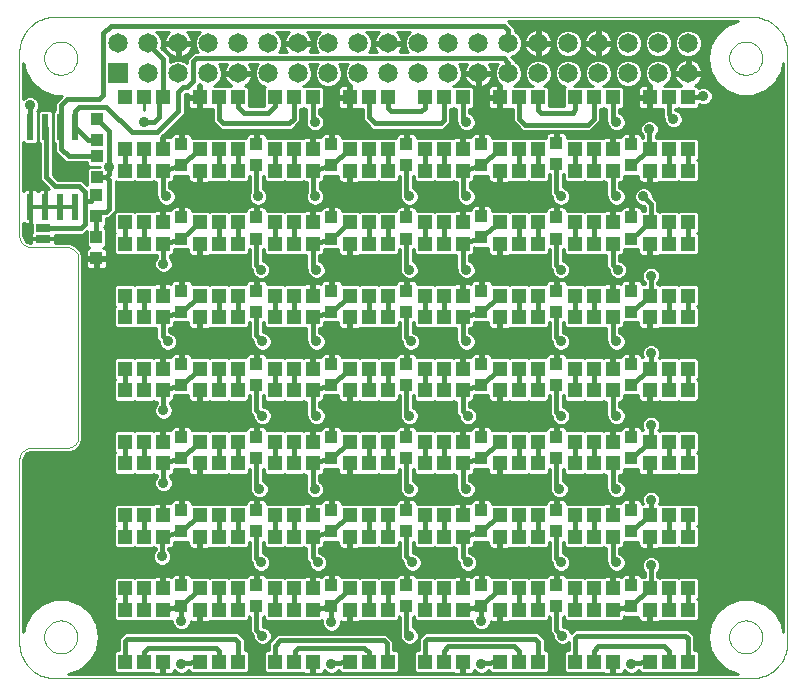
<source format=gtl>
G75*
%MOIN*%
%OFA0B0*%
%FSLAX24Y24*%
%IPPOS*%
%LPD*%
%AMOC8*
5,1,8,0,0,1.08239X$1,22.5*
%
%ADD10C,0.0000*%
%ADD11C,0.0010*%
%ADD12C,0.0650*%
%ADD13R,0.0650X0.0650*%
%ADD14R,0.0240X0.0870*%
%ADD15R,0.0394X0.0433*%
%ADD16R,0.0500X0.0250*%
%ADD17R,0.0472X0.0512*%
%ADD18C,0.0100*%
%ADD19C,0.0350*%
%ADD20C,0.0160*%
D10*
X001297Y001528D02*
X001299Y001575D01*
X001305Y001621D01*
X001315Y001667D01*
X001328Y001712D01*
X001346Y001755D01*
X001367Y001797D01*
X001391Y001837D01*
X001419Y001874D01*
X001450Y001909D01*
X001484Y001942D01*
X001520Y001971D01*
X001559Y001997D01*
X001600Y002020D01*
X001643Y002039D01*
X001687Y002055D01*
X001732Y002067D01*
X001778Y002075D01*
X001825Y002079D01*
X001871Y002079D01*
X001918Y002075D01*
X001964Y002067D01*
X002009Y002055D01*
X002053Y002039D01*
X002096Y002020D01*
X002137Y001997D01*
X002176Y001971D01*
X002212Y001942D01*
X002246Y001909D01*
X002277Y001874D01*
X002305Y001837D01*
X002329Y001797D01*
X002350Y001755D01*
X002368Y001712D01*
X002381Y001667D01*
X002391Y001621D01*
X002397Y001575D01*
X002399Y001528D01*
X002397Y001481D01*
X002391Y001435D01*
X002381Y001389D01*
X002368Y001344D01*
X002350Y001301D01*
X002329Y001259D01*
X002305Y001219D01*
X002277Y001182D01*
X002246Y001147D01*
X002212Y001114D01*
X002176Y001085D01*
X002137Y001059D01*
X002096Y001036D01*
X002053Y001017D01*
X002009Y001001D01*
X001964Y000989D01*
X001918Y000981D01*
X001871Y000977D01*
X001825Y000977D01*
X001778Y000981D01*
X001732Y000989D01*
X001687Y001001D01*
X001643Y001017D01*
X001600Y001036D01*
X001559Y001059D01*
X001520Y001085D01*
X001484Y001114D01*
X001450Y001147D01*
X001419Y001182D01*
X001391Y001219D01*
X001367Y001259D01*
X001346Y001301D01*
X001328Y001344D01*
X001315Y001389D01*
X001305Y001435D01*
X001299Y001481D01*
X001297Y001528D01*
X001297Y020819D02*
X001299Y020866D01*
X001305Y020912D01*
X001315Y020958D01*
X001328Y021003D01*
X001346Y021046D01*
X001367Y021088D01*
X001391Y021128D01*
X001419Y021165D01*
X001450Y021200D01*
X001484Y021233D01*
X001520Y021262D01*
X001559Y021288D01*
X001600Y021311D01*
X001643Y021330D01*
X001687Y021346D01*
X001732Y021358D01*
X001778Y021366D01*
X001825Y021370D01*
X001871Y021370D01*
X001918Y021366D01*
X001964Y021358D01*
X002009Y021346D01*
X002053Y021330D01*
X002096Y021311D01*
X002137Y021288D01*
X002176Y021262D01*
X002212Y021233D01*
X002246Y021200D01*
X002277Y021165D01*
X002305Y021128D01*
X002329Y021088D01*
X002350Y021046D01*
X002368Y021003D01*
X002381Y020958D01*
X002391Y020912D01*
X002397Y020866D01*
X002399Y020819D01*
X002397Y020772D01*
X002391Y020726D01*
X002381Y020680D01*
X002368Y020635D01*
X002350Y020592D01*
X002329Y020550D01*
X002305Y020510D01*
X002277Y020473D01*
X002246Y020438D01*
X002212Y020405D01*
X002176Y020376D01*
X002137Y020350D01*
X002096Y020327D01*
X002053Y020308D01*
X002009Y020292D01*
X001964Y020280D01*
X001918Y020272D01*
X001871Y020268D01*
X001825Y020268D01*
X001778Y020272D01*
X001732Y020280D01*
X001687Y020292D01*
X001643Y020308D01*
X001600Y020327D01*
X001559Y020350D01*
X001520Y020376D01*
X001484Y020405D01*
X001450Y020438D01*
X001419Y020473D01*
X001391Y020510D01*
X001367Y020550D01*
X001346Y020592D01*
X001328Y020635D01*
X001315Y020680D01*
X001305Y020726D01*
X001299Y020772D01*
X001297Y020819D01*
X024132Y020819D02*
X024134Y020866D01*
X024140Y020912D01*
X024150Y020958D01*
X024163Y021003D01*
X024181Y021046D01*
X024202Y021088D01*
X024226Y021128D01*
X024254Y021165D01*
X024285Y021200D01*
X024319Y021233D01*
X024355Y021262D01*
X024394Y021288D01*
X024435Y021311D01*
X024478Y021330D01*
X024522Y021346D01*
X024567Y021358D01*
X024613Y021366D01*
X024660Y021370D01*
X024706Y021370D01*
X024753Y021366D01*
X024799Y021358D01*
X024844Y021346D01*
X024888Y021330D01*
X024931Y021311D01*
X024972Y021288D01*
X025011Y021262D01*
X025047Y021233D01*
X025081Y021200D01*
X025112Y021165D01*
X025140Y021128D01*
X025164Y021088D01*
X025185Y021046D01*
X025203Y021003D01*
X025216Y020958D01*
X025226Y020912D01*
X025232Y020866D01*
X025234Y020819D01*
X025232Y020772D01*
X025226Y020726D01*
X025216Y020680D01*
X025203Y020635D01*
X025185Y020592D01*
X025164Y020550D01*
X025140Y020510D01*
X025112Y020473D01*
X025081Y020438D01*
X025047Y020405D01*
X025011Y020376D01*
X024972Y020350D01*
X024931Y020327D01*
X024888Y020308D01*
X024844Y020292D01*
X024799Y020280D01*
X024753Y020272D01*
X024706Y020268D01*
X024660Y020268D01*
X024613Y020272D01*
X024567Y020280D01*
X024522Y020292D01*
X024478Y020308D01*
X024435Y020327D01*
X024394Y020350D01*
X024355Y020376D01*
X024319Y020405D01*
X024285Y020438D01*
X024254Y020473D01*
X024226Y020510D01*
X024202Y020550D01*
X024181Y020592D01*
X024163Y020635D01*
X024150Y020680D01*
X024140Y020726D01*
X024134Y020772D01*
X024132Y020819D01*
X024132Y001528D02*
X024134Y001575D01*
X024140Y001621D01*
X024150Y001667D01*
X024163Y001712D01*
X024181Y001755D01*
X024202Y001797D01*
X024226Y001837D01*
X024254Y001874D01*
X024285Y001909D01*
X024319Y001942D01*
X024355Y001971D01*
X024394Y001997D01*
X024435Y002020D01*
X024478Y002039D01*
X024522Y002055D01*
X024567Y002067D01*
X024613Y002075D01*
X024660Y002079D01*
X024706Y002079D01*
X024753Y002075D01*
X024799Y002067D01*
X024844Y002055D01*
X024888Y002039D01*
X024931Y002020D01*
X024972Y001997D01*
X025011Y001971D01*
X025047Y001942D01*
X025081Y001909D01*
X025112Y001874D01*
X025140Y001837D01*
X025164Y001797D01*
X025185Y001755D01*
X025203Y001712D01*
X025216Y001667D01*
X025226Y001621D01*
X025232Y001575D01*
X025234Y001528D01*
X025232Y001481D01*
X025226Y001435D01*
X025216Y001389D01*
X025203Y001344D01*
X025185Y001301D01*
X025164Y001259D01*
X025140Y001219D01*
X025112Y001182D01*
X025081Y001147D01*
X025047Y001114D01*
X025011Y001085D01*
X024972Y001059D01*
X024931Y001036D01*
X024888Y001017D01*
X024844Y001001D01*
X024799Y000989D01*
X024753Y000981D01*
X024706Y000977D01*
X024660Y000977D01*
X024613Y000981D01*
X024567Y000989D01*
X024522Y001001D01*
X024478Y001017D01*
X024435Y001036D01*
X024394Y001059D01*
X024355Y001085D01*
X024319Y001114D01*
X024285Y001147D01*
X024254Y001182D01*
X024226Y001219D01*
X024202Y001259D01*
X024181Y001301D01*
X024163Y001344D01*
X024150Y001389D01*
X024140Y001435D01*
X024134Y001481D01*
X024132Y001528D01*
D11*
X000470Y001331D02*
X000470Y007433D01*
X000472Y007472D01*
X000478Y007510D01*
X000487Y007547D01*
X000500Y007584D01*
X000517Y007619D01*
X000536Y007652D01*
X000559Y007683D01*
X000585Y007712D01*
X000614Y007738D01*
X000645Y007761D01*
X000678Y007780D01*
X000713Y007797D01*
X000750Y007810D01*
X000787Y007819D01*
X000825Y007825D01*
X000864Y007827D01*
X002045Y007827D01*
X002084Y007829D01*
X002122Y007835D01*
X002159Y007844D01*
X002196Y007857D01*
X002231Y007874D01*
X002264Y007893D01*
X002295Y007916D01*
X002324Y007942D01*
X002350Y007971D01*
X002373Y008002D01*
X002392Y008035D01*
X002409Y008070D01*
X002422Y008107D01*
X002431Y008144D01*
X002437Y008182D01*
X002439Y008221D01*
X002439Y014126D01*
X002437Y014165D01*
X002431Y014203D01*
X002422Y014240D01*
X002409Y014277D01*
X002392Y014312D01*
X002373Y014345D01*
X002350Y014376D01*
X002324Y014405D01*
X002295Y014431D01*
X002264Y014454D01*
X002231Y014473D01*
X002196Y014490D01*
X002159Y014503D01*
X002122Y014512D01*
X002084Y014518D01*
X002045Y014520D01*
X000864Y014520D01*
X000825Y014522D01*
X000787Y014528D01*
X000750Y014537D01*
X000713Y014550D01*
X000678Y014567D01*
X000645Y014586D01*
X000614Y014609D01*
X000585Y014635D01*
X000559Y014664D01*
X000536Y014695D01*
X000517Y014728D01*
X000500Y014763D01*
X000487Y014800D01*
X000478Y014837D01*
X000472Y014875D01*
X000470Y014914D01*
X000470Y021016D01*
X000472Y021082D01*
X000477Y021148D01*
X000487Y021214D01*
X000500Y021279D01*
X000516Y021343D01*
X000536Y021406D01*
X000560Y021468D01*
X000587Y021528D01*
X000617Y021587D01*
X000651Y021644D01*
X000688Y021699D01*
X000728Y021752D01*
X000770Y021803D01*
X000816Y021851D01*
X000864Y021897D01*
X000915Y021939D01*
X000968Y021979D01*
X001023Y022016D01*
X001080Y022050D01*
X001139Y022080D01*
X001199Y022107D01*
X001261Y022131D01*
X001324Y022151D01*
X001388Y022167D01*
X001453Y022180D01*
X001519Y022190D01*
X001585Y022195D01*
X001651Y022197D01*
X024879Y022197D01*
X024945Y022195D01*
X025011Y022190D01*
X025077Y022180D01*
X025142Y022167D01*
X025206Y022151D01*
X025269Y022131D01*
X025331Y022107D01*
X025391Y022080D01*
X025450Y022050D01*
X025507Y022016D01*
X025562Y021979D01*
X025615Y021939D01*
X025666Y021897D01*
X025714Y021851D01*
X025760Y021803D01*
X025802Y021752D01*
X025842Y021699D01*
X025879Y021644D01*
X025913Y021587D01*
X025943Y021528D01*
X025970Y021468D01*
X025994Y021406D01*
X026014Y021343D01*
X026030Y021279D01*
X026043Y021214D01*
X026053Y021148D01*
X026058Y021082D01*
X026060Y021016D01*
X026061Y021016D02*
X026061Y001331D01*
X026060Y001331D02*
X026058Y001265D01*
X026053Y001199D01*
X026043Y001133D01*
X026030Y001068D01*
X026014Y001004D01*
X025994Y000941D01*
X025970Y000879D01*
X025943Y000819D01*
X025913Y000760D01*
X025879Y000703D01*
X025842Y000648D01*
X025802Y000595D01*
X025760Y000544D01*
X025714Y000496D01*
X025666Y000450D01*
X025615Y000408D01*
X025562Y000368D01*
X025507Y000331D01*
X025450Y000297D01*
X025391Y000267D01*
X025331Y000240D01*
X025269Y000216D01*
X025206Y000196D01*
X025142Y000180D01*
X025077Y000167D01*
X025011Y000157D01*
X024945Y000152D01*
X024879Y000150D01*
X001651Y000150D01*
X001585Y000152D01*
X001519Y000157D01*
X001453Y000167D01*
X001388Y000180D01*
X001324Y000196D01*
X001261Y000216D01*
X001199Y000240D01*
X001139Y000267D01*
X001080Y000297D01*
X001023Y000331D01*
X000968Y000368D01*
X000915Y000408D01*
X000864Y000450D01*
X000816Y000496D01*
X000770Y000544D01*
X000728Y000595D01*
X000688Y000648D01*
X000651Y000703D01*
X000617Y000760D01*
X000587Y000819D01*
X000560Y000879D01*
X000536Y000941D01*
X000516Y001004D01*
X000500Y001068D01*
X000487Y001133D01*
X000477Y001199D01*
X000472Y001265D01*
X000470Y001331D01*
D12*
X004765Y020319D03*
X005765Y020319D03*
X006765Y020319D03*
X007765Y020319D03*
X008765Y020319D03*
X009765Y020319D03*
X010765Y020319D03*
X011765Y020319D03*
X012765Y020319D03*
X013765Y020319D03*
X014765Y020319D03*
X015765Y020319D03*
X016765Y020319D03*
X017765Y020319D03*
X018765Y020319D03*
X019765Y020319D03*
X020765Y020319D03*
X021765Y020319D03*
X022765Y020319D03*
X022765Y021319D03*
X021765Y021319D03*
X020765Y021319D03*
X019765Y021319D03*
X018765Y021319D03*
X017765Y021319D03*
X016765Y021319D03*
X015765Y021319D03*
X014765Y021319D03*
X013765Y021319D03*
X012765Y021319D03*
X011765Y021319D03*
X010765Y021319D03*
X009765Y021319D03*
X008765Y021319D03*
X007765Y021319D03*
X006765Y021319D03*
X005765Y021319D03*
X004765Y021319D03*
X003765Y021319D03*
D13*
X003765Y020319D03*
D14*
X002339Y018525D03*
X001839Y018525D03*
X001339Y018525D03*
X000839Y018525D03*
X000839Y015875D03*
X001339Y015875D03*
X001839Y015875D03*
X002339Y015875D03*
D15*
X003040Y015546D03*
X003040Y014854D03*
X003040Y014146D03*
X003040Y016254D03*
X003050Y016846D03*
X003050Y017554D03*
X003070Y018096D03*
X003070Y018804D03*
X005870Y017954D03*
X005870Y017246D03*
X005870Y015514D03*
X005870Y014806D03*
X005870Y013074D03*
X005870Y012366D03*
X005870Y010634D03*
X005870Y009926D03*
X005870Y008194D03*
X005870Y007486D03*
X005870Y005754D03*
X005870Y005046D03*
X005870Y003264D03*
X005870Y002556D03*
X008370Y002556D03*
X008370Y003264D03*
X008370Y005046D03*
X008370Y005754D03*
X008370Y007486D03*
X008370Y008194D03*
X008370Y009926D03*
X008370Y010634D03*
X008370Y012366D03*
X008370Y013074D03*
X008370Y014806D03*
X008370Y015514D03*
X008370Y017246D03*
X008370Y017954D03*
X010870Y017954D03*
X010870Y017246D03*
X010870Y015514D03*
X010870Y014806D03*
X010870Y013074D03*
X010870Y012366D03*
X010870Y010634D03*
X010870Y009926D03*
X010870Y008194D03*
X010870Y007486D03*
X010870Y005754D03*
X010870Y005046D03*
X010870Y003264D03*
X010870Y002556D03*
X013370Y002556D03*
X013370Y003264D03*
X013370Y005046D03*
X013370Y005754D03*
X013370Y007486D03*
X013370Y008194D03*
X013370Y009926D03*
X013370Y010634D03*
X013370Y012366D03*
X013370Y013074D03*
X013370Y014806D03*
X013370Y015514D03*
X013370Y017246D03*
X013370Y017954D03*
X015870Y017954D03*
X015870Y017246D03*
X015870Y015564D03*
X015870Y014856D03*
X015870Y013074D03*
X015870Y012366D03*
X015870Y010634D03*
X015870Y009926D03*
X015870Y008194D03*
X015870Y007486D03*
X015870Y005754D03*
X015870Y005046D03*
X015870Y003264D03*
X015870Y002556D03*
X018370Y002556D03*
X018370Y003264D03*
X018370Y005046D03*
X018370Y005754D03*
X018370Y007486D03*
X018370Y008194D03*
X018370Y009926D03*
X018370Y010634D03*
X018370Y012366D03*
X018370Y013074D03*
X018370Y014806D03*
X018370Y015514D03*
X018370Y017296D03*
X018370Y018004D03*
X020870Y017954D03*
X020870Y017246D03*
X020870Y015514D03*
X020870Y014806D03*
X020870Y013074D03*
X020870Y012366D03*
X020870Y010634D03*
X020870Y009926D03*
X020870Y008194D03*
X020870Y007486D03*
X020870Y005754D03*
X020870Y005046D03*
X020870Y003264D03*
X020870Y002556D03*
D16*
X001270Y014803D03*
X001270Y015157D03*
D17*
X003990Y015344D03*
X004620Y015344D03*
X005250Y015344D03*
X005250Y014636D03*
X004620Y014636D03*
X003990Y014636D03*
X003990Y012904D03*
X004620Y012904D03*
X005250Y012904D03*
X005250Y012196D03*
X004620Y012196D03*
X003990Y012196D03*
X003990Y010464D03*
X004620Y010464D03*
X005250Y010464D03*
X005250Y009756D03*
X004620Y009756D03*
X003990Y009756D03*
X003990Y008024D03*
X004620Y008024D03*
X005250Y008024D03*
X005250Y007316D03*
X004620Y007316D03*
X003990Y007316D03*
X003990Y005584D03*
X004620Y005584D03*
X005250Y005584D03*
X005250Y004876D03*
X004620Y004876D03*
X003990Y004876D03*
X003990Y003144D03*
X004620Y003144D03*
X005250Y003144D03*
X005250Y002436D03*
X004620Y002436D03*
X003990Y002436D03*
X003990Y000704D03*
X004620Y000704D03*
X005250Y000704D03*
X006490Y000704D03*
X007120Y000704D03*
X007750Y000704D03*
X008990Y000704D03*
X009620Y000704D03*
X010250Y000704D03*
X011490Y000704D03*
X012120Y000704D03*
X012750Y000704D03*
X013990Y000704D03*
X014620Y000704D03*
X015250Y000704D03*
X016490Y000704D03*
X017120Y000704D03*
X017750Y000704D03*
X018990Y000704D03*
X019620Y000704D03*
X020250Y000704D03*
X021490Y000704D03*
X022120Y000704D03*
X022750Y000704D03*
X022750Y002436D03*
X022120Y002436D03*
X021490Y002436D03*
X021490Y003144D03*
X022120Y003144D03*
X022750Y003144D03*
X022750Y004876D03*
X022120Y004876D03*
X021490Y004876D03*
X021490Y005584D03*
X022120Y005584D03*
X022750Y005584D03*
X022750Y007316D03*
X022120Y007316D03*
X021490Y007316D03*
X021490Y008024D03*
X022120Y008024D03*
X022750Y008024D03*
X022750Y009756D03*
X022120Y009756D03*
X021490Y009756D03*
X021490Y010464D03*
X022120Y010464D03*
X022750Y010464D03*
X022750Y012196D03*
X022120Y012196D03*
X021490Y012196D03*
X021490Y012904D03*
X022120Y012904D03*
X022750Y012904D03*
X022750Y014636D03*
X022120Y014636D03*
X021490Y014636D03*
X021490Y015344D03*
X022120Y015344D03*
X022750Y015344D03*
X022750Y017076D03*
X022120Y017076D03*
X021490Y017076D03*
X021490Y017784D03*
X022120Y017784D03*
X022750Y017784D03*
X022750Y019516D03*
X022120Y019516D03*
X021490Y019516D03*
X020250Y019516D03*
X019620Y019516D03*
X018990Y019516D03*
X017750Y019516D03*
X017120Y019516D03*
X016490Y019516D03*
X015250Y019516D03*
X014620Y019516D03*
X013990Y019516D03*
X012750Y019516D03*
X012120Y019516D03*
X011490Y019516D03*
X010250Y019516D03*
X009620Y019516D03*
X008990Y019516D03*
X007750Y019516D03*
X007120Y019516D03*
X006490Y019516D03*
X005250Y019516D03*
X004620Y019516D03*
X003990Y019516D03*
X003990Y017784D03*
X004620Y017784D03*
X005250Y017784D03*
X005250Y017076D03*
X004620Y017076D03*
X003990Y017076D03*
X006490Y017076D03*
X007120Y017076D03*
X007750Y017076D03*
X007750Y017784D03*
X007120Y017784D03*
X006490Y017784D03*
X008990Y017784D03*
X009620Y017784D03*
X010250Y017784D03*
X010250Y017076D03*
X009620Y017076D03*
X008990Y017076D03*
X008990Y015344D03*
X009620Y015344D03*
X010250Y015344D03*
X010250Y014636D03*
X009620Y014636D03*
X008990Y014636D03*
X007750Y014636D03*
X007120Y014636D03*
X006490Y014636D03*
X006490Y015344D03*
X007120Y015344D03*
X007750Y015344D03*
X007750Y012904D03*
X007120Y012904D03*
X006490Y012904D03*
X006490Y012196D03*
X007120Y012196D03*
X007750Y012196D03*
X008990Y012196D03*
X009620Y012196D03*
X010250Y012196D03*
X010250Y012904D03*
X009620Y012904D03*
X008990Y012904D03*
X011490Y012904D03*
X012120Y012904D03*
X012750Y012904D03*
X012750Y012196D03*
X012120Y012196D03*
X011490Y012196D03*
X011490Y010464D03*
X012120Y010464D03*
X012750Y010464D03*
X012750Y009756D03*
X012120Y009756D03*
X011490Y009756D03*
X010250Y009756D03*
X009620Y009756D03*
X008990Y009756D03*
X008990Y010464D03*
X009620Y010464D03*
X010250Y010464D03*
X007750Y010464D03*
X007120Y010464D03*
X006490Y010464D03*
X006490Y009756D03*
X007120Y009756D03*
X007750Y009756D03*
X007750Y008024D03*
X007120Y008024D03*
X006490Y008024D03*
X006490Y007316D03*
X007120Y007316D03*
X007750Y007316D03*
X008990Y007316D03*
X009620Y007316D03*
X010250Y007316D03*
X010250Y008024D03*
X009620Y008024D03*
X008990Y008024D03*
X011490Y008024D03*
X012120Y008024D03*
X012750Y008024D03*
X012750Y007316D03*
X012120Y007316D03*
X011490Y007316D03*
X011490Y005584D03*
X012120Y005584D03*
X012750Y005584D03*
X012750Y004876D03*
X012120Y004876D03*
X011490Y004876D03*
X010250Y004876D03*
X009620Y004876D03*
X008990Y004876D03*
X008990Y005584D03*
X009620Y005584D03*
X010250Y005584D03*
X010250Y003144D03*
X009620Y003144D03*
X008990Y003144D03*
X008990Y002436D03*
X009620Y002436D03*
X010250Y002436D03*
X011490Y002436D03*
X012120Y002436D03*
X012750Y002436D03*
X012750Y003144D03*
X012120Y003144D03*
X011490Y003144D03*
X013990Y003144D03*
X014620Y003144D03*
X015250Y003144D03*
X015250Y002436D03*
X014620Y002436D03*
X013990Y002436D03*
X016490Y002436D03*
X017120Y002436D03*
X017750Y002436D03*
X017750Y003144D03*
X017120Y003144D03*
X016490Y003144D03*
X016490Y004876D03*
X017120Y004876D03*
X017750Y004876D03*
X017750Y005584D03*
X017120Y005584D03*
X016490Y005584D03*
X015250Y005584D03*
X014620Y005584D03*
X013990Y005584D03*
X013990Y004876D03*
X014620Y004876D03*
X015250Y004876D03*
X015250Y007316D03*
X014620Y007316D03*
X013990Y007316D03*
X013990Y008024D03*
X014620Y008024D03*
X015250Y008024D03*
X016490Y008024D03*
X017120Y008024D03*
X017750Y008024D03*
X017750Y007316D03*
X017120Y007316D03*
X016490Y007316D03*
X018990Y007316D03*
X019620Y007316D03*
X020250Y007316D03*
X020250Y008024D03*
X019620Y008024D03*
X018990Y008024D03*
X018990Y009756D03*
X019620Y009756D03*
X020250Y009756D03*
X020250Y010464D03*
X019620Y010464D03*
X018990Y010464D03*
X017750Y010464D03*
X017120Y010464D03*
X016490Y010464D03*
X016490Y009756D03*
X017120Y009756D03*
X017750Y009756D03*
X015250Y009756D03*
X014620Y009756D03*
X013990Y009756D03*
X013990Y010464D03*
X014620Y010464D03*
X015250Y010464D03*
X015250Y012196D03*
X014620Y012196D03*
X013990Y012196D03*
X013990Y012904D03*
X014620Y012904D03*
X015250Y012904D03*
X016490Y012904D03*
X017120Y012904D03*
X017750Y012904D03*
X017750Y012196D03*
X017120Y012196D03*
X016490Y012196D03*
X018990Y012196D03*
X019620Y012196D03*
X020250Y012196D03*
X020250Y012904D03*
X019620Y012904D03*
X018990Y012904D03*
X018990Y014636D03*
X019620Y014636D03*
X020250Y014636D03*
X020250Y015344D03*
X019620Y015344D03*
X018990Y015344D03*
X017750Y015344D03*
X017120Y015344D03*
X016490Y015344D03*
X016490Y014636D03*
X017120Y014636D03*
X017750Y014636D03*
X015250Y014636D03*
X014620Y014636D03*
X013990Y014636D03*
X013990Y015344D03*
X014620Y015344D03*
X015250Y015344D03*
X015250Y017076D03*
X014620Y017076D03*
X013990Y017076D03*
X013990Y017784D03*
X014620Y017784D03*
X015250Y017784D03*
X016490Y017784D03*
X017120Y017784D03*
X017750Y017784D03*
X017750Y017076D03*
X017120Y017076D03*
X016490Y017076D03*
X018990Y017076D03*
X019620Y017076D03*
X020250Y017076D03*
X020250Y017784D03*
X019620Y017784D03*
X018990Y017784D03*
X012750Y017784D03*
X012120Y017784D03*
X011490Y017784D03*
X011490Y017076D03*
X012120Y017076D03*
X012750Y017076D03*
X012750Y015344D03*
X012120Y015344D03*
X011490Y015344D03*
X011490Y014636D03*
X012120Y014636D03*
X012750Y014636D03*
X007750Y005584D03*
X007120Y005584D03*
X006490Y005584D03*
X006490Y004876D03*
X007120Y004876D03*
X007750Y004876D03*
X007750Y003144D03*
X007120Y003144D03*
X006490Y003144D03*
X006490Y002436D03*
X007120Y002436D03*
X007750Y002436D03*
X018990Y002436D03*
X019620Y002436D03*
X020250Y002436D03*
X020250Y003144D03*
X019620Y003144D03*
X018990Y003144D03*
X018990Y004876D03*
X019620Y004876D03*
X020250Y004876D03*
X020250Y005584D03*
X019620Y005584D03*
X018990Y005584D03*
D18*
X018717Y005970D02*
X018717Y005991D01*
X018707Y006029D01*
X018687Y006063D01*
X018659Y006091D01*
X018625Y006111D01*
X018587Y006121D01*
X018418Y006121D01*
X018418Y005803D01*
X018322Y005803D01*
X018322Y006121D01*
X018153Y006121D01*
X018115Y006111D01*
X018081Y006091D01*
X018053Y006063D01*
X018033Y006029D01*
X018023Y005991D01*
X018023Y005970D01*
X017460Y005970D01*
X017435Y005945D01*
X017410Y005970D01*
X016830Y005970D01*
X016805Y005945D01*
X016780Y005970D01*
X016217Y005970D01*
X016217Y005991D01*
X016207Y006029D01*
X016187Y006063D01*
X016159Y006091D01*
X016125Y006111D01*
X016087Y006121D01*
X015918Y006121D01*
X015918Y005803D01*
X015822Y005803D01*
X015822Y006121D01*
X015653Y006121D01*
X015615Y006111D01*
X015581Y006091D01*
X015553Y006063D01*
X015533Y006029D01*
X015523Y005991D01*
X015523Y005985D01*
X015506Y005990D01*
X015300Y005990D01*
X015300Y005634D01*
X015200Y005634D01*
X015200Y005990D01*
X014994Y005990D01*
X014956Y005980D01*
X014922Y005960D01*
X014921Y005959D01*
X014910Y005970D01*
X014330Y005970D01*
X014305Y005945D01*
X014280Y005970D01*
X013717Y005970D01*
X013717Y005991D01*
X013707Y006029D01*
X013687Y006063D01*
X013659Y006091D01*
X013625Y006111D01*
X013587Y006121D01*
X013418Y006121D01*
X013418Y005803D01*
X013322Y005803D01*
X013322Y006121D01*
X013153Y006121D01*
X013115Y006111D01*
X013081Y006091D01*
X013053Y006063D01*
X013033Y006029D01*
X013023Y005991D01*
X013023Y005970D01*
X012460Y005970D01*
X012435Y005945D01*
X012410Y005970D01*
X011830Y005970D01*
X011805Y005945D01*
X011780Y005970D01*
X011217Y005970D01*
X011217Y005991D01*
X011207Y006029D01*
X011187Y006063D01*
X011159Y006091D01*
X011125Y006111D01*
X011087Y006121D01*
X010918Y006121D01*
X010918Y005803D01*
X010822Y005803D01*
X010822Y006121D01*
X010653Y006121D01*
X010615Y006111D01*
X010581Y006091D01*
X010553Y006063D01*
X010533Y006029D01*
X010523Y005991D01*
X010523Y005985D01*
X010506Y005990D01*
X010300Y005990D01*
X010300Y005634D01*
X010200Y005634D01*
X010200Y005990D01*
X009994Y005990D01*
X009956Y005980D01*
X009922Y005960D01*
X009921Y005959D01*
X009910Y005970D01*
X009330Y005970D01*
X009305Y005945D01*
X009280Y005970D01*
X008717Y005970D01*
X008717Y005991D01*
X008707Y006029D01*
X008687Y006063D01*
X008659Y006091D01*
X008625Y006111D01*
X008587Y006121D01*
X008418Y006121D01*
X008418Y005803D01*
X008322Y005803D01*
X008322Y006121D01*
X008153Y006121D01*
X008115Y006111D01*
X008081Y006091D01*
X008053Y006063D01*
X008033Y006029D01*
X008023Y005991D01*
X008023Y005970D01*
X007460Y005970D01*
X007435Y005945D01*
X007410Y005970D01*
X006830Y005970D01*
X006805Y005945D01*
X006780Y005970D01*
X006217Y005970D01*
X006217Y005991D01*
X006207Y006029D01*
X006187Y006063D01*
X006159Y006091D01*
X006125Y006111D01*
X006087Y006121D01*
X005918Y006121D01*
X005918Y005803D01*
X005822Y005803D01*
X005822Y006121D01*
X005653Y006121D01*
X005615Y006111D01*
X005581Y006091D01*
X005553Y006063D01*
X005533Y006029D01*
X005523Y005991D01*
X005523Y005985D01*
X005506Y005990D01*
X005300Y005990D01*
X005300Y005634D01*
X005200Y005634D01*
X005200Y005990D01*
X004994Y005990D01*
X004956Y005980D01*
X004922Y005960D01*
X004921Y005959D01*
X004910Y005970D01*
X004330Y005970D01*
X004305Y005945D01*
X004280Y005970D01*
X003700Y005970D01*
X003624Y005894D01*
X003624Y005274D01*
X003668Y005230D01*
X003624Y005186D01*
X003624Y004566D01*
X003700Y004490D01*
X004280Y004490D01*
X004305Y004515D01*
X004330Y004490D01*
X004910Y004490D01*
X004935Y004515D01*
X004960Y004490D01*
X005010Y004490D01*
X005010Y004431D01*
X004961Y004383D01*
X004915Y004271D01*
X004915Y004149D01*
X004961Y004037D01*
X005047Y003951D01*
X005159Y003905D01*
X005281Y003905D01*
X005393Y003951D01*
X005479Y004037D01*
X005525Y004149D01*
X005525Y004271D01*
X005479Y004383D01*
X005430Y004431D01*
X005430Y004490D01*
X005540Y004490D01*
X005616Y004566D01*
X005616Y004702D01*
X005619Y004699D01*
X006104Y004699D01*
X006104Y004600D01*
X006114Y004562D01*
X006134Y004528D01*
X006162Y004500D01*
X006196Y004480D01*
X006234Y004470D01*
X006440Y004470D01*
X006440Y004826D01*
X006540Y004826D01*
X006540Y004470D01*
X006746Y004470D01*
X006784Y004480D01*
X006818Y004500D01*
X006819Y004501D01*
X006830Y004490D01*
X007410Y004490D01*
X007435Y004515D01*
X007460Y004490D01*
X008040Y004490D01*
X008116Y004566D01*
X008116Y004702D01*
X008119Y004699D01*
X008160Y004699D01*
X008160Y004073D01*
X008215Y004018D01*
X008215Y003949D01*
X008261Y003837D01*
X008347Y003751D01*
X008459Y003705D01*
X008581Y003705D01*
X008693Y003751D01*
X008779Y003837D01*
X008825Y003949D01*
X008825Y004071D01*
X008779Y004183D01*
X008693Y004269D01*
X008581Y004315D01*
X008580Y004315D01*
X008580Y004699D01*
X008621Y004699D01*
X008624Y004702D01*
X008624Y004566D01*
X008700Y004490D01*
X009280Y004490D01*
X009305Y004515D01*
X009330Y004490D01*
X009910Y004490D01*
X009935Y004515D01*
X009960Y004490D01*
X010040Y004490D01*
X010040Y004093D01*
X010115Y004018D01*
X010115Y003949D01*
X010161Y003837D01*
X010247Y003751D01*
X010359Y003705D01*
X010481Y003705D01*
X010593Y003751D01*
X010679Y003837D01*
X010725Y003949D01*
X010725Y004071D01*
X010679Y004183D01*
X010593Y004269D01*
X010481Y004315D01*
X010460Y004315D01*
X010460Y004490D01*
X010540Y004490D01*
X010616Y004566D01*
X010616Y004702D01*
X010619Y004699D01*
X011104Y004699D01*
X011104Y004600D01*
X011114Y004562D01*
X011134Y004528D01*
X011162Y004500D01*
X011196Y004480D01*
X011234Y004470D01*
X011440Y004470D01*
X011440Y004826D01*
X011540Y004826D01*
X011540Y004470D01*
X011746Y004470D01*
X011784Y004480D01*
X011818Y004500D01*
X011819Y004501D01*
X011830Y004490D01*
X012410Y004490D01*
X012435Y004515D01*
X012460Y004490D01*
X013040Y004490D01*
X013116Y004566D01*
X013116Y004702D01*
X013119Y004699D01*
X013160Y004699D01*
X013160Y004123D01*
X013265Y004018D01*
X013265Y003949D01*
X013311Y003837D01*
X013397Y003751D01*
X013509Y003705D01*
X013631Y003705D01*
X013743Y003751D01*
X013829Y003837D01*
X013875Y003949D01*
X013875Y004071D01*
X013829Y004183D01*
X013743Y004269D01*
X013631Y004315D01*
X013580Y004315D01*
X013580Y004699D01*
X013621Y004699D01*
X013624Y004702D01*
X013624Y004566D01*
X013700Y004490D01*
X014280Y004490D01*
X014305Y004515D01*
X014330Y004490D01*
X014910Y004490D01*
X014935Y004515D01*
X014960Y004490D01*
X015040Y004490D01*
X015040Y004093D01*
X015115Y004018D01*
X015115Y003949D01*
X015161Y003837D01*
X015247Y003751D01*
X015359Y003705D01*
X015481Y003705D01*
X015593Y003751D01*
X015679Y003837D01*
X015725Y003949D01*
X015725Y004071D01*
X015679Y004183D01*
X015593Y004269D01*
X015481Y004315D01*
X015460Y004315D01*
X015460Y004490D01*
X015540Y004490D01*
X015616Y004566D01*
X015616Y004702D01*
X015619Y004699D01*
X016104Y004699D01*
X016104Y004600D01*
X016114Y004562D01*
X016134Y004528D01*
X016162Y004500D01*
X016196Y004480D01*
X016234Y004470D01*
X016440Y004470D01*
X016440Y004826D01*
X016540Y004826D01*
X016540Y004470D01*
X016746Y004470D01*
X016784Y004480D01*
X016818Y004500D01*
X016819Y004501D01*
X016830Y004490D01*
X017410Y004490D01*
X017435Y004515D01*
X017460Y004490D01*
X018040Y004490D01*
X018116Y004566D01*
X018116Y004702D01*
X018119Y004699D01*
X018160Y004699D01*
X018160Y004073D01*
X018215Y004018D01*
X018215Y003949D01*
X018261Y003837D01*
X018347Y003751D01*
X018459Y003705D01*
X018581Y003705D01*
X018693Y003751D01*
X018779Y003837D01*
X018825Y003949D01*
X018825Y004071D01*
X018779Y004183D01*
X018693Y004269D01*
X018581Y004315D01*
X018580Y004315D01*
X018580Y004699D01*
X018621Y004699D01*
X018624Y004702D01*
X018624Y004566D01*
X018700Y004490D01*
X019280Y004490D01*
X019305Y004515D01*
X019330Y004490D01*
X019910Y004490D01*
X019935Y004515D01*
X019960Y004490D01*
X020040Y004490D01*
X020040Y004043D01*
X020065Y004018D01*
X020065Y003949D01*
X020111Y003837D01*
X020197Y003751D01*
X020309Y003705D01*
X020431Y003705D01*
X020543Y003751D01*
X020629Y003837D01*
X020675Y003949D01*
X020675Y004071D01*
X020629Y004183D01*
X020543Y004269D01*
X020460Y004303D01*
X020460Y004490D01*
X020540Y004490D01*
X020616Y004566D01*
X020616Y004702D01*
X020619Y004699D01*
X021104Y004699D01*
X021104Y004600D01*
X021114Y004562D01*
X021134Y004528D01*
X021162Y004500D01*
X021196Y004480D01*
X021234Y004470D01*
X021440Y004470D01*
X021440Y004826D01*
X021540Y004826D01*
X021540Y004470D01*
X021746Y004470D01*
X021784Y004480D01*
X021818Y004500D01*
X021819Y004501D01*
X021830Y004490D01*
X022410Y004490D01*
X022435Y004515D01*
X022460Y004490D01*
X023040Y004490D01*
X023116Y004566D01*
X023116Y005186D01*
X023072Y005230D01*
X023116Y005274D01*
X023116Y005894D01*
X023040Y005970D01*
X022460Y005970D01*
X022435Y005945D01*
X022410Y005970D01*
X021830Y005970D01*
X021805Y005945D01*
X021791Y005958D01*
X021825Y006039D01*
X021825Y006161D01*
X021779Y006273D01*
X021693Y006359D01*
X021581Y006405D01*
X021459Y006405D01*
X021347Y006359D01*
X021261Y006273D01*
X021215Y006161D01*
X021215Y006039D01*
X021244Y005970D01*
X021217Y005970D01*
X021217Y005991D01*
X021207Y006029D01*
X021187Y006063D01*
X021159Y006091D01*
X021125Y006111D01*
X021087Y006121D01*
X020918Y006121D01*
X020918Y005803D01*
X020822Y005803D01*
X020822Y006121D01*
X020653Y006121D01*
X020615Y006111D01*
X020581Y006091D01*
X020553Y006063D01*
X020533Y006029D01*
X020523Y005991D01*
X020523Y005985D01*
X020506Y005990D01*
X020300Y005990D01*
X020300Y005634D01*
X020200Y005634D01*
X020200Y005990D01*
X019994Y005990D01*
X019956Y005980D01*
X019922Y005960D01*
X019921Y005959D01*
X019910Y005970D01*
X019330Y005970D01*
X019305Y005945D01*
X019280Y005970D01*
X018717Y005970D01*
X018689Y006060D02*
X020551Y006060D01*
X020543Y006191D02*
X020629Y006277D01*
X020675Y006389D01*
X020675Y006511D01*
X020629Y006623D01*
X020543Y006709D01*
X020460Y006743D01*
X020460Y006930D01*
X020540Y006930D01*
X020616Y007006D01*
X020616Y007142D01*
X020619Y007139D01*
X021104Y007139D01*
X021104Y007040D01*
X021114Y007002D01*
X021134Y006968D01*
X021162Y006940D01*
X021196Y006920D01*
X021234Y006910D01*
X021440Y006910D01*
X021440Y007266D01*
X021540Y007266D01*
X021540Y006910D01*
X021746Y006910D01*
X021784Y006920D01*
X021818Y006940D01*
X021819Y006941D01*
X021830Y006930D01*
X022410Y006930D01*
X022435Y006955D01*
X022460Y006930D01*
X023040Y006930D01*
X023116Y007006D01*
X023116Y007626D01*
X023072Y007670D01*
X023116Y007714D01*
X023116Y008334D01*
X023040Y008410D01*
X022460Y008410D01*
X022435Y008385D01*
X022410Y008410D01*
X021830Y008410D01*
X021805Y008385D01*
X021780Y008410D01*
X021771Y008410D01*
X021779Y008417D01*
X021825Y008529D01*
X021825Y008651D01*
X021779Y008763D01*
X021693Y008849D01*
X021581Y008895D01*
X021459Y008895D01*
X021347Y008849D01*
X021261Y008763D01*
X021215Y008651D01*
X021215Y008529D01*
X021261Y008417D01*
X021269Y008410D01*
X021217Y008410D01*
X021217Y008431D01*
X021207Y008469D01*
X021187Y008503D01*
X021159Y008531D01*
X021125Y008551D01*
X021087Y008561D01*
X020918Y008561D01*
X020918Y008243D01*
X020822Y008243D01*
X020822Y008561D01*
X020653Y008561D01*
X020615Y008551D01*
X020581Y008531D01*
X020553Y008503D01*
X020533Y008469D01*
X020523Y008431D01*
X020523Y008425D01*
X020506Y008430D01*
X020300Y008430D01*
X020300Y008074D01*
X020200Y008074D01*
X020200Y008430D01*
X019994Y008430D01*
X019956Y008420D01*
X019922Y008400D01*
X019921Y008399D01*
X019910Y008410D01*
X019330Y008410D01*
X019305Y008385D01*
X019280Y008410D01*
X018717Y008410D01*
X018717Y008431D01*
X018707Y008469D01*
X018687Y008503D01*
X018659Y008531D01*
X018625Y008551D01*
X018587Y008561D01*
X018418Y008561D01*
X018418Y008243D01*
X018322Y008243D01*
X018322Y008561D01*
X018153Y008561D01*
X018115Y008551D01*
X018081Y008531D01*
X018053Y008503D01*
X018033Y008469D01*
X018023Y008431D01*
X018023Y008410D01*
X017460Y008410D01*
X017435Y008385D01*
X017410Y008410D01*
X016830Y008410D01*
X016805Y008385D01*
X016780Y008410D01*
X016217Y008410D01*
X016217Y008431D01*
X016207Y008469D01*
X016187Y008503D01*
X016159Y008531D01*
X016125Y008551D01*
X016087Y008561D01*
X015918Y008561D01*
X015918Y008243D01*
X015822Y008243D01*
X015822Y008561D01*
X015653Y008561D01*
X015615Y008551D01*
X015581Y008531D01*
X015553Y008503D01*
X015533Y008469D01*
X015523Y008431D01*
X015523Y008425D01*
X015506Y008430D01*
X015300Y008430D01*
X015300Y008074D01*
X015200Y008074D01*
X015200Y008430D01*
X014994Y008430D01*
X014956Y008420D01*
X014922Y008400D01*
X014921Y008399D01*
X014910Y008410D01*
X014330Y008410D01*
X014305Y008385D01*
X014280Y008410D01*
X013717Y008410D01*
X013717Y008431D01*
X013707Y008469D01*
X013687Y008503D01*
X013659Y008531D01*
X013625Y008551D01*
X013587Y008561D01*
X013418Y008561D01*
X013418Y008243D01*
X013322Y008243D01*
X013322Y008561D01*
X013153Y008561D01*
X013115Y008551D01*
X013081Y008531D01*
X013053Y008503D01*
X013033Y008469D01*
X013023Y008431D01*
X013023Y008410D01*
X012460Y008410D01*
X012435Y008385D01*
X012410Y008410D01*
X011830Y008410D01*
X011805Y008385D01*
X011780Y008410D01*
X011217Y008410D01*
X011217Y008431D01*
X011207Y008469D01*
X011187Y008503D01*
X011159Y008531D01*
X011125Y008551D01*
X011087Y008561D01*
X010918Y008561D01*
X010918Y008243D01*
X010822Y008243D01*
X010822Y008561D01*
X010653Y008561D01*
X010615Y008551D01*
X010581Y008531D01*
X010553Y008503D01*
X010533Y008469D01*
X010523Y008431D01*
X010523Y008425D01*
X010506Y008430D01*
X010300Y008430D01*
X010300Y008074D01*
X010200Y008074D01*
X010200Y008430D01*
X009994Y008430D01*
X009956Y008420D01*
X009922Y008400D01*
X009921Y008399D01*
X009910Y008410D01*
X009330Y008410D01*
X009305Y008385D01*
X009280Y008410D01*
X008717Y008410D01*
X008717Y008431D01*
X008707Y008469D01*
X008687Y008503D01*
X008659Y008531D01*
X008625Y008551D01*
X008587Y008561D01*
X008418Y008561D01*
X008418Y008243D01*
X008322Y008243D01*
X008322Y008561D01*
X008153Y008561D01*
X008115Y008551D01*
X008081Y008531D01*
X008053Y008503D01*
X008033Y008469D01*
X008023Y008431D01*
X008023Y008410D01*
X007460Y008410D01*
X007435Y008385D01*
X007410Y008410D01*
X006830Y008410D01*
X006805Y008385D01*
X006780Y008410D01*
X006217Y008410D01*
X006217Y008431D01*
X006207Y008469D01*
X006187Y008503D01*
X006159Y008531D01*
X006125Y008551D01*
X006087Y008561D01*
X005918Y008561D01*
X005918Y008243D01*
X005822Y008243D01*
X005822Y008561D01*
X005653Y008561D01*
X005615Y008551D01*
X005581Y008531D01*
X005553Y008503D01*
X005533Y008469D01*
X005523Y008431D01*
X005523Y008425D01*
X005506Y008430D01*
X005300Y008430D01*
X005300Y008074D01*
X005200Y008074D01*
X005200Y008430D01*
X004994Y008430D01*
X004956Y008420D01*
X004922Y008400D01*
X004921Y008399D01*
X004910Y008410D01*
X004330Y008410D01*
X004305Y008385D01*
X004280Y008410D01*
X003700Y008410D01*
X003624Y008334D01*
X003624Y007714D01*
X003668Y007670D01*
X003624Y007626D01*
X003624Y007006D01*
X003700Y006930D01*
X004280Y006930D01*
X004305Y006955D01*
X004330Y006930D01*
X004910Y006930D01*
X004935Y006955D01*
X004960Y006930D01*
X005060Y006930D01*
X005060Y006871D01*
X005011Y006823D01*
X004965Y006711D01*
X004965Y006589D01*
X005011Y006477D01*
X005097Y006391D01*
X005209Y006345D01*
X005331Y006345D01*
X005443Y006391D01*
X005529Y006477D01*
X005575Y006589D01*
X005575Y006711D01*
X005529Y006823D01*
X005480Y006871D01*
X005480Y006930D01*
X005540Y006930D01*
X005616Y007006D01*
X005616Y007142D01*
X005619Y007139D01*
X006104Y007139D01*
X006104Y007040D01*
X006114Y007002D01*
X006134Y006968D01*
X006162Y006940D01*
X006196Y006920D01*
X006234Y006910D01*
X006440Y006910D01*
X006440Y007266D01*
X006540Y007266D01*
X006540Y006910D01*
X006746Y006910D01*
X006784Y006920D01*
X006818Y006940D01*
X006819Y006941D01*
X006830Y006930D01*
X007410Y006930D01*
X007435Y006955D01*
X007460Y006930D01*
X008040Y006930D01*
X008116Y007006D01*
X008116Y007142D01*
X008119Y007139D01*
X008160Y007139D01*
X008160Y006463D01*
X008165Y006458D01*
X008165Y006389D01*
X008211Y006277D01*
X008297Y006191D01*
X008409Y006145D01*
X008531Y006145D01*
X008643Y006191D01*
X008729Y006277D01*
X008775Y006389D01*
X008775Y006511D01*
X008729Y006623D01*
X008643Y006709D01*
X008580Y006735D01*
X008580Y007139D01*
X008621Y007139D01*
X008624Y007142D01*
X008624Y007006D01*
X008700Y006930D01*
X009280Y006930D01*
X009305Y006955D01*
X009330Y006930D01*
X009910Y006930D01*
X009935Y006955D01*
X009960Y006930D01*
X010040Y006930D01*
X010040Y006571D01*
X010015Y006511D01*
X010015Y006389D01*
X010061Y006277D01*
X010147Y006191D01*
X010259Y006145D01*
X010381Y006145D01*
X010493Y006191D01*
X010579Y006277D01*
X010625Y006389D01*
X010625Y006511D01*
X010579Y006623D01*
X010493Y006709D01*
X010460Y006722D01*
X010460Y006930D01*
X010540Y006930D01*
X010616Y007006D01*
X010616Y007142D01*
X010619Y007139D01*
X011104Y007139D01*
X011104Y007040D01*
X011114Y007002D01*
X011134Y006968D01*
X011162Y006940D01*
X011196Y006920D01*
X011234Y006910D01*
X011440Y006910D01*
X011440Y007266D01*
X011540Y007266D01*
X011540Y006910D01*
X011746Y006910D01*
X011784Y006920D01*
X011818Y006940D01*
X011819Y006941D01*
X011830Y006930D01*
X012410Y006930D01*
X012435Y006955D01*
X012460Y006930D01*
X013040Y006930D01*
X013116Y007006D01*
X013116Y007142D01*
X013119Y007139D01*
X013160Y007139D01*
X013160Y006463D01*
X013165Y006458D01*
X013165Y006389D01*
X013211Y006277D01*
X013297Y006191D01*
X013409Y006145D01*
X013531Y006145D01*
X013643Y006191D01*
X013729Y006277D01*
X013775Y006389D01*
X013775Y006511D01*
X013729Y006623D01*
X013643Y006709D01*
X013580Y006735D01*
X013580Y007139D01*
X013621Y007139D01*
X013624Y007142D01*
X013624Y007006D01*
X013700Y006930D01*
X014280Y006930D01*
X014305Y006955D01*
X014330Y006930D01*
X014910Y006930D01*
X014935Y006955D01*
X014960Y006930D01*
X015040Y006930D01*
X015040Y006483D01*
X015065Y006458D01*
X015065Y006389D01*
X015111Y006277D01*
X015197Y006191D01*
X015309Y006145D01*
X015431Y006145D01*
X015543Y006191D01*
X015629Y006277D01*
X015675Y006389D01*
X015675Y006511D01*
X015629Y006623D01*
X015543Y006709D01*
X015460Y006743D01*
X015460Y006930D01*
X015540Y006930D01*
X015616Y007006D01*
X015616Y007142D01*
X015619Y007139D01*
X016104Y007139D01*
X016104Y007040D01*
X016114Y007002D01*
X016134Y006968D01*
X016162Y006940D01*
X016196Y006920D01*
X016234Y006910D01*
X016440Y006910D01*
X016440Y007266D01*
X016540Y007266D01*
X016540Y006910D01*
X016746Y006910D01*
X016784Y006920D01*
X016818Y006940D01*
X016819Y006941D01*
X016830Y006930D01*
X017410Y006930D01*
X017435Y006955D01*
X017460Y006930D01*
X018040Y006930D01*
X018116Y007006D01*
X018116Y007142D01*
X018119Y007139D01*
X018160Y007139D01*
X018160Y006463D01*
X018165Y006458D01*
X018165Y006389D01*
X018211Y006277D01*
X018297Y006191D01*
X018409Y006145D01*
X018531Y006145D01*
X018643Y006191D01*
X018729Y006277D01*
X018775Y006389D01*
X018775Y006511D01*
X018729Y006623D01*
X018643Y006709D01*
X018580Y006735D01*
X018580Y007139D01*
X018621Y007139D01*
X018624Y007142D01*
X018624Y007006D01*
X018700Y006930D01*
X019280Y006930D01*
X019305Y006955D01*
X019330Y006930D01*
X019910Y006930D01*
X019935Y006955D01*
X019960Y006930D01*
X020040Y006930D01*
X020040Y006483D01*
X020065Y006458D01*
X020065Y006389D01*
X020111Y006277D01*
X020197Y006191D01*
X020309Y006145D01*
X020431Y006145D01*
X020543Y006191D01*
X020463Y006159D02*
X021215Y006159D01*
X021215Y006060D02*
X021189Y006060D01*
X021255Y006257D02*
X020608Y006257D01*
X020661Y006356D02*
X021344Y006356D01*
X021696Y006356D02*
X025926Y006356D01*
X025926Y006454D02*
X020675Y006454D01*
X020658Y006553D02*
X025926Y006553D01*
X025926Y006651D02*
X020600Y006651D01*
X020460Y006750D02*
X025926Y006750D01*
X025926Y006848D02*
X020460Y006848D01*
X020556Y006947D02*
X021155Y006947D01*
X021104Y007045D02*
X020616Y007045D01*
X020040Y006848D02*
X018580Y006848D01*
X018580Y006750D02*
X020040Y006750D01*
X020040Y006651D02*
X018700Y006651D01*
X018758Y006553D02*
X020040Y006553D01*
X020065Y006454D02*
X018775Y006454D01*
X018761Y006356D02*
X020079Y006356D01*
X020132Y006257D02*
X018708Y006257D01*
X018563Y006159D02*
X020277Y006159D01*
X020300Y005962D02*
X020200Y005962D01*
X020200Y005863D02*
X020300Y005863D01*
X020300Y005765D02*
X020200Y005765D01*
X020200Y005666D02*
X020300Y005666D01*
X019925Y005962D02*
X019918Y005962D01*
X019322Y005962D02*
X019288Y005962D01*
X018418Y005962D02*
X018322Y005962D01*
X018322Y006060D02*
X018418Y006060D01*
X018377Y006159D02*
X015463Y006159D01*
X015551Y006060D02*
X013689Y006060D01*
X013563Y006159D02*
X015277Y006159D01*
X015132Y006257D02*
X013708Y006257D01*
X013761Y006356D02*
X015079Y006356D01*
X015065Y006454D02*
X013775Y006454D01*
X013758Y006553D02*
X015040Y006553D01*
X015040Y006651D02*
X013700Y006651D01*
X013580Y006750D02*
X015040Y006750D01*
X015040Y006848D02*
X013580Y006848D01*
X013580Y006947D02*
X013684Y006947D01*
X013624Y007045D02*
X013580Y007045D01*
X013160Y007045D02*
X013116Y007045D01*
X013160Y006947D02*
X013056Y006947D01*
X013160Y006848D02*
X010460Y006848D01*
X010460Y006750D02*
X013160Y006750D01*
X013160Y006651D02*
X010550Y006651D01*
X010608Y006553D02*
X013160Y006553D01*
X013165Y006454D02*
X010625Y006454D01*
X010611Y006356D02*
X013179Y006356D01*
X013232Y006257D02*
X010558Y006257D01*
X010413Y006159D02*
X013377Y006159D01*
X013418Y006060D02*
X013322Y006060D01*
X013322Y005962D02*
X013418Y005962D01*
X013418Y005863D02*
X013322Y005863D01*
X013051Y006060D02*
X011189Y006060D01*
X010918Y006060D02*
X010822Y006060D01*
X010822Y005962D02*
X010918Y005962D01*
X010918Y005863D02*
X010822Y005863D01*
X010551Y006060D02*
X008689Y006060D01*
X008563Y006159D02*
X010227Y006159D01*
X010082Y006257D02*
X008708Y006257D01*
X008761Y006356D02*
X010029Y006356D01*
X010015Y006454D02*
X008775Y006454D01*
X008758Y006553D02*
X010032Y006553D01*
X010040Y006651D02*
X008700Y006651D01*
X008580Y006750D02*
X010040Y006750D01*
X010040Y006848D02*
X008580Y006848D01*
X008580Y006947D02*
X008684Y006947D01*
X008624Y007045D02*
X008580Y007045D01*
X008160Y007045D02*
X008116Y007045D01*
X008160Y006947D02*
X008056Y006947D01*
X008160Y006848D02*
X005503Y006848D01*
X005556Y006947D02*
X006155Y006947D01*
X006104Y007045D02*
X005616Y007045D01*
X005559Y006750D02*
X008160Y006750D01*
X008160Y006651D02*
X005575Y006651D01*
X005560Y006553D02*
X008160Y006553D01*
X008165Y006454D02*
X005505Y006454D01*
X005356Y006356D02*
X008179Y006356D01*
X008232Y006257D02*
X000605Y006257D01*
X000605Y006159D02*
X008377Y006159D01*
X008418Y006060D02*
X008322Y006060D01*
X008322Y005962D02*
X008418Y005962D01*
X008418Y005863D02*
X008322Y005863D01*
X008051Y006060D02*
X006189Y006060D01*
X005918Y006060D02*
X005822Y006060D01*
X005822Y005962D02*
X005918Y005962D01*
X005918Y005863D02*
X005822Y005863D01*
X005551Y006060D02*
X000605Y006060D01*
X000605Y005962D02*
X003692Y005962D01*
X003624Y005863D02*
X000605Y005863D01*
X000605Y005765D02*
X003624Y005765D01*
X003624Y005666D02*
X000605Y005666D01*
X000605Y005568D02*
X003624Y005568D01*
X003624Y005469D02*
X000605Y005469D01*
X000605Y005371D02*
X003624Y005371D01*
X003626Y005272D02*
X000605Y005272D01*
X000605Y005174D02*
X003624Y005174D01*
X003624Y005075D02*
X000605Y005075D01*
X000605Y004977D02*
X003624Y004977D01*
X003624Y004878D02*
X000605Y004878D01*
X000605Y004780D02*
X003624Y004780D01*
X003624Y004681D02*
X000605Y004681D01*
X000605Y004583D02*
X003624Y004583D01*
X003700Y003530D02*
X003624Y003454D01*
X003624Y002834D01*
X003668Y002790D01*
X003624Y002746D01*
X003624Y002126D01*
X003700Y002050D01*
X004280Y002050D01*
X004305Y002075D01*
X004330Y002050D01*
X004910Y002050D01*
X004935Y002075D01*
X004960Y002050D01*
X005540Y002050D01*
X005565Y002075D01*
X005565Y001999D01*
X005611Y001887D01*
X005697Y001801D01*
X005809Y001755D01*
X005931Y001755D01*
X006043Y001801D01*
X006129Y001887D01*
X006175Y001999D01*
X006175Y002053D01*
X006196Y002040D01*
X006234Y002030D01*
X006440Y002030D01*
X006440Y002386D01*
X006540Y002386D01*
X006540Y002030D01*
X006746Y002030D01*
X006784Y002040D01*
X006818Y002060D01*
X006819Y002061D01*
X006830Y002050D01*
X007410Y002050D01*
X007435Y002075D01*
X007460Y002050D01*
X008040Y002050D01*
X008116Y002126D01*
X008116Y002212D01*
X008119Y002209D01*
X008160Y002209D01*
X008160Y001683D01*
X008265Y001578D01*
X008265Y001509D01*
X008311Y001397D01*
X008397Y001311D01*
X008509Y001265D01*
X008631Y001265D01*
X008743Y001311D01*
X008829Y001397D01*
X008875Y001509D01*
X008875Y001631D01*
X008829Y001743D01*
X008743Y001829D01*
X008631Y001875D01*
X008580Y001875D01*
X008580Y002209D01*
X008621Y002209D01*
X008624Y002212D01*
X008624Y002126D01*
X008700Y002050D01*
X009280Y002050D01*
X009305Y002075D01*
X009330Y002050D01*
X009910Y002050D01*
X009935Y002075D01*
X009960Y002050D01*
X010540Y002050D01*
X010568Y002078D01*
X010565Y002071D01*
X010565Y001949D01*
X010611Y001837D01*
X010697Y001751D01*
X010809Y001705D01*
X010931Y001705D01*
X011043Y001751D01*
X011129Y001837D01*
X011175Y001949D01*
X011175Y002053D01*
X011196Y002040D01*
X011234Y002030D01*
X011440Y002030D01*
X011440Y002386D01*
X011540Y002386D01*
X011540Y002030D01*
X011746Y002030D01*
X011784Y002040D01*
X011818Y002060D01*
X011819Y002061D01*
X011830Y002050D01*
X012410Y002050D01*
X012435Y002075D01*
X012460Y002050D01*
X013040Y002050D01*
X013116Y002126D01*
X013116Y002212D01*
X013119Y002209D01*
X013160Y002209D01*
X013160Y001583D01*
X013165Y001578D01*
X013165Y001509D01*
X013211Y001397D01*
X013297Y001311D01*
X013409Y001265D01*
X013531Y001265D01*
X013643Y001311D01*
X013729Y001397D01*
X013775Y001509D01*
X013775Y001631D01*
X013729Y001743D01*
X013643Y001829D01*
X013580Y001855D01*
X013580Y002209D01*
X013621Y002209D01*
X013624Y002212D01*
X013624Y002126D01*
X013700Y002050D01*
X014280Y002050D01*
X014305Y002075D01*
X014330Y002050D01*
X014910Y002050D01*
X014935Y002075D01*
X014960Y002050D01*
X015540Y002050D01*
X015565Y002075D01*
X015565Y001999D01*
X015611Y001887D01*
X015697Y001801D01*
X015809Y001755D01*
X015931Y001755D01*
X016043Y001801D01*
X016129Y001887D01*
X016175Y001999D01*
X016175Y002053D01*
X016196Y002040D01*
X016234Y002030D01*
X016440Y002030D01*
X016440Y002386D01*
X016540Y002386D01*
X016540Y002030D01*
X016746Y002030D01*
X016784Y002040D01*
X016818Y002060D01*
X016819Y002061D01*
X016830Y002050D01*
X017410Y002050D01*
X017435Y002075D01*
X017460Y002050D01*
X018040Y002050D01*
X018116Y002126D01*
X018116Y002212D01*
X018119Y002209D01*
X018160Y002209D01*
X018160Y001683D01*
X018265Y001578D01*
X018265Y001509D01*
X018311Y001397D01*
X018397Y001311D01*
X018509Y001265D01*
X018631Y001265D01*
X018743Y001311D01*
X018780Y001349D01*
X018780Y001090D01*
X018700Y001090D01*
X018624Y001014D01*
X018624Y000394D01*
X018700Y000318D01*
X019280Y000318D01*
X019305Y000343D01*
X019330Y000318D01*
X019910Y000318D01*
X019921Y000329D01*
X019922Y000328D01*
X019956Y000308D01*
X019994Y000298D01*
X020200Y000298D01*
X020200Y000654D01*
X020300Y000654D01*
X020300Y000298D01*
X020506Y000298D01*
X020544Y000308D01*
X020578Y000328D01*
X020606Y000356D01*
X020626Y000390D01*
X020633Y000416D01*
X020697Y000351D01*
X020809Y000305D01*
X020931Y000305D01*
X021043Y000351D01*
X021124Y000433D01*
X021124Y000394D01*
X021200Y000318D01*
X021780Y000318D01*
X021805Y000343D01*
X021830Y000318D01*
X022410Y000318D01*
X022435Y000343D01*
X022460Y000318D01*
X023040Y000318D01*
X023116Y000394D01*
X023116Y001014D01*
X023040Y001090D01*
X022960Y001090D01*
X022960Y001577D01*
X022880Y001657D01*
X022757Y001780D01*
X018983Y001780D01*
X018903Y001700D01*
X018863Y001660D01*
X018829Y001743D01*
X018743Y001829D01*
X018631Y001875D01*
X018580Y001875D01*
X018580Y002209D01*
X018621Y002209D01*
X018624Y002212D01*
X018624Y002126D01*
X018700Y002050D01*
X019280Y002050D01*
X019305Y002075D01*
X019330Y002050D01*
X019910Y002050D01*
X019935Y002075D01*
X019960Y002050D01*
X020540Y002050D01*
X020616Y002126D01*
X020616Y002212D01*
X020619Y002209D01*
X021104Y002209D01*
X021104Y002160D01*
X021114Y002122D01*
X021134Y002088D01*
X021162Y002060D01*
X021196Y002040D01*
X021234Y002030D01*
X021440Y002030D01*
X021440Y002386D01*
X021540Y002386D01*
X021540Y002030D01*
X021746Y002030D01*
X021784Y002040D01*
X021818Y002060D01*
X021819Y002061D01*
X021830Y002050D01*
X022410Y002050D01*
X022435Y002075D01*
X022460Y002050D01*
X023040Y002050D01*
X023116Y002126D01*
X023116Y002746D01*
X023072Y002790D01*
X023116Y002834D01*
X023116Y003454D01*
X023040Y003530D01*
X022460Y003530D01*
X022435Y003505D01*
X022410Y003530D01*
X021830Y003530D01*
X021805Y003505D01*
X021780Y003530D01*
X021730Y003530D01*
X021730Y003689D01*
X021779Y003737D01*
X021825Y003849D01*
X021825Y003971D01*
X021779Y004083D01*
X021693Y004169D01*
X021581Y004215D01*
X021459Y004215D01*
X021347Y004169D01*
X021261Y004083D01*
X021215Y003971D01*
X021215Y003849D01*
X021261Y003737D01*
X021310Y003689D01*
X021310Y003530D01*
X021209Y003530D01*
X021207Y003539D01*
X021187Y003573D01*
X021159Y003601D01*
X021125Y003621D01*
X021087Y003631D01*
X020918Y003631D01*
X020918Y003313D01*
X020822Y003313D01*
X020822Y003631D01*
X020653Y003631D01*
X020615Y003621D01*
X020581Y003601D01*
X020553Y003573D01*
X020535Y003542D01*
X020506Y003550D01*
X020300Y003550D01*
X020300Y003194D01*
X020200Y003194D01*
X020200Y003550D01*
X019994Y003550D01*
X019956Y003540D01*
X019922Y003520D01*
X019921Y003519D01*
X019910Y003530D01*
X019330Y003530D01*
X019305Y003505D01*
X019280Y003530D01*
X018709Y003530D01*
X018707Y003539D01*
X018687Y003573D01*
X018659Y003601D01*
X018625Y003621D01*
X018587Y003631D01*
X018418Y003631D01*
X018418Y003313D01*
X018322Y003313D01*
X018322Y003631D01*
X018153Y003631D01*
X018115Y003621D01*
X018081Y003601D01*
X018053Y003573D01*
X018033Y003539D01*
X018031Y003530D01*
X017460Y003530D01*
X017435Y003505D01*
X017410Y003530D01*
X016830Y003530D01*
X016805Y003505D01*
X016780Y003530D01*
X016209Y003530D01*
X016207Y003539D01*
X016187Y003573D01*
X016159Y003601D01*
X016125Y003621D01*
X016087Y003631D01*
X015918Y003631D01*
X015918Y003313D01*
X015822Y003313D01*
X015822Y003631D01*
X015653Y003631D01*
X015615Y003621D01*
X015581Y003601D01*
X015553Y003573D01*
X015535Y003542D01*
X015506Y003550D01*
X015300Y003550D01*
X015300Y003194D01*
X015200Y003194D01*
X015200Y003550D01*
X014994Y003550D01*
X014956Y003540D01*
X014922Y003520D01*
X014921Y003519D01*
X014910Y003530D01*
X014330Y003530D01*
X014305Y003505D01*
X014280Y003530D01*
X013709Y003530D01*
X013707Y003539D01*
X013687Y003573D01*
X013659Y003601D01*
X013625Y003621D01*
X013587Y003631D01*
X013418Y003631D01*
X013418Y003313D01*
X013322Y003313D01*
X013322Y003631D01*
X013153Y003631D01*
X013115Y003621D01*
X013081Y003601D01*
X013053Y003573D01*
X013033Y003539D01*
X013031Y003530D01*
X012460Y003530D01*
X012435Y003505D01*
X012410Y003530D01*
X011830Y003530D01*
X011805Y003505D01*
X011780Y003530D01*
X011209Y003530D01*
X011207Y003539D01*
X011187Y003573D01*
X011159Y003601D01*
X011125Y003621D01*
X011087Y003631D01*
X010918Y003631D01*
X010918Y003313D01*
X010822Y003313D01*
X010822Y003631D01*
X010653Y003631D01*
X010615Y003621D01*
X010581Y003601D01*
X010553Y003573D01*
X010535Y003542D01*
X010506Y003550D01*
X010300Y003550D01*
X010300Y003194D01*
X010200Y003194D01*
X010200Y003550D01*
X009994Y003550D01*
X009956Y003540D01*
X009922Y003520D01*
X009921Y003519D01*
X009910Y003530D01*
X009330Y003530D01*
X009305Y003505D01*
X009280Y003530D01*
X008709Y003530D01*
X008707Y003539D01*
X008687Y003573D01*
X008659Y003601D01*
X008625Y003621D01*
X008587Y003631D01*
X008418Y003631D01*
X008418Y003313D01*
X008322Y003313D01*
X008322Y003631D01*
X008153Y003631D01*
X008115Y003621D01*
X008081Y003601D01*
X008053Y003573D01*
X008033Y003539D01*
X008031Y003530D01*
X007460Y003530D01*
X007435Y003505D01*
X007410Y003530D01*
X006830Y003530D01*
X006805Y003505D01*
X006780Y003530D01*
X006209Y003530D01*
X006207Y003539D01*
X006187Y003573D01*
X006159Y003601D01*
X006125Y003621D01*
X006087Y003631D01*
X005918Y003631D01*
X005918Y003313D01*
X005822Y003313D01*
X005822Y003631D01*
X005653Y003631D01*
X005615Y003621D01*
X005581Y003601D01*
X005553Y003573D01*
X005535Y003542D01*
X005506Y003550D01*
X005300Y003550D01*
X005300Y003194D01*
X005200Y003194D01*
X005200Y003550D01*
X004994Y003550D01*
X004956Y003540D01*
X004922Y003520D01*
X004921Y003519D01*
X004910Y003530D01*
X004330Y003530D01*
X004305Y003505D01*
X004280Y003530D01*
X003700Y003530D01*
X003669Y003499D02*
X000605Y003499D01*
X000605Y003401D02*
X003624Y003401D01*
X003624Y003302D02*
X000605Y003302D01*
X000605Y003204D02*
X003624Y003204D01*
X003624Y003105D02*
X000605Y003105D01*
X000605Y003007D02*
X003624Y003007D01*
X003624Y002908D02*
X000605Y002908D01*
X000605Y002810D02*
X003648Y002810D01*
X003624Y002711D02*
X002256Y002711D01*
X002069Y002779D02*
X002483Y002628D01*
X002821Y002345D01*
X003042Y001962D01*
X003118Y001528D01*
X003042Y001093D01*
X002821Y000711D01*
X002483Y000428D01*
X002091Y000285D01*
X024439Y000285D01*
X024047Y000428D01*
X023709Y000711D01*
X023489Y001093D01*
X023412Y001528D01*
X023489Y001962D01*
X023709Y002345D01*
X024047Y002628D01*
X024462Y002779D01*
X024903Y002779D01*
X025318Y002628D01*
X025656Y002345D01*
X025876Y001962D01*
X025926Y001684D01*
X025926Y020663D01*
X025876Y020385D01*
X025656Y020003D01*
X025318Y019719D01*
X024903Y019568D01*
X024462Y019568D01*
X024047Y019719D01*
X023709Y020003D01*
X023489Y020385D01*
X023412Y020819D01*
X023489Y021254D01*
X023709Y021636D01*
X024047Y021920D01*
X024439Y022062D01*
X016755Y022062D01*
X016980Y021837D01*
X016980Y021723D01*
X017023Y021705D01*
X017151Y021577D01*
X017220Y021410D01*
X017220Y021229D01*
X017299Y021229D01*
X017302Y021208D02*
X017325Y021137D01*
X017359Y021070D01*
X017403Y021010D01*
X017456Y020957D01*
X017516Y020913D01*
X017583Y020879D01*
X017654Y020856D01*
X017715Y020846D01*
X017715Y021269D01*
X017815Y021269D01*
X017815Y020846D01*
X017877Y020856D01*
X017948Y020879D01*
X018014Y020913D01*
X018075Y020957D01*
X018128Y021010D01*
X018172Y021070D01*
X018205Y021137D01*
X018229Y021208D01*
X018238Y021269D01*
X017815Y021269D01*
X017815Y021369D01*
X018238Y021369D01*
X018229Y021431D01*
X018205Y021502D01*
X018172Y021568D01*
X018128Y021629D01*
X018075Y021682D01*
X018014Y021726D01*
X017948Y021759D01*
X017877Y021783D01*
X017815Y021792D01*
X017815Y021369D01*
X017715Y021369D01*
X017715Y021269D01*
X017292Y021269D01*
X017302Y021208D01*
X017328Y021131D02*
X017180Y021131D01*
X017151Y021062D02*
X017220Y021229D01*
X017220Y021328D02*
X017715Y021328D01*
X017715Y021369D02*
X017292Y021369D01*
X017302Y021431D01*
X017325Y021502D01*
X017359Y021568D01*
X017403Y021629D01*
X017456Y021682D01*
X017516Y021726D01*
X017583Y021759D01*
X017654Y021783D01*
X017715Y021792D01*
X017715Y021369D01*
X017715Y021426D02*
X017815Y021426D01*
X017815Y021328D02*
X018310Y021328D01*
X018310Y021410D02*
X018310Y021229D01*
X018232Y021229D01*
X018310Y021229D02*
X018380Y021062D01*
X018508Y020934D01*
X018042Y020934D01*
X018144Y021032D02*
X018409Y021032D01*
X018351Y021131D02*
X018202Y021131D01*
X018229Y021426D02*
X018317Y021426D01*
X018310Y021410D02*
X018380Y021577D01*
X018508Y021705D01*
X018675Y021774D01*
X018856Y021774D01*
X019023Y021705D01*
X019151Y021577D01*
X019220Y021410D01*
X019220Y021229D01*
X019299Y021229D01*
X019302Y021208D02*
X019325Y021137D01*
X019359Y021070D01*
X019403Y021010D01*
X019456Y020957D01*
X019516Y020913D01*
X019583Y020879D01*
X019654Y020856D01*
X019715Y020846D01*
X019715Y021269D01*
X019815Y021269D01*
X019815Y020846D01*
X019877Y020856D01*
X019948Y020879D01*
X020014Y020913D01*
X020075Y020957D01*
X020128Y021010D01*
X020172Y021070D01*
X020205Y021137D01*
X020229Y021208D01*
X020238Y021269D01*
X019815Y021269D01*
X019815Y021369D01*
X020238Y021369D01*
X020229Y021431D01*
X020205Y021502D01*
X020172Y021568D01*
X020128Y021629D01*
X020075Y021682D01*
X020014Y021726D01*
X019948Y021759D01*
X019877Y021783D01*
X019815Y021792D01*
X019815Y021369D01*
X019715Y021369D01*
X019715Y021269D01*
X019292Y021269D01*
X019302Y021208D01*
X019328Y021131D02*
X019180Y021131D01*
X019151Y021062D02*
X019220Y021229D01*
X019220Y021328D02*
X019715Y021328D01*
X019715Y021369D02*
X019292Y021369D01*
X019302Y021431D01*
X019325Y021502D01*
X019359Y021568D01*
X019403Y021629D01*
X019456Y021682D01*
X019516Y021726D01*
X019583Y021759D01*
X019654Y021783D01*
X019715Y021792D01*
X019715Y021369D01*
X019715Y021426D02*
X019815Y021426D01*
X019815Y021328D02*
X020310Y021328D01*
X020310Y021410D02*
X020310Y021229D01*
X020232Y021229D01*
X020310Y021229D02*
X020380Y021062D01*
X020508Y020934D01*
X020042Y020934D01*
X020144Y021032D02*
X020409Y021032D01*
X020351Y021131D02*
X020202Y021131D01*
X020229Y021426D02*
X020317Y021426D01*
X020310Y021410D02*
X020380Y021577D01*
X020508Y021705D01*
X020675Y021774D01*
X020856Y021774D01*
X021023Y021705D01*
X021151Y021577D01*
X021220Y021410D01*
X021220Y021229D01*
X021310Y021229D01*
X021380Y021062D01*
X021508Y020934D01*
X021023Y020934D01*
X021151Y021062D01*
X021220Y021229D01*
X021310Y021229D02*
X021310Y021410D01*
X021380Y021577D01*
X021508Y021705D01*
X021675Y021774D01*
X021856Y021774D01*
X022023Y021705D01*
X022151Y021577D01*
X022220Y021410D01*
X022220Y021229D01*
X022310Y021229D01*
X022380Y021062D01*
X022508Y020934D01*
X022023Y020934D01*
X022151Y021062D01*
X022220Y021229D01*
X022310Y021229D02*
X022310Y021410D01*
X022380Y021577D01*
X022508Y021705D01*
X022675Y021774D01*
X022856Y021774D01*
X023023Y021705D01*
X023151Y021577D01*
X023220Y021410D01*
X023220Y021229D01*
X023484Y021229D01*
X023467Y021131D02*
X023180Y021131D01*
X023151Y021062D02*
X023220Y021229D01*
X023220Y021328D02*
X023531Y021328D01*
X023588Y021426D02*
X023214Y021426D01*
X023173Y021525D02*
X023645Y021525D01*
X023702Y021623D02*
X023105Y021623D01*
X022983Y021722D02*
X023811Y021722D01*
X023929Y021820D02*
X016980Y021820D01*
X016983Y021722D02*
X017511Y021722D01*
X017399Y021623D02*
X017105Y021623D01*
X017173Y021525D02*
X017337Y021525D01*
X017301Y021426D02*
X017214Y021426D01*
X017151Y021062D02*
X017023Y020934D01*
X016868Y020869D01*
X016980Y020757D01*
X016980Y020723D01*
X017023Y020705D01*
X017151Y020577D01*
X017220Y020410D01*
X017220Y020229D01*
X017151Y020062D01*
X017023Y019934D01*
X016947Y019902D01*
X017410Y019902D01*
X017435Y019877D01*
X017460Y019902D01*
X017584Y019902D01*
X017508Y019934D01*
X017380Y020062D01*
X017310Y020229D01*
X017310Y020410D01*
X017380Y020577D01*
X017508Y020705D01*
X017675Y020774D01*
X017856Y020774D01*
X018023Y020705D01*
X018151Y020577D01*
X018220Y020410D01*
X018220Y020229D01*
X018151Y020062D01*
X018023Y019934D01*
X017947Y019902D01*
X018040Y019902D01*
X018116Y019826D01*
X018116Y019210D01*
X018624Y019210D01*
X018624Y019826D01*
X018666Y019868D01*
X018508Y019934D01*
X018380Y020062D01*
X018310Y020229D01*
X018310Y020410D01*
X018380Y020577D01*
X018508Y020705D01*
X018675Y020774D01*
X018856Y020774D01*
X019023Y020705D01*
X019151Y020577D01*
X019220Y020410D01*
X019220Y020229D01*
X019151Y020062D01*
X019023Y019934D01*
X018947Y019902D01*
X019280Y019902D01*
X019305Y019877D01*
X019330Y019902D01*
X019584Y019902D01*
X019508Y019934D01*
X019380Y020062D01*
X019310Y020229D01*
X019310Y020410D01*
X019380Y020577D01*
X019508Y020705D01*
X019675Y020774D01*
X019856Y020774D01*
X020023Y020705D01*
X020151Y020577D01*
X020220Y020410D01*
X020220Y020229D01*
X020151Y020062D01*
X020023Y019934D01*
X019921Y019891D01*
X019935Y019877D01*
X019960Y019902D01*
X020540Y019902D01*
X020616Y019826D01*
X020616Y019206D01*
X020540Y019130D01*
X020460Y019130D01*
X020460Y018993D01*
X020543Y018959D01*
X020629Y018873D01*
X020675Y018761D01*
X020675Y018639D01*
X020629Y018527D01*
X020543Y018441D01*
X020431Y018395D01*
X020309Y018395D01*
X020197Y018441D01*
X020111Y018527D01*
X020065Y018639D01*
X020065Y018708D01*
X020040Y018733D01*
X020040Y019130D01*
X019960Y019130D01*
X019935Y019155D01*
X019910Y019130D01*
X019830Y019130D01*
X019830Y018713D01*
X019707Y018590D01*
X019507Y018390D01*
X017233Y018390D01*
X017110Y018513D01*
X016910Y018713D01*
X016910Y019130D01*
X016830Y019130D01*
X016819Y019141D01*
X016818Y019140D01*
X016784Y019120D01*
X016746Y019110D01*
X016540Y019110D01*
X016540Y019466D01*
X016440Y019466D01*
X016440Y019110D01*
X016234Y019110D01*
X016196Y019120D01*
X016162Y019140D01*
X016134Y019168D01*
X016114Y019202D01*
X016104Y019240D01*
X016104Y019466D01*
X016440Y019466D01*
X016440Y019566D01*
X016104Y019566D01*
X016104Y019792D01*
X016114Y019830D01*
X016134Y019864D01*
X016162Y019892D01*
X016196Y019912D01*
X016234Y019922D01*
X016440Y019922D01*
X016440Y019566D01*
X016540Y019566D01*
X016540Y019920D01*
X016508Y019934D01*
X016380Y020062D01*
X016310Y020229D01*
X016310Y020410D01*
X016380Y020577D01*
X016413Y020610D01*
X016141Y020610D01*
X016172Y020568D01*
X016205Y020502D01*
X016229Y020431D01*
X016238Y020369D01*
X015815Y020369D01*
X015815Y020269D01*
X015815Y019846D01*
X015877Y019856D01*
X015948Y019879D01*
X016014Y019913D01*
X016075Y019957D01*
X016128Y020010D01*
X016172Y020070D01*
X016205Y020137D01*
X016229Y020208D01*
X016238Y020269D01*
X015815Y020269D01*
X015715Y020269D01*
X015292Y020269D01*
X015302Y020208D01*
X015325Y020137D01*
X015359Y020070D01*
X015403Y020010D01*
X015456Y019957D01*
X015516Y019913D01*
X015538Y019902D01*
X014960Y019902D01*
X014935Y019877D01*
X014921Y019891D01*
X015023Y019934D01*
X015151Y020062D01*
X015220Y020229D01*
X015220Y020410D01*
X015151Y020577D01*
X015118Y020610D01*
X015389Y020610D01*
X015359Y020568D01*
X015325Y020502D01*
X015302Y020431D01*
X015292Y020369D01*
X015715Y020369D01*
X015715Y020269D01*
X015715Y019846D01*
X015654Y019856D01*
X015583Y019879D01*
X015542Y019900D01*
X015616Y019826D01*
X015616Y019206D01*
X015540Y019130D01*
X015460Y019130D01*
X015460Y018993D01*
X015543Y018959D01*
X015629Y018873D01*
X015675Y018761D01*
X015675Y018639D01*
X015629Y018527D01*
X015543Y018441D01*
X015431Y018395D01*
X015309Y018395D01*
X015197Y018441D01*
X015111Y018527D01*
X015065Y018639D01*
X015065Y018708D01*
X015040Y018733D01*
X015040Y019130D01*
X014960Y019130D01*
X014935Y019155D01*
X014910Y019130D01*
X014830Y019130D01*
X014830Y018663D01*
X014707Y018540D01*
X014607Y018440D01*
X012233Y018440D01*
X012110Y018563D01*
X011910Y018763D01*
X011910Y019130D01*
X011830Y019130D01*
X011819Y019141D01*
X011818Y019140D01*
X011784Y019120D01*
X011746Y019110D01*
X011540Y019110D01*
X011540Y019466D01*
X011440Y019466D01*
X011440Y019110D01*
X011234Y019110D01*
X011196Y019120D01*
X011162Y019140D01*
X011134Y019168D01*
X011114Y019202D01*
X011104Y019240D01*
X011104Y019466D01*
X011440Y019466D01*
X011440Y019566D01*
X011104Y019566D01*
X011104Y019792D01*
X011114Y019830D01*
X011134Y019864D01*
X011162Y019892D01*
X011196Y019912D01*
X011234Y019922D01*
X011440Y019922D01*
X011440Y019566D01*
X011540Y019566D01*
X011540Y019920D01*
X011508Y019934D01*
X011380Y020062D01*
X011310Y020229D01*
X011310Y020410D01*
X011380Y020577D01*
X011413Y020610D01*
X011118Y020610D01*
X011151Y020577D01*
X011220Y020410D01*
X011220Y020229D01*
X011151Y020062D01*
X011023Y019934D01*
X010856Y019864D01*
X010675Y019864D01*
X010508Y019934D01*
X010380Y020062D01*
X010310Y020229D01*
X010310Y020410D01*
X010380Y020577D01*
X010413Y020610D01*
X010118Y020610D01*
X010151Y020577D01*
X010220Y020410D01*
X010220Y020229D01*
X010151Y020062D01*
X010023Y019934D01*
X009921Y019891D01*
X009935Y019877D01*
X009960Y019902D01*
X010540Y019902D01*
X010616Y019826D01*
X010616Y019206D01*
X010540Y019130D01*
X010460Y019130D01*
X010460Y018972D01*
X010493Y018959D01*
X010579Y018873D01*
X010625Y018761D01*
X010625Y018639D01*
X010579Y018527D01*
X010493Y018441D01*
X010381Y018395D01*
X010259Y018395D01*
X010147Y018441D01*
X010061Y018527D01*
X010015Y018639D01*
X010015Y018761D01*
X010040Y018821D01*
X010040Y019130D01*
X009960Y019130D01*
X009935Y019155D01*
X009910Y019130D01*
X009830Y019130D01*
X009830Y018713D01*
X009707Y018590D01*
X009557Y018440D01*
X007183Y018440D01*
X007060Y018563D01*
X006910Y018713D01*
X006910Y019130D01*
X006830Y019130D01*
X006819Y019141D01*
X006818Y019140D01*
X006784Y019120D01*
X006746Y019110D01*
X006540Y019110D01*
X006540Y019466D01*
X006440Y019466D01*
X006440Y019110D01*
X006234Y019110D01*
X006196Y019120D01*
X006162Y019140D01*
X006134Y019168D01*
X006114Y019202D01*
X006104Y019240D01*
X006104Y019466D01*
X006440Y019466D01*
X006440Y019566D01*
X006104Y019566D01*
X006104Y019640D01*
X006007Y019640D01*
X005980Y019613D01*
X005980Y018963D01*
X005857Y018840D01*
X005200Y018183D01*
X005200Y017834D01*
X005300Y017834D01*
X005300Y018190D01*
X005506Y018190D01*
X005523Y018185D01*
X005523Y018191D01*
X005533Y018229D01*
X005553Y018263D01*
X005581Y018291D01*
X005615Y018311D01*
X005653Y018321D01*
X005822Y018321D01*
X005822Y018003D01*
X005918Y018003D01*
X005918Y018321D01*
X006087Y018321D01*
X006125Y018311D01*
X006159Y018291D01*
X006187Y018263D01*
X006207Y018229D01*
X006217Y018191D01*
X006217Y018170D01*
X006780Y018170D01*
X006805Y018145D01*
X006830Y018170D01*
X007410Y018170D01*
X007435Y018145D01*
X007460Y018170D01*
X008023Y018170D01*
X008023Y018191D01*
X008033Y018229D01*
X008053Y018263D01*
X008081Y018291D01*
X008115Y018311D01*
X008153Y018321D01*
X008322Y018321D01*
X008322Y018003D01*
X008418Y018003D01*
X008418Y018321D01*
X008587Y018321D01*
X008625Y018311D01*
X008659Y018291D01*
X008687Y018263D01*
X008707Y018229D01*
X008717Y018191D01*
X008717Y018170D01*
X009280Y018170D01*
X009305Y018145D01*
X009330Y018170D01*
X009910Y018170D01*
X009921Y018159D01*
X009922Y018160D01*
X009956Y018180D01*
X009994Y018190D01*
X010200Y018190D01*
X010200Y017834D01*
X010300Y017834D01*
X010300Y018190D01*
X010506Y018190D01*
X010523Y018185D01*
X010523Y018191D01*
X010533Y018229D01*
X010553Y018263D01*
X010581Y018291D01*
X010615Y018311D01*
X010653Y018321D01*
X010822Y018321D01*
X010822Y018003D01*
X010918Y018003D01*
X010918Y018321D01*
X011087Y018321D01*
X011125Y018311D01*
X011159Y018291D01*
X011187Y018263D01*
X011207Y018229D01*
X011217Y018191D01*
X011217Y018170D01*
X011780Y018170D01*
X011805Y018145D01*
X011830Y018170D01*
X012410Y018170D01*
X012435Y018145D01*
X012460Y018170D01*
X013023Y018170D01*
X013023Y018191D01*
X013033Y018229D01*
X013053Y018263D01*
X013081Y018291D01*
X013115Y018311D01*
X013153Y018321D01*
X013322Y018321D01*
X013322Y018003D01*
X013418Y018003D01*
X013418Y018321D01*
X013587Y018321D01*
X013625Y018311D01*
X013659Y018291D01*
X013687Y018263D01*
X013707Y018229D01*
X013717Y018191D01*
X013717Y018170D01*
X014280Y018170D01*
X014305Y018145D01*
X014330Y018170D01*
X014910Y018170D01*
X014921Y018159D01*
X014922Y018160D01*
X014956Y018180D01*
X014994Y018190D01*
X015200Y018190D01*
X015200Y017834D01*
X015300Y017834D01*
X015300Y018190D01*
X015506Y018190D01*
X015523Y018185D01*
X015523Y018191D01*
X015533Y018229D01*
X015553Y018263D01*
X015581Y018291D01*
X015615Y018311D01*
X015653Y018321D01*
X015822Y018321D01*
X015822Y018003D01*
X015918Y018003D01*
X015918Y018321D01*
X016087Y018321D01*
X016125Y018311D01*
X016159Y018291D01*
X016187Y018263D01*
X016207Y018229D01*
X016217Y018191D01*
X016217Y018170D01*
X016780Y018170D01*
X016805Y018145D01*
X016830Y018170D01*
X017410Y018170D01*
X017435Y018145D01*
X017460Y018170D01*
X018023Y018170D01*
X018023Y018241D01*
X018033Y018279D01*
X018053Y018313D01*
X018081Y018341D01*
X018115Y018361D01*
X018153Y018371D01*
X018322Y018371D01*
X018322Y018053D01*
X018418Y018053D01*
X018418Y018371D01*
X018587Y018371D01*
X018625Y018361D01*
X018659Y018341D01*
X018687Y018313D01*
X018707Y018279D01*
X018717Y018241D01*
X018717Y018170D01*
X019280Y018170D01*
X019305Y018145D01*
X019330Y018170D01*
X019910Y018170D01*
X019921Y018159D01*
X019922Y018160D01*
X019956Y018180D01*
X019994Y018190D01*
X020200Y018190D01*
X020200Y017834D01*
X020300Y017834D01*
X020300Y018190D01*
X020506Y018190D01*
X020523Y018185D01*
X020523Y018191D01*
X020533Y018229D01*
X020553Y018263D01*
X020581Y018291D01*
X020615Y018311D01*
X020653Y018321D01*
X020822Y018321D01*
X020822Y018003D01*
X020918Y018003D01*
X020918Y018321D01*
X021087Y018321D01*
X021125Y018311D01*
X021159Y018291D01*
X021187Y018263D01*
X021207Y018229D01*
X021217Y018191D01*
X021217Y018170D01*
X021260Y018170D01*
X021260Y018229D01*
X021211Y018277D01*
X021165Y018389D01*
X021165Y018511D01*
X021211Y018623D01*
X021297Y018709D01*
X021409Y018755D01*
X021531Y018755D01*
X021643Y018709D01*
X021729Y018623D01*
X021775Y018511D01*
X021775Y018389D01*
X021729Y018277D01*
X021680Y018229D01*
X021680Y018170D01*
X021780Y018170D01*
X021805Y018145D01*
X021830Y018170D01*
X022410Y018170D01*
X022435Y018145D01*
X022460Y018170D01*
X023040Y018170D01*
X023116Y018094D01*
X023116Y017474D01*
X023072Y017430D01*
X023116Y017386D01*
X023116Y016766D01*
X023040Y016690D01*
X022460Y016690D01*
X022435Y016715D01*
X022410Y016690D01*
X021830Y016690D01*
X021819Y016701D01*
X021818Y016700D01*
X021784Y016680D01*
X021746Y016670D01*
X021540Y016670D01*
X021540Y017026D01*
X021440Y017026D01*
X021440Y016670D01*
X021234Y016670D01*
X021196Y016680D01*
X021162Y016700D01*
X021134Y016728D01*
X021114Y016762D01*
X021104Y016800D01*
X021104Y016899D01*
X020619Y016899D01*
X020616Y016902D01*
X020616Y016766D01*
X020540Y016690D01*
X020460Y016690D01*
X020460Y016503D01*
X020543Y016469D01*
X020629Y016383D01*
X020675Y016271D01*
X020675Y016149D01*
X020629Y016037D01*
X020543Y015951D01*
X020431Y015905D01*
X020309Y015905D01*
X020197Y015951D01*
X020111Y016037D01*
X020065Y016149D01*
X020065Y016218D01*
X020040Y016243D01*
X020040Y016690D01*
X019960Y016690D01*
X019935Y016715D01*
X019910Y016690D01*
X019330Y016690D01*
X019305Y016715D01*
X019280Y016690D01*
X018700Y016690D01*
X018624Y016766D01*
X018624Y016952D01*
X018621Y016949D01*
X018580Y016949D01*
X018580Y016515D01*
X018581Y016515D01*
X018693Y016469D01*
X018779Y016383D01*
X018825Y016271D01*
X018825Y016149D01*
X018779Y016037D01*
X018693Y015951D01*
X018581Y015905D01*
X018459Y015905D01*
X018347Y015951D01*
X018261Y016037D01*
X018215Y016149D01*
X018215Y016218D01*
X018160Y016273D01*
X018160Y016949D01*
X018119Y016949D01*
X018116Y016952D01*
X018116Y016766D01*
X018040Y016690D01*
X017460Y016690D01*
X017435Y016715D01*
X017410Y016690D01*
X016830Y016690D01*
X016819Y016701D01*
X016818Y016700D01*
X016784Y016680D01*
X016746Y016670D01*
X016540Y016670D01*
X016540Y017026D01*
X016440Y017026D01*
X016440Y016670D01*
X016234Y016670D01*
X016196Y016680D01*
X016162Y016700D01*
X016134Y016728D01*
X016114Y016762D01*
X016104Y016800D01*
X016104Y016899D01*
X015619Y016899D01*
X015616Y016902D01*
X015616Y016766D01*
X015540Y016690D01*
X015480Y016690D01*
X015480Y016495D01*
X015543Y016469D01*
X015629Y016383D01*
X015675Y016271D01*
X015675Y016149D01*
X015629Y016037D01*
X015543Y015951D01*
X015431Y015905D01*
X015309Y015905D01*
X015197Y015951D01*
X015111Y016037D01*
X015065Y016149D01*
X015065Y016218D01*
X015060Y016223D01*
X015060Y016690D01*
X014960Y016690D01*
X014935Y016715D01*
X014910Y016690D01*
X014330Y016690D01*
X014305Y016715D01*
X014280Y016690D01*
X013700Y016690D01*
X013624Y016766D01*
X013624Y016902D01*
X013621Y016899D01*
X013580Y016899D01*
X013580Y016495D01*
X013643Y016469D01*
X013729Y016383D01*
X013775Y016271D01*
X013775Y016149D01*
X013729Y016037D01*
X013643Y015951D01*
X013531Y015905D01*
X013409Y015905D01*
X013297Y015951D01*
X013211Y016037D01*
X013165Y016149D01*
X013165Y016218D01*
X013160Y016223D01*
X013160Y016899D01*
X013119Y016899D01*
X013116Y016902D01*
X013116Y016766D01*
X013040Y016690D01*
X012460Y016690D01*
X012435Y016715D01*
X012410Y016690D01*
X011830Y016690D01*
X011819Y016701D01*
X011818Y016700D01*
X011784Y016680D01*
X011746Y016670D01*
X011540Y016670D01*
X011540Y017026D01*
X011440Y017026D01*
X011440Y016670D01*
X011234Y016670D01*
X011196Y016680D01*
X011162Y016700D01*
X011134Y016728D01*
X011114Y016762D01*
X011104Y016800D01*
X011104Y016899D01*
X010619Y016899D01*
X010616Y016902D01*
X010616Y016766D01*
X010540Y016690D01*
X010480Y016690D01*
X010480Y016474D01*
X010493Y016469D01*
X010579Y016383D01*
X010625Y016271D01*
X010625Y016149D01*
X010579Y016037D01*
X010493Y015951D01*
X010381Y015905D01*
X010259Y015905D01*
X010147Y015951D01*
X010061Y016037D01*
X010015Y016149D01*
X010015Y016271D01*
X010060Y016379D01*
X010060Y016690D01*
X009960Y016690D01*
X009935Y016715D01*
X009910Y016690D01*
X009330Y016690D01*
X009305Y016715D01*
X009280Y016690D01*
X008700Y016690D01*
X008624Y016766D01*
X008624Y016902D01*
X008621Y016899D01*
X008580Y016899D01*
X008580Y016474D01*
X008593Y016469D01*
X008679Y016383D01*
X008725Y016271D01*
X008725Y016149D01*
X008679Y016037D01*
X008593Y015951D01*
X008481Y015905D01*
X008359Y015905D01*
X008247Y015951D01*
X008161Y016037D01*
X008115Y016149D01*
X008115Y016271D01*
X008160Y016379D01*
X008160Y016899D01*
X008119Y016899D01*
X008116Y016902D01*
X008116Y016766D01*
X008040Y016690D01*
X007460Y016690D01*
X007435Y016715D01*
X007410Y016690D01*
X006830Y016690D01*
X006819Y016701D01*
X006818Y016700D01*
X006784Y016680D01*
X006746Y016670D01*
X006540Y016670D01*
X006540Y017026D01*
X006440Y017026D01*
X006440Y016670D01*
X006234Y016670D01*
X006196Y016680D01*
X006162Y016700D01*
X006134Y016728D01*
X006114Y016762D01*
X006104Y016800D01*
X006104Y016899D01*
X005619Y016899D01*
X005616Y016902D01*
X005616Y016766D01*
X005540Y016690D01*
X005460Y016690D01*
X005460Y016503D01*
X005543Y016469D01*
X005629Y016383D01*
X005675Y016271D01*
X005675Y016149D01*
X005629Y016037D01*
X005543Y015951D01*
X005431Y015905D01*
X005309Y015905D01*
X005197Y015951D01*
X005111Y016037D01*
X005065Y016149D01*
X005065Y016218D01*
X005040Y016243D01*
X005040Y016690D01*
X004960Y016690D01*
X004935Y016715D01*
X004910Y016690D01*
X004330Y016690D01*
X004305Y016715D01*
X004280Y016690D01*
X003700Y016690D01*
X003680Y016710D01*
X003680Y015713D01*
X003557Y015590D01*
X003457Y015490D01*
X003367Y015490D01*
X003367Y015275D01*
X003292Y015200D01*
X003367Y015125D01*
X003367Y014584D01*
X003291Y014508D01*
X003273Y014508D01*
X003295Y014502D01*
X003329Y014482D01*
X003357Y014454D01*
X003377Y014420D01*
X003387Y014382D01*
X003387Y014194D01*
X003088Y014194D01*
X003088Y014097D01*
X003088Y013779D01*
X003257Y013779D01*
X003295Y013789D01*
X003329Y013809D01*
X003357Y013837D01*
X003377Y013871D01*
X003387Y013909D01*
X003387Y014097D01*
X003088Y014097D01*
X002992Y014097D01*
X002992Y013779D01*
X002823Y013779D01*
X002785Y013789D01*
X002751Y013809D01*
X002723Y013837D01*
X002703Y013871D01*
X002693Y013909D01*
X002693Y014097D01*
X002992Y014097D01*
X002992Y014194D01*
X002693Y014194D01*
X002693Y014382D01*
X002703Y014420D01*
X002723Y014454D01*
X002751Y014482D01*
X002785Y014502D01*
X002807Y014508D01*
X002789Y014508D01*
X002713Y014584D01*
X002713Y015046D01*
X002607Y014940D01*
X001670Y014940D01*
X001670Y014815D01*
X001283Y014815D01*
X001283Y014790D01*
X001670Y014790D01*
X001670Y014658D01*
X001669Y014655D01*
X002150Y014655D01*
X002344Y014575D01*
X002344Y014575D01*
X002493Y014426D01*
X002493Y014426D01*
X002574Y014232D01*
X002574Y008116D01*
X002493Y007921D01*
X002493Y007921D01*
X002344Y007773D01*
X002344Y007773D01*
X002150Y007692D01*
X000864Y007692D01*
X000813Y007687D01*
X000720Y007649D01*
X000649Y007577D01*
X000610Y007484D01*
X000610Y007484D01*
X000605Y007433D01*
X000605Y001684D01*
X000654Y001962D01*
X000875Y002345D01*
X001213Y002628D01*
X001627Y002779D01*
X002069Y002779D01*
X002502Y002613D02*
X003624Y002613D01*
X003624Y002514D02*
X002619Y002514D01*
X002737Y002416D02*
X003624Y002416D01*
X003624Y002317D02*
X002837Y002317D01*
X002894Y002219D02*
X003624Y002219D01*
X003630Y002120D02*
X002951Y002120D01*
X003008Y002022D02*
X005565Y002022D01*
X005597Y001923D02*
X003049Y001923D01*
X003066Y001825D02*
X005674Y001825D01*
X006066Y001825D02*
X008160Y001825D01*
X008160Y001923D02*
X006143Y001923D01*
X006175Y002022D02*
X008160Y002022D01*
X008160Y002120D02*
X008110Y002120D01*
X008160Y001726D02*
X003084Y001726D01*
X003101Y001628D02*
X003931Y001628D01*
X003903Y001600D02*
X003780Y001477D01*
X003780Y001090D01*
X003700Y001090D01*
X003624Y001014D01*
X003624Y000394D01*
X003700Y000318D01*
X004280Y000318D01*
X004305Y000343D01*
X004330Y000318D01*
X004910Y000318D01*
X004921Y000329D01*
X004922Y000328D01*
X004956Y000308D01*
X004994Y000298D01*
X005200Y000298D01*
X005200Y000654D01*
X005300Y000654D01*
X005300Y000298D01*
X005506Y000298D01*
X005544Y000308D01*
X005578Y000328D01*
X005606Y000356D01*
X005626Y000390D01*
X005633Y000416D01*
X005697Y000351D01*
X005809Y000305D01*
X005931Y000305D01*
X006043Y000351D01*
X006124Y000433D01*
X006124Y000394D01*
X006200Y000318D01*
X006780Y000318D01*
X006805Y000343D01*
X006830Y000318D01*
X007410Y000318D01*
X007435Y000343D01*
X007460Y000318D01*
X008040Y000318D01*
X008116Y000394D01*
X008116Y001014D01*
X008040Y001090D01*
X007980Y001090D01*
X007980Y001457D01*
X007857Y001580D01*
X007857Y001580D01*
X007757Y001680D01*
X003983Y001680D01*
X003903Y001600D01*
X003832Y001529D02*
X003118Y001529D01*
X003101Y001431D02*
X003780Y001431D01*
X003780Y001332D02*
X003084Y001332D01*
X003067Y001234D02*
X003780Y001234D01*
X003780Y001135D02*
X003049Y001135D01*
X003009Y001037D02*
X003647Y001037D01*
X003624Y000938D02*
X002952Y000938D01*
X002895Y000840D02*
X003624Y000840D01*
X003624Y000741D02*
X002838Y000741D01*
X002739Y000643D02*
X003624Y000643D01*
X003624Y000544D02*
X002622Y000544D01*
X002504Y000446D02*
X003624Y000446D01*
X003671Y000347D02*
X002261Y000347D01*
X000612Y001726D02*
X000605Y001726D01*
X000605Y001825D02*
X000630Y001825D01*
X000647Y001923D02*
X000605Y001923D01*
X000605Y002022D02*
X000688Y002022D01*
X000745Y002120D02*
X000605Y002120D01*
X000605Y002219D02*
X000802Y002219D01*
X000859Y002317D02*
X000605Y002317D01*
X000605Y002416D02*
X000959Y002416D01*
X001077Y002514D02*
X000605Y002514D01*
X000605Y002613D02*
X001194Y002613D01*
X001440Y002711D02*
X000605Y002711D01*
X000605Y003598D02*
X005578Y003598D01*
X005822Y003598D02*
X005918Y003598D01*
X005918Y003499D02*
X005822Y003499D01*
X005822Y003401D02*
X005918Y003401D01*
X006162Y003598D02*
X008078Y003598D01*
X008322Y003598D02*
X008418Y003598D01*
X008418Y003499D02*
X008322Y003499D01*
X008322Y003401D02*
X008418Y003401D01*
X008662Y003598D02*
X010578Y003598D01*
X010636Y003795D02*
X013354Y003795D01*
X013288Y003893D02*
X010702Y003893D01*
X010725Y003992D02*
X013265Y003992D01*
X013193Y004090D02*
X010717Y004090D01*
X010673Y004189D02*
X013160Y004189D01*
X013160Y004287D02*
X010548Y004287D01*
X010460Y004386D02*
X013160Y004386D01*
X013160Y004484D02*
X011790Y004484D01*
X011540Y004484D02*
X011440Y004484D01*
X011440Y004583D02*
X011540Y004583D01*
X011540Y004681D02*
X011440Y004681D01*
X011440Y004780D02*
X011540Y004780D01*
X011104Y004681D02*
X010616Y004681D01*
X010616Y004583D02*
X011109Y004583D01*
X011190Y004484D02*
X010460Y004484D01*
X010040Y004484D02*
X008580Y004484D01*
X008580Y004386D02*
X010040Y004386D01*
X010040Y004287D02*
X008648Y004287D01*
X008773Y004189D02*
X010040Y004189D01*
X010043Y004090D02*
X008817Y004090D01*
X008825Y003992D02*
X010115Y003992D01*
X010138Y003893D02*
X008802Y003893D01*
X008736Y003795D02*
X010204Y003795D01*
X010200Y003499D02*
X010300Y003499D01*
X010300Y003401D02*
X010200Y003401D01*
X010200Y003302D02*
X010300Y003302D01*
X010300Y003204D02*
X010200Y003204D01*
X010822Y003401D02*
X010918Y003401D01*
X010918Y003499D02*
X010822Y003499D01*
X010822Y003598D02*
X010918Y003598D01*
X011162Y003598D02*
X013078Y003598D01*
X013322Y003598D02*
X013418Y003598D01*
X013418Y003499D02*
X013322Y003499D01*
X013322Y003401D02*
X013418Y003401D01*
X013662Y003598D02*
X015578Y003598D01*
X015636Y003795D02*
X018304Y003795D01*
X018238Y003893D02*
X015702Y003893D01*
X015725Y003992D02*
X018215Y003992D01*
X018160Y004090D02*
X015717Y004090D01*
X015673Y004189D02*
X018160Y004189D01*
X018160Y004287D02*
X015548Y004287D01*
X015460Y004386D02*
X018160Y004386D01*
X018160Y004484D02*
X016790Y004484D01*
X016540Y004484D02*
X016440Y004484D01*
X016440Y004583D02*
X016540Y004583D01*
X016540Y004681D02*
X016440Y004681D01*
X016440Y004780D02*
X016540Y004780D01*
X016104Y004681D02*
X015616Y004681D01*
X015616Y004583D02*
X016109Y004583D01*
X016190Y004484D02*
X015460Y004484D01*
X015040Y004484D02*
X013580Y004484D01*
X013580Y004386D02*
X015040Y004386D01*
X015040Y004287D02*
X013698Y004287D01*
X013823Y004189D02*
X015040Y004189D01*
X015043Y004090D02*
X013867Y004090D01*
X013875Y003992D02*
X015115Y003992D01*
X015138Y003893D02*
X013852Y003893D01*
X013786Y003795D02*
X015204Y003795D01*
X015200Y003499D02*
X015300Y003499D01*
X015300Y003401D02*
X015200Y003401D01*
X015200Y003302D02*
X015300Y003302D01*
X015300Y003204D02*
X015200Y003204D01*
X015822Y003401D02*
X015918Y003401D01*
X015918Y003499D02*
X015822Y003499D01*
X015822Y003598D02*
X015918Y003598D01*
X016162Y003598D02*
X018078Y003598D01*
X018322Y003598D02*
X018418Y003598D01*
X018418Y003499D02*
X018322Y003499D01*
X018322Y003401D02*
X018418Y003401D01*
X018662Y003598D02*
X020578Y003598D01*
X020586Y003795D02*
X021238Y003795D01*
X021215Y003893D02*
X020652Y003893D01*
X020675Y003992D02*
X021224Y003992D01*
X021269Y004090D02*
X020667Y004090D01*
X020623Y004189D02*
X021395Y004189D01*
X021645Y004189D02*
X025926Y004189D01*
X025926Y004287D02*
X020498Y004287D01*
X020460Y004386D02*
X025926Y004386D01*
X025926Y004484D02*
X021790Y004484D01*
X021540Y004484D02*
X021440Y004484D01*
X021440Y004583D02*
X021540Y004583D01*
X021540Y004681D02*
X021440Y004681D01*
X021440Y004780D02*
X021540Y004780D01*
X021104Y004681D02*
X020616Y004681D01*
X020616Y004583D02*
X021109Y004583D01*
X021190Y004484D02*
X020460Y004484D01*
X020040Y004484D02*
X018580Y004484D01*
X018580Y004386D02*
X020040Y004386D01*
X020040Y004287D02*
X018648Y004287D01*
X018773Y004189D02*
X020040Y004189D01*
X020040Y004090D02*
X018817Y004090D01*
X018825Y003992D02*
X020065Y003992D01*
X020088Y003893D02*
X018802Y003893D01*
X018736Y003795D02*
X020154Y003795D01*
X020200Y003499D02*
X020300Y003499D01*
X020300Y003401D02*
X020200Y003401D01*
X020200Y003302D02*
X020300Y003302D01*
X020300Y003204D02*
X020200Y003204D01*
X020822Y003401D02*
X020918Y003401D01*
X020918Y003499D02*
X020822Y003499D01*
X020822Y003598D02*
X020918Y003598D01*
X021162Y003598D02*
X021310Y003598D01*
X021303Y003696D02*
X000605Y003696D01*
X000605Y003795D02*
X008304Y003795D01*
X008238Y003893D02*
X000605Y003893D01*
X000605Y003992D02*
X005007Y003992D01*
X004940Y004090D02*
X000605Y004090D01*
X000605Y004189D02*
X004915Y004189D01*
X004922Y004287D02*
X000605Y004287D01*
X000605Y004386D02*
X004964Y004386D01*
X005010Y004484D02*
X000605Y004484D01*
X000605Y006356D02*
X005184Y006356D01*
X005035Y006454D02*
X000605Y006454D01*
X000605Y006553D02*
X004980Y006553D01*
X004965Y006651D02*
X000605Y006651D01*
X000605Y006750D02*
X004981Y006750D01*
X005037Y006848D02*
X000605Y006848D01*
X000605Y006947D02*
X003684Y006947D01*
X003624Y007045D02*
X000605Y007045D01*
X000605Y007144D02*
X003624Y007144D01*
X003624Y007242D02*
X000605Y007242D01*
X000605Y007341D02*
X003624Y007341D01*
X003624Y007439D02*
X000606Y007439D01*
X000632Y007538D02*
X003624Y007538D01*
X003634Y007636D02*
X000707Y007636D01*
X002252Y007735D02*
X003624Y007735D01*
X003624Y007833D02*
X002405Y007833D01*
X002497Y007932D02*
X003624Y007932D01*
X003624Y008030D02*
X002538Y008030D01*
X002574Y008129D02*
X003624Y008129D01*
X003624Y008227D02*
X002574Y008227D01*
X002574Y008326D02*
X003624Y008326D01*
X003700Y009370D02*
X004280Y009370D01*
X004305Y009395D01*
X004330Y009370D01*
X004910Y009370D01*
X004935Y009395D01*
X004960Y009370D01*
X005060Y009370D01*
X005060Y009301D01*
X005011Y009253D01*
X004965Y009141D01*
X004965Y009019D01*
X005011Y008907D01*
X005097Y008821D01*
X005209Y008775D01*
X005331Y008775D01*
X005443Y008821D01*
X005529Y008907D01*
X005575Y009019D01*
X005575Y009141D01*
X005529Y009253D01*
X005480Y009301D01*
X005480Y009370D01*
X005540Y009370D01*
X005616Y009446D01*
X005616Y009582D01*
X005619Y009579D01*
X006104Y009579D01*
X006104Y009480D01*
X006114Y009442D01*
X006134Y009408D01*
X006162Y009380D01*
X006196Y009360D01*
X006234Y009350D01*
X006440Y009350D01*
X006440Y009706D01*
X006540Y009706D01*
X006540Y009350D01*
X006746Y009350D01*
X006784Y009360D01*
X006818Y009380D01*
X006819Y009381D01*
X006830Y009370D01*
X007410Y009370D01*
X007435Y009395D01*
X007460Y009370D01*
X008040Y009370D01*
X008116Y009446D01*
X008116Y009582D01*
X008119Y009579D01*
X008160Y009579D01*
X008160Y009164D01*
X008158Y009162D01*
X008160Y009077D01*
X008160Y008993D01*
X008162Y008991D01*
X008162Y008988D01*
X008223Y008930D01*
X008265Y008888D01*
X008265Y008829D01*
X008311Y008717D01*
X008397Y008631D01*
X008509Y008585D01*
X008631Y008585D01*
X008743Y008631D01*
X008829Y008717D01*
X008875Y008829D01*
X008875Y008951D01*
X008829Y009063D01*
X008743Y009149D01*
X008631Y009195D01*
X008580Y009195D01*
X008580Y009579D01*
X008621Y009579D01*
X008624Y009582D01*
X008624Y009446D01*
X008700Y009370D01*
X009280Y009370D01*
X009305Y009395D01*
X009330Y009370D01*
X009910Y009370D01*
X009935Y009395D01*
X009960Y009370D01*
X010040Y009370D01*
X010040Y009082D01*
X010036Y009078D01*
X010040Y008996D01*
X010040Y008913D01*
X010044Y008909D01*
X010044Y008904D01*
X010065Y008885D01*
X010065Y008829D01*
X010111Y008717D01*
X010197Y008631D01*
X010309Y008585D01*
X010431Y008585D01*
X010543Y008631D01*
X010629Y008717D01*
X010675Y008829D01*
X010675Y008951D01*
X010629Y009063D01*
X010543Y009149D01*
X010460Y009183D01*
X010460Y009370D01*
X010540Y009370D01*
X010616Y009446D01*
X010616Y009582D01*
X010619Y009579D01*
X011104Y009579D01*
X011104Y009480D01*
X011114Y009442D01*
X011134Y009408D01*
X011162Y009380D01*
X011196Y009360D01*
X011234Y009350D01*
X011440Y009350D01*
X011440Y009706D01*
X011540Y009706D01*
X011540Y009350D01*
X011746Y009350D01*
X011784Y009360D01*
X011818Y009380D01*
X011819Y009381D01*
X011830Y009370D01*
X012410Y009370D01*
X012435Y009395D01*
X012460Y009370D01*
X013040Y009370D01*
X013116Y009446D01*
X013116Y009582D01*
X013119Y009579D01*
X013160Y009579D01*
X013160Y009061D01*
X013156Y009056D01*
X013160Y008974D01*
X013160Y008893D01*
X013165Y008888D01*
X013165Y008882D01*
X013165Y008829D01*
X013211Y008717D01*
X013297Y008631D01*
X013409Y008585D01*
X013531Y008585D01*
X013643Y008631D01*
X013729Y008717D01*
X013775Y008829D01*
X013775Y008951D01*
X013729Y009063D01*
X013643Y009149D01*
X013580Y009175D01*
X013580Y009579D01*
X013621Y009579D01*
X013624Y009582D01*
X013624Y009446D01*
X013700Y009370D01*
X014280Y009370D01*
X014305Y009395D01*
X014330Y009370D01*
X014910Y009370D01*
X014935Y009395D01*
X014960Y009370D01*
X015040Y009370D01*
X015040Y009133D01*
X015037Y009131D01*
X015040Y009047D01*
X015040Y008963D01*
X015043Y008960D01*
X015043Y008957D01*
X015104Y008899D01*
X015115Y008888D01*
X015115Y008829D01*
X015161Y008717D01*
X015247Y008631D01*
X015359Y008585D01*
X015481Y008585D01*
X015593Y008631D01*
X015679Y008717D01*
X015725Y008829D01*
X015725Y008951D01*
X015679Y009063D01*
X015593Y009149D01*
X015481Y009195D01*
X015460Y009195D01*
X015460Y009370D01*
X015540Y009370D01*
X015616Y009446D01*
X015616Y009582D01*
X015619Y009579D01*
X016104Y009579D01*
X016104Y009480D01*
X016114Y009442D01*
X016134Y009408D01*
X016162Y009380D01*
X016196Y009360D01*
X016234Y009350D01*
X016440Y009350D01*
X016440Y009706D01*
X016540Y009706D01*
X016540Y009350D01*
X016746Y009350D01*
X016784Y009360D01*
X016818Y009380D01*
X016819Y009381D01*
X016830Y009370D01*
X017410Y009370D01*
X017435Y009395D01*
X017460Y009370D01*
X018040Y009370D01*
X018116Y009446D01*
X018116Y009582D01*
X018119Y009579D01*
X018160Y009579D01*
X018160Y009113D01*
X018157Y009110D01*
X018160Y009026D01*
X018160Y008943D01*
X018163Y008940D01*
X018163Y008936D01*
X018215Y008887D01*
X018215Y008829D01*
X018261Y008717D01*
X018347Y008631D01*
X018459Y008585D01*
X018581Y008585D01*
X018693Y008631D01*
X018779Y008717D01*
X018825Y008829D01*
X018825Y008951D01*
X018779Y009063D01*
X018693Y009149D01*
X018581Y009195D01*
X018580Y009195D01*
X018580Y009579D01*
X018621Y009579D01*
X018624Y009582D01*
X018624Y009446D01*
X018700Y009370D01*
X019280Y009370D01*
X019305Y009395D01*
X019330Y009370D01*
X019910Y009370D01*
X019935Y009395D01*
X019960Y009370D01*
X020040Y009370D01*
X020040Y009082D01*
X020036Y009078D01*
X020040Y008996D01*
X020040Y008913D01*
X020044Y008909D01*
X020044Y008904D01*
X020065Y008885D01*
X020065Y008829D01*
X020111Y008717D01*
X020197Y008631D01*
X020309Y008585D01*
X020431Y008585D01*
X020543Y008631D01*
X020629Y008717D01*
X020675Y008829D01*
X020675Y008951D01*
X020629Y009063D01*
X020543Y009149D01*
X020460Y009183D01*
X020460Y009370D01*
X020540Y009370D01*
X020616Y009446D01*
X020616Y009582D01*
X020619Y009579D01*
X021104Y009579D01*
X021104Y009480D01*
X021114Y009442D01*
X021134Y009408D01*
X021162Y009380D01*
X021196Y009360D01*
X021234Y009350D01*
X021440Y009350D01*
X021440Y009706D01*
X021540Y009706D01*
X021540Y009350D01*
X021746Y009350D01*
X021784Y009360D01*
X021818Y009380D01*
X021819Y009381D01*
X021830Y009370D01*
X022410Y009370D01*
X022435Y009395D01*
X022460Y009370D01*
X023040Y009370D01*
X023116Y009446D01*
X023116Y010066D01*
X023072Y010110D01*
X023116Y010154D01*
X023116Y010774D01*
X023040Y010850D01*
X022460Y010850D01*
X022435Y010825D01*
X022410Y010850D01*
X021830Y010850D01*
X021805Y010825D01*
X021791Y010838D01*
X021825Y010919D01*
X021825Y011041D01*
X021779Y011153D01*
X021693Y011239D01*
X021581Y011285D01*
X021459Y011285D01*
X021347Y011239D01*
X021261Y011153D01*
X021215Y011041D01*
X021215Y010919D01*
X021244Y010850D01*
X021217Y010850D01*
X021217Y010871D01*
X021207Y010909D01*
X021187Y010943D01*
X021159Y010971D01*
X021125Y010991D01*
X021087Y011001D01*
X020918Y011001D01*
X020918Y010683D01*
X020822Y010683D01*
X020822Y011001D01*
X020653Y011001D01*
X020615Y010991D01*
X020581Y010971D01*
X020553Y010943D01*
X020533Y010909D01*
X020523Y010871D01*
X020523Y010865D01*
X020506Y010870D01*
X020300Y010870D01*
X020300Y010514D01*
X020200Y010514D01*
X020200Y010870D01*
X019994Y010870D01*
X019956Y010860D01*
X019922Y010840D01*
X019921Y010839D01*
X019910Y010850D01*
X019330Y010850D01*
X019305Y010825D01*
X019280Y010850D01*
X018717Y010850D01*
X018717Y010871D01*
X018707Y010909D01*
X018687Y010943D01*
X018659Y010971D01*
X018625Y010991D01*
X018587Y011001D01*
X018418Y011001D01*
X018418Y010683D01*
X018322Y010683D01*
X018322Y011001D01*
X018153Y011001D01*
X018115Y010991D01*
X018081Y010971D01*
X018053Y010943D01*
X018033Y010909D01*
X018023Y010871D01*
X018023Y010850D01*
X017460Y010850D01*
X017435Y010825D01*
X017410Y010850D01*
X016830Y010850D01*
X016805Y010825D01*
X016780Y010850D01*
X016217Y010850D01*
X016217Y010871D01*
X016207Y010909D01*
X016187Y010943D01*
X016159Y010971D01*
X016125Y010991D01*
X016087Y011001D01*
X015918Y011001D01*
X015918Y010683D01*
X015822Y010683D01*
X015822Y011001D01*
X015653Y011001D01*
X015615Y010991D01*
X015581Y010971D01*
X015553Y010943D01*
X015533Y010909D01*
X015523Y010871D01*
X015523Y010865D01*
X015506Y010870D01*
X015300Y010870D01*
X015300Y010514D01*
X015200Y010514D01*
X015200Y010870D01*
X014994Y010870D01*
X014956Y010860D01*
X014922Y010840D01*
X014921Y010839D01*
X014910Y010850D01*
X014330Y010850D01*
X014305Y010825D01*
X014280Y010850D01*
X013717Y010850D01*
X013717Y010871D01*
X013707Y010909D01*
X013687Y010943D01*
X013659Y010971D01*
X013625Y010991D01*
X013587Y011001D01*
X013418Y011001D01*
X013418Y010683D01*
X013322Y010683D01*
X013322Y011001D01*
X013153Y011001D01*
X013115Y010991D01*
X013081Y010971D01*
X013053Y010943D01*
X013033Y010909D01*
X013023Y010871D01*
X013023Y010850D01*
X012460Y010850D01*
X012435Y010825D01*
X012410Y010850D01*
X011830Y010850D01*
X011805Y010825D01*
X011780Y010850D01*
X011217Y010850D01*
X011217Y010871D01*
X011207Y010909D01*
X011187Y010943D01*
X011159Y010971D01*
X011125Y010991D01*
X011087Y011001D01*
X010918Y011001D01*
X010918Y010683D01*
X010822Y010683D01*
X010822Y011001D01*
X010653Y011001D01*
X010615Y010991D01*
X010581Y010971D01*
X010553Y010943D01*
X010533Y010909D01*
X010523Y010871D01*
X010523Y010865D01*
X010506Y010870D01*
X010300Y010870D01*
X010300Y010514D01*
X010200Y010514D01*
X010200Y010870D01*
X009994Y010870D01*
X009956Y010860D01*
X009922Y010840D01*
X009921Y010839D01*
X009910Y010850D01*
X009330Y010850D01*
X009305Y010825D01*
X009280Y010850D01*
X008717Y010850D01*
X008717Y010871D01*
X008707Y010909D01*
X008687Y010943D01*
X008659Y010971D01*
X008625Y010991D01*
X008587Y011001D01*
X008418Y011001D01*
X008418Y010683D01*
X008322Y010683D01*
X008322Y011001D01*
X008153Y011001D01*
X008115Y010991D01*
X008081Y010971D01*
X008053Y010943D01*
X008033Y010909D01*
X008023Y010871D01*
X008023Y010850D01*
X007460Y010850D01*
X007435Y010825D01*
X007410Y010850D01*
X006830Y010850D01*
X006805Y010825D01*
X006780Y010850D01*
X006217Y010850D01*
X006217Y010871D01*
X006207Y010909D01*
X006187Y010943D01*
X006159Y010971D01*
X006125Y010991D01*
X006087Y011001D01*
X005918Y011001D01*
X005918Y010683D01*
X005822Y010683D01*
X005822Y011001D01*
X005653Y011001D01*
X005615Y010991D01*
X005581Y010971D01*
X005553Y010943D01*
X005533Y010909D01*
X005523Y010871D01*
X005523Y010865D01*
X005506Y010870D01*
X005300Y010870D01*
X005300Y010514D01*
X005200Y010514D01*
X005200Y010870D01*
X004994Y010870D01*
X004956Y010860D01*
X004922Y010840D01*
X004921Y010839D01*
X004910Y010850D01*
X004330Y010850D01*
X004305Y010825D01*
X004280Y010850D01*
X003700Y010850D01*
X003624Y010774D01*
X003624Y010154D01*
X003668Y010110D01*
X003624Y010066D01*
X003624Y009446D01*
X003700Y009370D01*
X003661Y009409D02*
X002574Y009409D01*
X002574Y009311D02*
X005060Y009311D01*
X004995Y009212D02*
X002574Y009212D01*
X002574Y009114D02*
X004965Y009114D01*
X004967Y009015D02*
X002574Y009015D01*
X002574Y008917D02*
X005008Y008917D01*
X005105Y008818D02*
X002574Y008818D01*
X002574Y008720D02*
X008310Y008720D01*
X008270Y008818D02*
X005435Y008818D01*
X005532Y008917D02*
X008236Y008917D01*
X008160Y009015D02*
X005573Y009015D01*
X005575Y009114D02*
X008159Y009114D01*
X008160Y009212D02*
X005545Y009212D01*
X005480Y009311D02*
X008160Y009311D01*
X008160Y009409D02*
X008079Y009409D01*
X008116Y009508D02*
X008160Y009508D01*
X008580Y009508D02*
X008624Y009508D01*
X008661Y009409D02*
X008580Y009409D01*
X008580Y009311D02*
X010040Y009311D01*
X010040Y009212D02*
X008580Y009212D01*
X008778Y009114D02*
X010040Y009114D01*
X010039Y009015D02*
X008848Y009015D01*
X008875Y008917D02*
X010040Y008917D01*
X010070Y008818D02*
X008870Y008818D01*
X008830Y008720D02*
X010110Y008720D01*
X010222Y008621D02*
X008718Y008621D01*
X008667Y008523D02*
X010573Y008523D01*
X010518Y008621D02*
X013322Y008621D01*
X013322Y008523D02*
X013418Y008523D01*
X013418Y008424D02*
X013322Y008424D01*
X013322Y008326D02*
X013418Y008326D01*
X013717Y008424D02*
X014973Y008424D01*
X015200Y008424D02*
X015300Y008424D01*
X015300Y008326D02*
X015200Y008326D01*
X015200Y008227D02*
X015300Y008227D01*
X015300Y008129D02*
X015200Y008129D01*
X015272Y008621D02*
X013618Y008621D01*
X013667Y008523D02*
X015573Y008523D01*
X015568Y008621D02*
X018372Y008621D01*
X018418Y008523D02*
X018322Y008523D01*
X018322Y008424D02*
X018418Y008424D01*
X018418Y008326D02*
X018322Y008326D01*
X018023Y008424D02*
X016217Y008424D01*
X016167Y008523D02*
X018073Y008523D01*
X018260Y008720D02*
X015680Y008720D01*
X015720Y008818D02*
X018220Y008818D01*
X018184Y008917D02*
X015725Y008917D01*
X015698Y009015D02*
X018160Y009015D01*
X018160Y009114D02*
X015628Y009114D01*
X015460Y009212D02*
X018160Y009212D01*
X018160Y009311D02*
X015460Y009311D01*
X015579Y009409D02*
X016133Y009409D01*
X016104Y009508D02*
X015616Y009508D01*
X015040Y009311D02*
X013580Y009311D01*
X013580Y009409D02*
X013661Y009409D01*
X013624Y009508D02*
X013580Y009508D01*
X013580Y009212D02*
X015040Y009212D01*
X015038Y009114D02*
X013678Y009114D01*
X013748Y009015D02*
X015040Y009015D01*
X015085Y008917D02*
X013775Y008917D01*
X013770Y008818D02*
X015120Y008818D01*
X015160Y008720D02*
X013730Y008720D01*
X013210Y008720D02*
X010630Y008720D01*
X010670Y008818D02*
X013170Y008818D01*
X013165Y008882D02*
X013165Y008882D01*
X013160Y008917D02*
X010675Y008917D01*
X010648Y009015D02*
X013158Y009015D01*
X013160Y009114D02*
X010578Y009114D01*
X010460Y009212D02*
X013160Y009212D01*
X013160Y009311D02*
X010460Y009311D01*
X010579Y009409D02*
X011133Y009409D01*
X011104Y009508D02*
X010616Y009508D01*
X011440Y009508D02*
X011540Y009508D01*
X011540Y009606D02*
X011440Y009606D01*
X011440Y009705D02*
X011540Y009705D01*
X011540Y009409D02*
X011440Y009409D01*
X011167Y008523D02*
X013073Y008523D01*
X013023Y008424D02*
X011217Y008424D01*
X010918Y008424D02*
X010822Y008424D01*
X010822Y008326D02*
X010918Y008326D01*
X010918Y008523D02*
X010822Y008523D01*
X010300Y008424D02*
X010200Y008424D01*
X010200Y008326D02*
X010300Y008326D01*
X010300Y008227D02*
X010200Y008227D01*
X010200Y008129D02*
X010300Y008129D01*
X009973Y008424D02*
X008717Y008424D01*
X008418Y008424D02*
X008322Y008424D01*
X008322Y008326D02*
X008418Y008326D01*
X008418Y008523D02*
X008322Y008523D01*
X008422Y008621D02*
X002574Y008621D01*
X002574Y008523D02*
X005573Y008523D01*
X005822Y008523D02*
X005918Y008523D01*
X005918Y008424D02*
X005822Y008424D01*
X005822Y008326D02*
X005918Y008326D01*
X006217Y008424D02*
X008023Y008424D01*
X008073Y008523D02*
X006167Y008523D01*
X005300Y008424D02*
X005200Y008424D01*
X005200Y008326D02*
X005300Y008326D01*
X005300Y008227D02*
X005200Y008227D01*
X005200Y008129D02*
X005300Y008129D01*
X004973Y008424D02*
X002574Y008424D01*
X002574Y009508D02*
X003624Y009508D01*
X003624Y009606D02*
X002574Y009606D01*
X002574Y009705D02*
X003624Y009705D01*
X003624Y009803D02*
X002574Y009803D01*
X002574Y009902D02*
X003624Y009902D01*
X003624Y010000D02*
X002574Y010000D01*
X002574Y010099D02*
X003656Y010099D01*
X003624Y010197D02*
X002574Y010197D01*
X002574Y010296D02*
X003624Y010296D01*
X003624Y010394D02*
X002574Y010394D01*
X002574Y010493D02*
X003624Y010493D01*
X003624Y010591D02*
X002574Y010591D01*
X002574Y010690D02*
X003624Y010690D01*
X003638Y010788D02*
X002574Y010788D01*
X002574Y010887D02*
X005527Y010887D01*
X005606Y010985D02*
X002574Y010985D01*
X002574Y011084D02*
X005339Y011084D01*
X005359Y011075D02*
X005481Y011075D01*
X005593Y011121D01*
X005679Y011207D01*
X005725Y011319D01*
X005725Y011441D01*
X005679Y011553D01*
X005593Y011639D01*
X005481Y011685D01*
X005460Y011685D01*
X005460Y011810D01*
X005540Y011810D01*
X005616Y011886D01*
X005616Y012022D01*
X005619Y012019D01*
X006104Y012019D01*
X006104Y011920D01*
X006114Y011882D01*
X006134Y011848D01*
X006162Y011820D01*
X006196Y011800D01*
X006234Y011790D01*
X006440Y011790D01*
X006440Y012146D01*
X006540Y012146D01*
X006540Y011790D01*
X006746Y011790D01*
X006784Y011800D01*
X006818Y011820D01*
X006819Y011821D01*
X006830Y011810D01*
X007410Y011810D01*
X007435Y011835D01*
X007460Y011810D01*
X008040Y011810D01*
X008116Y011886D01*
X008116Y012022D01*
X008119Y012019D01*
X008160Y012019D01*
X008160Y011493D01*
X008265Y011388D01*
X008265Y011319D01*
X008311Y011207D01*
X008397Y011121D01*
X008509Y011075D01*
X008631Y011075D01*
X008743Y011121D01*
X008829Y011207D01*
X008875Y011319D01*
X008875Y011441D01*
X008829Y011553D01*
X008743Y011639D01*
X008631Y011685D01*
X008580Y011685D01*
X008580Y012019D01*
X008621Y012019D01*
X008624Y012022D01*
X008624Y011886D01*
X008700Y011810D01*
X009280Y011810D01*
X009305Y011835D01*
X009330Y011810D01*
X009910Y011810D01*
X009935Y011835D01*
X009960Y011810D01*
X010040Y011810D01*
X010040Y011413D01*
X010065Y011388D01*
X010065Y011319D01*
X010111Y011207D01*
X010197Y011121D01*
X010309Y011075D01*
X010431Y011075D01*
X010543Y011121D01*
X010629Y011207D01*
X010675Y011319D01*
X010675Y011441D01*
X010629Y011553D01*
X010543Y011639D01*
X010460Y011673D01*
X010460Y011810D01*
X010540Y011810D01*
X010616Y011886D01*
X010616Y012022D01*
X010619Y012019D01*
X011104Y012019D01*
X011104Y011920D01*
X011114Y011882D01*
X011134Y011848D01*
X011162Y011820D01*
X011196Y011800D01*
X011234Y011790D01*
X011440Y011790D01*
X011440Y012146D01*
X011540Y012146D01*
X011540Y011790D01*
X011746Y011790D01*
X011784Y011800D01*
X011818Y011820D01*
X011819Y011821D01*
X011830Y011810D01*
X012410Y011810D01*
X012435Y011835D01*
X012460Y011810D01*
X013040Y011810D01*
X013116Y011886D01*
X013116Y012022D01*
X013119Y012019D01*
X013160Y012019D01*
X013160Y011443D01*
X013215Y011388D01*
X013215Y011319D01*
X013261Y011207D01*
X013347Y011121D01*
X013459Y011075D01*
X013581Y011075D01*
X013693Y011121D01*
X013779Y011207D01*
X013825Y011319D01*
X013825Y011441D01*
X013779Y011553D01*
X013693Y011639D01*
X013581Y011685D01*
X013580Y011685D01*
X013580Y012019D01*
X013621Y012019D01*
X013624Y012022D01*
X013624Y011886D01*
X013700Y011810D01*
X014280Y011810D01*
X014305Y011835D01*
X014330Y011810D01*
X014910Y011810D01*
X014935Y011835D01*
X014960Y011810D01*
X015040Y011810D01*
X015040Y011413D01*
X015065Y011388D01*
X015065Y011319D01*
X015111Y011207D01*
X015197Y011121D01*
X015309Y011075D01*
X015431Y011075D01*
X015543Y011121D01*
X015629Y011207D01*
X015675Y011319D01*
X015675Y011441D01*
X015629Y011553D01*
X015543Y011639D01*
X015460Y011673D01*
X015460Y011810D01*
X015540Y011810D01*
X015616Y011886D01*
X015616Y012022D01*
X015619Y012019D01*
X016104Y012019D01*
X016104Y011920D01*
X016114Y011882D01*
X016134Y011848D01*
X016162Y011820D01*
X016196Y011800D01*
X016234Y011790D01*
X016440Y011790D01*
X016440Y012146D01*
X016540Y012146D01*
X016540Y011790D01*
X016746Y011790D01*
X016784Y011800D01*
X016818Y011820D01*
X016819Y011821D01*
X016830Y011810D01*
X017410Y011810D01*
X017435Y011835D01*
X017460Y011810D01*
X018040Y011810D01*
X018116Y011886D01*
X018116Y012022D01*
X018119Y012019D01*
X018160Y012019D01*
X018160Y011443D01*
X018215Y011388D01*
X018215Y011319D01*
X018261Y011207D01*
X018347Y011121D01*
X018459Y011075D01*
X018581Y011075D01*
X018693Y011121D01*
X018779Y011207D01*
X018825Y011319D01*
X018825Y011441D01*
X018779Y011553D01*
X018693Y011639D01*
X018581Y011685D01*
X018580Y011685D01*
X018580Y012019D01*
X018621Y012019D01*
X018624Y012022D01*
X018624Y011886D01*
X018700Y011810D01*
X019280Y011810D01*
X019305Y011835D01*
X019330Y011810D01*
X019910Y011810D01*
X019935Y011835D01*
X019960Y011810D01*
X020040Y011810D01*
X020040Y011413D01*
X020065Y011388D01*
X020065Y011319D01*
X020111Y011207D01*
X020197Y011121D01*
X020309Y011075D01*
X020431Y011075D01*
X020543Y011121D01*
X020629Y011207D01*
X020675Y011319D01*
X020675Y011441D01*
X020629Y011553D01*
X020543Y011639D01*
X020460Y011673D01*
X020460Y011810D01*
X020540Y011810D01*
X020616Y011886D01*
X020616Y012022D01*
X020619Y012019D01*
X021104Y012019D01*
X021104Y011920D01*
X021114Y011882D01*
X021134Y011848D01*
X021162Y011820D01*
X021196Y011800D01*
X021234Y011790D01*
X021440Y011790D01*
X021440Y012146D01*
X021540Y012146D01*
X021540Y011790D01*
X021746Y011790D01*
X021784Y011800D01*
X021818Y011820D01*
X021819Y011821D01*
X021830Y011810D01*
X022410Y011810D01*
X022435Y011835D01*
X022460Y011810D01*
X023040Y011810D01*
X023116Y011886D01*
X023116Y012506D01*
X023072Y012550D01*
X023116Y012594D01*
X023116Y013214D01*
X023040Y013290D01*
X022460Y013290D01*
X022435Y013265D01*
X022410Y013290D01*
X021830Y013290D01*
X021805Y013265D01*
X021780Y013290D01*
X021730Y013290D01*
X021730Y013349D01*
X021779Y013397D01*
X021825Y013509D01*
X021825Y013631D01*
X021779Y013743D01*
X021693Y013829D01*
X021581Y013875D01*
X021459Y013875D01*
X021347Y013829D01*
X021261Y013743D01*
X021215Y013631D01*
X021215Y013509D01*
X021261Y013397D01*
X021310Y013349D01*
X021310Y013290D01*
X021217Y013290D01*
X021217Y013311D01*
X021207Y013349D01*
X021187Y013383D01*
X021159Y013411D01*
X021125Y013431D01*
X021087Y013441D01*
X020918Y013441D01*
X020918Y013123D01*
X020822Y013123D01*
X020822Y013441D01*
X020653Y013441D01*
X020615Y013431D01*
X020581Y013411D01*
X020553Y013383D01*
X020533Y013349D01*
X020523Y013311D01*
X020523Y013305D01*
X020506Y013310D01*
X020300Y013310D01*
X020300Y012954D01*
X020200Y012954D01*
X020200Y013310D01*
X019994Y013310D01*
X019956Y013300D01*
X019922Y013280D01*
X019921Y013279D01*
X019910Y013290D01*
X019330Y013290D01*
X019305Y013265D01*
X019280Y013290D01*
X018717Y013290D01*
X018717Y013311D01*
X018707Y013349D01*
X018687Y013383D01*
X018659Y013411D01*
X018625Y013431D01*
X018587Y013441D01*
X018418Y013441D01*
X018418Y013123D01*
X018322Y013123D01*
X018322Y013441D01*
X018153Y013441D01*
X018115Y013431D01*
X018081Y013411D01*
X018053Y013383D01*
X018033Y013349D01*
X018023Y013311D01*
X018023Y013290D01*
X017460Y013290D01*
X017435Y013265D01*
X017410Y013290D01*
X016830Y013290D01*
X016805Y013265D01*
X016780Y013290D01*
X016217Y013290D01*
X016217Y013311D01*
X016207Y013349D01*
X016187Y013383D01*
X016159Y013411D01*
X016125Y013431D01*
X016087Y013441D01*
X015918Y013441D01*
X015918Y013123D01*
X015822Y013123D01*
X015822Y013441D01*
X015653Y013441D01*
X015615Y013431D01*
X015581Y013411D01*
X015553Y013383D01*
X015533Y013349D01*
X015523Y013311D01*
X015523Y013305D01*
X015506Y013310D01*
X015300Y013310D01*
X015300Y012954D01*
X015200Y012954D01*
X015200Y013310D01*
X014994Y013310D01*
X014956Y013300D01*
X014922Y013280D01*
X014921Y013279D01*
X014910Y013290D01*
X014330Y013290D01*
X014305Y013265D01*
X014280Y013290D01*
X013717Y013290D01*
X013717Y013311D01*
X013707Y013349D01*
X013687Y013383D01*
X013659Y013411D01*
X013625Y013431D01*
X013587Y013441D01*
X013418Y013441D01*
X013418Y013123D01*
X013322Y013123D01*
X013322Y013441D01*
X013153Y013441D01*
X013115Y013431D01*
X013081Y013411D01*
X013053Y013383D01*
X013033Y013349D01*
X013023Y013311D01*
X013023Y013290D01*
X012460Y013290D01*
X012435Y013265D01*
X012410Y013290D01*
X011830Y013290D01*
X011805Y013265D01*
X011780Y013290D01*
X011217Y013290D01*
X011217Y013311D01*
X011207Y013349D01*
X011187Y013383D01*
X011159Y013411D01*
X011125Y013431D01*
X011087Y013441D01*
X010918Y013441D01*
X010918Y013123D01*
X010822Y013123D01*
X010822Y013441D01*
X010653Y013441D01*
X010615Y013431D01*
X010581Y013411D01*
X010553Y013383D01*
X010533Y013349D01*
X010523Y013311D01*
X010523Y013305D01*
X010506Y013310D01*
X010300Y013310D01*
X010300Y012954D01*
X010200Y012954D01*
X010200Y013310D01*
X009994Y013310D01*
X009956Y013300D01*
X009922Y013280D01*
X009921Y013279D01*
X009910Y013290D01*
X009330Y013290D01*
X009305Y013265D01*
X009280Y013290D01*
X008717Y013290D01*
X008717Y013311D01*
X008707Y013349D01*
X008687Y013383D01*
X008659Y013411D01*
X008625Y013431D01*
X008587Y013441D01*
X008418Y013441D01*
X008418Y013123D01*
X008322Y013123D01*
X008322Y013441D01*
X008153Y013441D01*
X008115Y013431D01*
X008081Y013411D01*
X008053Y013383D01*
X008033Y013349D01*
X008023Y013311D01*
X008023Y013290D01*
X007460Y013290D01*
X007435Y013265D01*
X007410Y013290D01*
X006830Y013290D01*
X006805Y013265D01*
X006780Y013290D01*
X006217Y013290D01*
X006217Y013311D01*
X006207Y013349D01*
X006187Y013383D01*
X006159Y013411D01*
X006125Y013431D01*
X006087Y013441D01*
X005918Y013441D01*
X005918Y013123D01*
X005822Y013123D01*
X005822Y013441D01*
X005653Y013441D01*
X005615Y013431D01*
X005581Y013411D01*
X005553Y013383D01*
X005533Y013349D01*
X005523Y013311D01*
X005523Y013305D01*
X005506Y013310D01*
X005300Y013310D01*
X005300Y012954D01*
X005200Y012954D01*
X005200Y013310D01*
X004994Y013310D01*
X004956Y013300D01*
X004922Y013280D01*
X004921Y013279D01*
X004910Y013290D01*
X004330Y013290D01*
X004305Y013265D01*
X004280Y013290D01*
X003700Y013290D01*
X003624Y013214D01*
X003624Y012594D01*
X003668Y012550D01*
X003624Y012506D01*
X003624Y011886D01*
X003700Y011810D01*
X004280Y011810D01*
X004305Y011835D01*
X004330Y011810D01*
X004910Y011810D01*
X004935Y011835D01*
X004960Y011810D01*
X005040Y011810D01*
X005040Y011463D01*
X005115Y011388D01*
X005115Y011319D01*
X005161Y011207D01*
X005247Y011121D01*
X005359Y011075D01*
X005501Y011084D02*
X008489Y011084D01*
X008418Y010985D02*
X008322Y010985D01*
X008322Y010887D02*
X008418Y010887D01*
X008418Y010788D02*
X008322Y010788D01*
X008322Y010690D02*
X008418Y010690D01*
X008713Y010887D02*
X010527Y010887D01*
X010606Y010985D02*
X008634Y010985D01*
X008651Y011084D02*
X010289Y011084D01*
X010451Y011084D02*
X013439Y011084D01*
X013418Y010985D02*
X013322Y010985D01*
X013322Y010887D02*
X013418Y010887D01*
X013418Y010788D02*
X013322Y010788D01*
X013322Y010690D02*
X013418Y010690D01*
X013713Y010887D02*
X015527Y010887D01*
X015606Y010985D02*
X013634Y010985D01*
X013601Y011084D02*
X015289Y011084D01*
X015451Y011084D02*
X018439Y011084D01*
X018418Y010985D02*
X018322Y010985D01*
X018322Y010887D02*
X018418Y010887D01*
X018418Y010788D02*
X018322Y010788D01*
X018322Y010690D02*
X018418Y010690D01*
X018713Y010887D02*
X020527Y010887D01*
X020606Y010985D02*
X018634Y010985D01*
X018601Y011084D02*
X020289Y011084D01*
X020451Y011084D02*
X021233Y011084D01*
X021215Y010985D02*
X021134Y010985D01*
X021213Y010887D02*
X021229Y010887D01*
X020918Y010887D02*
X020822Y010887D01*
X020822Y010985D02*
X020918Y010985D01*
X020918Y010788D02*
X020822Y010788D01*
X020822Y010690D02*
X020918Y010690D01*
X020300Y010690D02*
X020200Y010690D01*
X020200Y010788D02*
X020300Y010788D01*
X020300Y010591D02*
X020200Y010591D01*
X020137Y011182D02*
X018753Y011182D01*
X018809Y011281D02*
X020081Y011281D01*
X020065Y011379D02*
X018825Y011379D01*
X018810Y011478D02*
X020040Y011478D01*
X020040Y011576D02*
X018755Y011576D01*
X018606Y011675D02*
X020040Y011675D01*
X020040Y011773D02*
X018580Y011773D01*
X018580Y011872D02*
X018639Y011872D01*
X018624Y011970D02*
X018580Y011970D01*
X018160Y011970D02*
X018116Y011970D01*
X018101Y011872D02*
X018160Y011872D01*
X018160Y011773D02*
X015460Y011773D01*
X015460Y011675D02*
X018160Y011675D01*
X018160Y011576D02*
X015605Y011576D01*
X015660Y011478D02*
X018160Y011478D01*
X018215Y011379D02*
X015675Y011379D01*
X015659Y011281D02*
X018231Y011281D01*
X018287Y011182D02*
X015603Y011182D01*
X015822Y010985D02*
X015918Y010985D01*
X015918Y010887D02*
X015822Y010887D01*
X015822Y010788D02*
X015918Y010788D01*
X015918Y010690D02*
X015822Y010690D01*
X016213Y010887D02*
X018027Y010887D01*
X018106Y010985D02*
X016134Y010985D01*
X015300Y010788D02*
X015200Y010788D01*
X015200Y010690D02*
X015300Y010690D01*
X015300Y010591D02*
X015200Y010591D01*
X015137Y011182D02*
X013753Y011182D01*
X013809Y011281D02*
X015081Y011281D01*
X015065Y011379D02*
X013825Y011379D01*
X013810Y011478D02*
X015040Y011478D01*
X015040Y011576D02*
X013755Y011576D01*
X013606Y011675D02*
X015040Y011675D01*
X015040Y011773D02*
X013580Y011773D01*
X013580Y011872D02*
X013639Y011872D01*
X013624Y011970D02*
X013580Y011970D01*
X013160Y011970D02*
X013116Y011970D01*
X013101Y011872D02*
X013160Y011872D01*
X013160Y011773D02*
X010460Y011773D01*
X010460Y011675D02*
X013160Y011675D01*
X013160Y011576D02*
X010605Y011576D01*
X010660Y011478D02*
X013160Y011478D01*
X013215Y011379D02*
X010675Y011379D01*
X010659Y011281D02*
X013231Y011281D01*
X013287Y011182D02*
X010603Y011182D01*
X010822Y010985D02*
X010918Y010985D01*
X010918Y010887D02*
X010822Y010887D01*
X010822Y010788D02*
X010918Y010788D01*
X010918Y010690D02*
X010822Y010690D01*
X011213Y010887D02*
X013027Y010887D01*
X013106Y010985D02*
X011134Y010985D01*
X010300Y010788D02*
X010200Y010788D01*
X010200Y010690D02*
X010300Y010690D01*
X010300Y010591D02*
X010200Y010591D01*
X010137Y011182D02*
X008803Y011182D01*
X008859Y011281D02*
X010081Y011281D01*
X010065Y011379D02*
X008875Y011379D01*
X008860Y011478D02*
X010040Y011478D01*
X010040Y011576D02*
X008805Y011576D01*
X008656Y011675D02*
X010040Y011675D01*
X010040Y011773D02*
X008580Y011773D01*
X008580Y011872D02*
X008639Y011872D01*
X008624Y011970D02*
X008580Y011970D01*
X008160Y011970D02*
X008116Y011970D01*
X008101Y011872D02*
X008160Y011872D01*
X008160Y011773D02*
X005460Y011773D01*
X005506Y011675D02*
X008160Y011675D01*
X008160Y011576D02*
X005655Y011576D01*
X005710Y011478D02*
X008175Y011478D01*
X008265Y011379D02*
X005725Y011379D01*
X005709Y011281D02*
X008281Y011281D01*
X008337Y011182D02*
X005653Y011182D01*
X005822Y010985D02*
X005918Y010985D01*
X005918Y010887D02*
X005822Y010887D01*
X005822Y010788D02*
X005918Y010788D01*
X005918Y010690D02*
X005822Y010690D01*
X006213Y010887D02*
X008027Y010887D01*
X008106Y010985D02*
X006134Y010985D01*
X005300Y010788D02*
X005200Y010788D01*
X005200Y010690D02*
X005300Y010690D01*
X005300Y010591D02*
X005200Y010591D01*
X005187Y011182D02*
X002574Y011182D01*
X002574Y011281D02*
X005131Y011281D01*
X005115Y011379D02*
X002574Y011379D01*
X002574Y011478D02*
X005040Y011478D01*
X005040Y011576D02*
X002574Y011576D01*
X002574Y011675D02*
X005040Y011675D01*
X005040Y011773D02*
X002574Y011773D01*
X002574Y011872D02*
X003639Y011872D01*
X003624Y011970D02*
X002574Y011970D01*
X002574Y012069D02*
X003624Y012069D01*
X003624Y012167D02*
X002574Y012167D01*
X002574Y012266D02*
X003624Y012266D01*
X003624Y012364D02*
X002574Y012364D01*
X002574Y012463D02*
X003624Y012463D01*
X003657Y012561D02*
X002574Y012561D01*
X002574Y012660D02*
X003624Y012660D01*
X003624Y012758D02*
X002574Y012758D01*
X002574Y012857D02*
X003624Y012857D01*
X003624Y012955D02*
X002574Y012955D01*
X002574Y013054D02*
X003624Y013054D01*
X003624Y013152D02*
X002574Y013152D01*
X002574Y013251D02*
X003661Y013251D01*
X003359Y013842D02*
X004993Y013842D01*
X005011Y013797D02*
X005097Y013711D01*
X005209Y013665D01*
X005331Y013665D01*
X005443Y013711D01*
X005529Y013797D01*
X005575Y013909D01*
X005575Y014031D01*
X005529Y014143D01*
X005480Y014191D01*
X005480Y014250D01*
X005540Y014250D01*
X005616Y014326D01*
X005616Y014462D01*
X005619Y014459D01*
X006104Y014459D01*
X006104Y014360D01*
X006114Y014322D01*
X006134Y014288D01*
X006162Y014260D01*
X006196Y014240D01*
X006234Y014230D01*
X006440Y014230D01*
X006440Y014586D01*
X006540Y014586D01*
X006540Y014230D01*
X006746Y014230D01*
X006784Y014240D01*
X006818Y014260D01*
X006819Y014261D01*
X006830Y014250D01*
X007410Y014250D01*
X007435Y014275D01*
X007460Y014250D01*
X008040Y014250D01*
X008116Y014326D01*
X008116Y014462D01*
X008119Y014459D01*
X008160Y014459D01*
X008160Y013833D01*
X008215Y013778D01*
X008215Y013709D01*
X008261Y013597D01*
X008347Y013511D01*
X008459Y013465D01*
X008581Y013465D01*
X008693Y013511D01*
X008779Y013597D01*
X008825Y013709D01*
X008825Y013831D01*
X008779Y013943D01*
X008693Y014029D01*
X008581Y014075D01*
X008580Y014075D01*
X008580Y014459D01*
X008621Y014459D01*
X008624Y014462D01*
X008624Y014326D01*
X008700Y014250D01*
X009280Y014250D01*
X009305Y014275D01*
X009330Y014250D01*
X009910Y014250D01*
X009935Y014275D01*
X009960Y014250D01*
X010040Y014250D01*
X010040Y013803D01*
X010065Y013778D01*
X010065Y013709D01*
X010111Y013597D01*
X010197Y013511D01*
X010309Y013465D01*
X010431Y013465D01*
X010543Y013511D01*
X010629Y013597D01*
X010675Y013709D01*
X010675Y013831D01*
X010629Y013943D01*
X010543Y014029D01*
X010460Y014063D01*
X010460Y014250D01*
X010540Y014250D01*
X010616Y014326D01*
X010616Y014462D01*
X010619Y014459D01*
X011104Y014459D01*
X011104Y014360D01*
X011114Y014322D01*
X011134Y014288D01*
X011162Y014260D01*
X011196Y014240D01*
X011234Y014230D01*
X011440Y014230D01*
X011440Y014586D01*
X011540Y014586D01*
X011540Y014230D01*
X011746Y014230D01*
X011784Y014240D01*
X011818Y014260D01*
X011819Y014261D01*
X011830Y014250D01*
X012410Y014250D01*
X012435Y014275D01*
X012460Y014250D01*
X013040Y014250D01*
X013116Y014326D01*
X013116Y014462D01*
X013119Y014459D01*
X013160Y014459D01*
X013160Y013783D01*
X013165Y013778D01*
X013165Y013709D01*
X013211Y013597D01*
X013297Y013511D01*
X013409Y013465D01*
X013531Y013465D01*
X013643Y013511D01*
X013729Y013597D01*
X013775Y013709D01*
X013775Y013831D01*
X013729Y013943D01*
X013643Y014029D01*
X013580Y014055D01*
X013580Y014459D01*
X013621Y014459D01*
X013624Y014462D01*
X013624Y014326D01*
X013700Y014250D01*
X014280Y014250D01*
X014305Y014275D01*
X014330Y014250D01*
X014910Y014250D01*
X014935Y014275D01*
X014960Y014250D01*
X015040Y014250D01*
X015040Y013803D01*
X015065Y013778D01*
X015065Y013709D01*
X015111Y013597D01*
X015197Y013511D01*
X015309Y013465D01*
X015431Y013465D01*
X015543Y013511D01*
X015629Y013597D01*
X015675Y013709D01*
X015675Y013831D01*
X015629Y013943D01*
X015543Y014029D01*
X015460Y014063D01*
X015460Y014250D01*
X015540Y014250D01*
X015616Y014326D01*
X015616Y014512D01*
X015619Y014509D01*
X016104Y014509D01*
X016104Y014360D01*
X016114Y014322D01*
X016134Y014288D01*
X016162Y014260D01*
X016196Y014240D01*
X016234Y014230D01*
X016440Y014230D01*
X016440Y014586D01*
X016540Y014586D01*
X016540Y014230D01*
X016746Y014230D01*
X016784Y014240D01*
X016818Y014260D01*
X016819Y014261D01*
X016830Y014250D01*
X017410Y014250D01*
X017435Y014275D01*
X017460Y014250D01*
X018040Y014250D01*
X018116Y014326D01*
X018116Y014462D01*
X018119Y014459D01*
X018160Y014459D01*
X018160Y013833D01*
X018215Y013778D01*
X018215Y013709D01*
X018261Y013597D01*
X018347Y013511D01*
X018459Y013465D01*
X018581Y013465D01*
X018693Y013511D01*
X018779Y013597D01*
X018825Y013709D01*
X018825Y013831D01*
X018779Y013943D01*
X018693Y014029D01*
X018581Y014075D01*
X018580Y014075D01*
X018580Y014459D01*
X018621Y014459D01*
X018624Y014462D01*
X018624Y014326D01*
X018700Y014250D01*
X019280Y014250D01*
X019305Y014275D01*
X019330Y014250D01*
X019910Y014250D01*
X019935Y014275D01*
X019960Y014250D01*
X020040Y014250D01*
X020040Y013853D01*
X020115Y013778D01*
X020115Y013709D01*
X020161Y013597D01*
X020247Y013511D01*
X020359Y013465D01*
X020481Y013465D01*
X020593Y013511D01*
X020679Y013597D01*
X020725Y013709D01*
X020725Y013831D01*
X020679Y013943D01*
X020593Y014029D01*
X020481Y014075D01*
X020460Y014075D01*
X020460Y014250D01*
X020540Y014250D01*
X020616Y014326D01*
X020616Y014462D01*
X020619Y014459D01*
X021104Y014459D01*
X021104Y014360D01*
X021114Y014322D01*
X021134Y014288D01*
X021162Y014260D01*
X021196Y014240D01*
X021234Y014230D01*
X021440Y014230D01*
X021440Y014586D01*
X021540Y014586D01*
X021540Y014230D01*
X021746Y014230D01*
X021784Y014240D01*
X021818Y014260D01*
X021819Y014261D01*
X021830Y014250D01*
X022410Y014250D01*
X022435Y014275D01*
X022460Y014250D01*
X023040Y014250D01*
X023116Y014326D01*
X023116Y014946D01*
X023072Y014990D01*
X023116Y015034D01*
X023116Y015654D01*
X023040Y015730D01*
X022460Y015730D01*
X022435Y015705D01*
X022410Y015730D01*
X021830Y015730D01*
X021805Y015705D01*
X021780Y015730D01*
X021730Y015730D01*
X021730Y016047D01*
X021575Y016202D01*
X021575Y016271D01*
X021529Y016383D01*
X021443Y016469D01*
X021331Y016515D01*
X021209Y016515D01*
X021097Y016469D01*
X021011Y016383D01*
X020965Y016271D01*
X020965Y016149D01*
X021011Y016037D01*
X021097Y015951D01*
X021209Y015905D01*
X021278Y015905D01*
X021310Y015873D01*
X021310Y015730D01*
X021217Y015730D01*
X021217Y015751D01*
X021207Y015789D01*
X021187Y015823D01*
X021159Y015851D01*
X021125Y015871D01*
X021087Y015881D01*
X020918Y015881D01*
X020918Y015563D01*
X020822Y015563D01*
X020822Y015881D01*
X020653Y015881D01*
X020615Y015871D01*
X020581Y015851D01*
X020553Y015823D01*
X020533Y015789D01*
X020523Y015751D01*
X020523Y015745D01*
X020506Y015750D01*
X020300Y015750D01*
X020300Y015394D01*
X020200Y015394D01*
X020200Y015750D01*
X019994Y015750D01*
X019956Y015740D01*
X019922Y015720D01*
X019921Y015719D01*
X019910Y015730D01*
X019330Y015730D01*
X019305Y015705D01*
X019280Y015730D01*
X018717Y015730D01*
X018717Y015751D01*
X018707Y015789D01*
X018687Y015823D01*
X018659Y015851D01*
X018625Y015871D01*
X018587Y015881D01*
X018418Y015881D01*
X018418Y015563D01*
X018322Y015563D01*
X018322Y015881D01*
X018153Y015881D01*
X018115Y015871D01*
X018081Y015851D01*
X018053Y015823D01*
X018033Y015789D01*
X018023Y015751D01*
X018023Y015730D01*
X017460Y015730D01*
X017435Y015705D01*
X017410Y015730D01*
X016830Y015730D01*
X016805Y015705D01*
X016780Y015730D01*
X016217Y015730D01*
X016217Y015801D01*
X016207Y015839D01*
X016187Y015873D01*
X016159Y015901D01*
X016125Y015921D01*
X016087Y015931D01*
X015918Y015931D01*
X015918Y015613D01*
X015822Y015613D01*
X015822Y015931D01*
X015653Y015931D01*
X015615Y015921D01*
X015581Y015901D01*
X015553Y015873D01*
X015533Y015839D01*
X015523Y015801D01*
X015523Y015745D01*
X015506Y015750D01*
X015300Y015750D01*
X015300Y015394D01*
X015200Y015394D01*
X015200Y015750D01*
X014994Y015750D01*
X014956Y015740D01*
X014922Y015720D01*
X014921Y015719D01*
X014910Y015730D01*
X014330Y015730D01*
X014305Y015705D01*
X014280Y015730D01*
X013717Y015730D01*
X013717Y015751D01*
X013707Y015789D01*
X013687Y015823D01*
X013659Y015851D01*
X013625Y015871D01*
X013587Y015881D01*
X013418Y015881D01*
X013418Y015563D01*
X013322Y015563D01*
X013322Y015881D01*
X013153Y015881D01*
X013115Y015871D01*
X013081Y015851D01*
X013053Y015823D01*
X013033Y015789D01*
X013023Y015751D01*
X013023Y015730D01*
X012460Y015730D01*
X012435Y015705D01*
X012410Y015730D01*
X011830Y015730D01*
X011805Y015705D01*
X011780Y015730D01*
X011217Y015730D01*
X011217Y015751D01*
X011207Y015789D01*
X011187Y015823D01*
X011159Y015851D01*
X011125Y015871D01*
X011087Y015881D01*
X010918Y015881D01*
X010918Y015563D01*
X010822Y015563D01*
X010822Y015881D01*
X010653Y015881D01*
X010615Y015871D01*
X010581Y015851D01*
X010553Y015823D01*
X010533Y015789D01*
X010523Y015751D01*
X010523Y015745D01*
X010506Y015750D01*
X010300Y015750D01*
X010300Y015394D01*
X010200Y015394D01*
X010200Y015750D01*
X009994Y015750D01*
X009956Y015740D01*
X009922Y015720D01*
X009921Y015719D01*
X009910Y015730D01*
X009330Y015730D01*
X009305Y015705D01*
X009280Y015730D01*
X008717Y015730D01*
X008717Y015751D01*
X008707Y015789D01*
X008687Y015823D01*
X008659Y015851D01*
X008625Y015871D01*
X008587Y015881D01*
X008418Y015881D01*
X008418Y015563D01*
X008322Y015563D01*
X008322Y015881D01*
X008153Y015881D01*
X008115Y015871D01*
X008081Y015851D01*
X008053Y015823D01*
X008033Y015789D01*
X008023Y015751D01*
X008023Y015730D01*
X007460Y015730D01*
X007435Y015705D01*
X007410Y015730D01*
X006830Y015730D01*
X006805Y015705D01*
X006780Y015730D01*
X006217Y015730D01*
X006217Y015751D01*
X006207Y015789D01*
X006187Y015823D01*
X006159Y015851D01*
X006125Y015871D01*
X006087Y015881D01*
X005918Y015881D01*
X005918Y015563D01*
X005822Y015563D01*
X005822Y015881D01*
X005653Y015881D01*
X005615Y015871D01*
X005581Y015851D01*
X005553Y015823D01*
X005533Y015789D01*
X005523Y015751D01*
X005523Y015745D01*
X005506Y015750D01*
X005300Y015750D01*
X005300Y015394D01*
X005200Y015394D01*
X005200Y015750D01*
X004994Y015750D01*
X004956Y015740D01*
X004922Y015720D01*
X004921Y015719D01*
X004910Y015730D01*
X004330Y015730D01*
X004305Y015705D01*
X004280Y015730D01*
X003700Y015730D01*
X003624Y015654D01*
X003624Y015034D01*
X003668Y014990D01*
X003624Y014946D01*
X003624Y014326D01*
X003700Y014250D01*
X004280Y014250D01*
X004305Y014275D01*
X004330Y014250D01*
X004910Y014250D01*
X004935Y014275D01*
X004960Y014250D01*
X005060Y014250D01*
X005060Y014191D01*
X005011Y014143D01*
X004965Y014031D01*
X004965Y013909D01*
X005011Y013797D01*
X005066Y013743D02*
X002574Y013743D01*
X002574Y013645D02*
X008242Y013645D01*
X008215Y013743D02*
X005474Y013743D01*
X005547Y013842D02*
X008160Y013842D01*
X008160Y013940D02*
X005575Y013940D01*
X005572Y014039D02*
X008160Y014039D01*
X008160Y014137D02*
X005531Y014137D01*
X005480Y014236D02*
X006214Y014236D01*
X006111Y014334D02*
X005616Y014334D01*
X005616Y014433D02*
X006104Y014433D01*
X006440Y014433D02*
X006540Y014433D01*
X006540Y014531D02*
X006440Y014531D01*
X006440Y014334D02*
X006540Y014334D01*
X006540Y014236D02*
X006440Y014236D01*
X006766Y014236D02*
X008160Y014236D01*
X008160Y014334D02*
X008116Y014334D01*
X008116Y014433D02*
X008160Y014433D01*
X008580Y014433D02*
X008624Y014433D01*
X008624Y014334D02*
X008580Y014334D01*
X008580Y014236D02*
X010040Y014236D01*
X010040Y014137D02*
X008580Y014137D01*
X008669Y014039D02*
X010040Y014039D01*
X010040Y013940D02*
X008780Y013940D01*
X008820Y013842D02*
X010040Y013842D01*
X010065Y013743D02*
X008825Y013743D01*
X008798Y013645D02*
X010092Y013645D01*
X010163Y013546D02*
X008727Y013546D01*
X008706Y013349D02*
X010534Y013349D01*
X010577Y013546D02*
X013263Y013546D01*
X013192Y013645D02*
X010648Y013645D01*
X010675Y013743D02*
X013165Y013743D01*
X013160Y013842D02*
X010670Y013842D01*
X010630Y013940D02*
X013160Y013940D01*
X013160Y014039D02*
X010519Y014039D01*
X010460Y014137D02*
X013160Y014137D01*
X013160Y014236D02*
X011766Y014236D01*
X011540Y014236D02*
X011440Y014236D01*
X011440Y014334D02*
X011540Y014334D01*
X011540Y014433D02*
X011440Y014433D01*
X011440Y014531D02*
X011540Y014531D01*
X011214Y014236D02*
X010460Y014236D01*
X010616Y014334D02*
X011111Y014334D01*
X011104Y014433D02*
X010616Y014433D01*
X010300Y015418D02*
X010200Y015418D01*
X010200Y015516D02*
X010300Y015516D01*
X010300Y015615D02*
X010200Y015615D01*
X010200Y015713D02*
X010300Y015713D01*
X010247Y015910D02*
X008493Y015910D01*
X008418Y015812D02*
X008322Y015812D01*
X008322Y015713D02*
X008418Y015713D01*
X008418Y015615D02*
X008322Y015615D01*
X008047Y015812D02*
X006193Y015812D01*
X005918Y015812D02*
X005822Y015812D01*
X005822Y015713D02*
X005918Y015713D01*
X005918Y015615D02*
X005822Y015615D01*
X005547Y015812D02*
X003680Y015812D01*
X003680Y015910D02*
X005297Y015910D01*
X005443Y015910D02*
X008347Y015910D01*
X008190Y016009D02*
X005600Y016009D01*
X005657Y016107D02*
X008133Y016107D01*
X008115Y016206D02*
X005675Y016206D01*
X005661Y016304D02*
X008129Y016304D01*
X008160Y016403D02*
X005609Y016403D01*
X005464Y016501D02*
X008160Y016501D01*
X008160Y016600D02*
X005460Y016600D01*
X005548Y016698D02*
X006166Y016698D01*
X006105Y016797D02*
X005616Y016797D01*
X005616Y016895D02*
X006104Y016895D01*
X006440Y016895D02*
X006540Y016895D01*
X006540Y016797D02*
X006440Y016797D01*
X006440Y016698D02*
X006540Y016698D01*
X006815Y016698D02*
X006822Y016698D01*
X006540Y016994D02*
X006440Y016994D01*
X007418Y016698D02*
X007452Y016698D01*
X008048Y016698D02*
X008160Y016698D01*
X008160Y016797D02*
X008116Y016797D01*
X008116Y016895D02*
X008160Y016895D01*
X008580Y016895D02*
X008624Y016895D01*
X008624Y016797D02*
X008580Y016797D01*
X008580Y016698D02*
X008692Y016698D01*
X008580Y016600D02*
X010060Y016600D01*
X010060Y016501D02*
X008580Y016501D01*
X008659Y016403D02*
X010060Y016403D01*
X010029Y016304D02*
X008711Y016304D01*
X008725Y016206D02*
X010015Y016206D01*
X010033Y016107D02*
X008707Y016107D01*
X008650Y016009D02*
X010090Y016009D01*
X010393Y015910D02*
X013397Y015910D01*
X013418Y015812D02*
X013322Y015812D01*
X013322Y015713D02*
X013418Y015713D01*
X013418Y015615D02*
X013322Y015615D01*
X013047Y015812D02*
X011193Y015812D01*
X010918Y015812D02*
X010822Y015812D01*
X010822Y015713D02*
X010918Y015713D01*
X010918Y015615D02*
X010822Y015615D01*
X010547Y015812D02*
X008693Y015812D01*
X009297Y015713D02*
X009313Y015713D01*
X009288Y016698D02*
X009322Y016698D01*
X009918Y016698D02*
X009952Y016698D01*
X010480Y016600D02*
X013160Y016600D01*
X013160Y016698D02*
X013048Y016698D01*
X013116Y016797D02*
X013160Y016797D01*
X013160Y016895D02*
X013116Y016895D01*
X013580Y016895D02*
X013624Y016895D01*
X013624Y016797D02*
X013580Y016797D01*
X013580Y016698D02*
X013692Y016698D01*
X013580Y016600D02*
X015060Y016600D01*
X015060Y016501D02*
X013580Y016501D01*
X013709Y016403D02*
X015060Y016403D01*
X015060Y016304D02*
X013761Y016304D01*
X013775Y016206D02*
X015065Y016206D01*
X015083Y016107D02*
X013757Y016107D01*
X013700Y016009D02*
X015140Y016009D01*
X015297Y015910D02*
X013543Y015910D01*
X013693Y015812D02*
X015526Y015812D01*
X015597Y015910D02*
X015443Y015910D01*
X015600Y016009D02*
X018290Y016009D01*
X018233Y016107D02*
X015657Y016107D01*
X015675Y016206D02*
X018215Y016206D01*
X018160Y016304D02*
X015661Y016304D01*
X015609Y016403D02*
X018160Y016403D01*
X018160Y016501D02*
X015480Y016501D01*
X015480Y016600D02*
X018160Y016600D01*
X018160Y016698D02*
X018048Y016698D01*
X018116Y016797D02*
X018160Y016797D01*
X018160Y016895D02*
X018116Y016895D01*
X018580Y016895D02*
X018624Y016895D01*
X018624Y016797D02*
X018580Y016797D01*
X018580Y016698D02*
X018692Y016698D01*
X018580Y016600D02*
X020040Y016600D01*
X020040Y016501D02*
X018614Y016501D01*
X018759Y016403D02*
X020040Y016403D01*
X020040Y016304D02*
X018811Y016304D01*
X018825Y016206D02*
X020065Y016206D01*
X020083Y016107D02*
X018807Y016107D01*
X018750Y016009D02*
X020140Y016009D01*
X020297Y015910D02*
X018593Y015910D01*
X018693Y015812D02*
X020547Y015812D01*
X020443Y015910D02*
X021197Y015910D01*
X021193Y015812D02*
X021310Y015812D01*
X021040Y016009D02*
X020600Y016009D01*
X020657Y016107D02*
X020983Y016107D01*
X020965Y016206D02*
X020675Y016206D01*
X020661Y016304D02*
X020979Y016304D01*
X021031Y016403D02*
X020609Y016403D01*
X020464Y016501D02*
X021176Y016501D01*
X021364Y016501D02*
X025926Y016501D01*
X025926Y016403D02*
X021509Y016403D01*
X021561Y016304D02*
X025926Y016304D01*
X025926Y016206D02*
X021575Y016206D01*
X021670Y016107D02*
X025926Y016107D01*
X025926Y016009D02*
X021730Y016009D01*
X021730Y015910D02*
X025926Y015910D01*
X025926Y015812D02*
X021730Y015812D01*
X021797Y015713D02*
X021813Y015713D01*
X022427Y015713D02*
X022443Y015713D01*
X023057Y015713D02*
X025926Y015713D01*
X025926Y015615D02*
X023116Y015615D01*
X023116Y015516D02*
X025926Y015516D01*
X025926Y015418D02*
X023116Y015418D01*
X023116Y015319D02*
X025926Y015319D01*
X025926Y015221D02*
X023116Y015221D01*
X023116Y015122D02*
X025926Y015122D01*
X025926Y015024D02*
X023106Y015024D01*
X023116Y014925D02*
X025926Y014925D01*
X025926Y014827D02*
X023116Y014827D01*
X023116Y014728D02*
X025926Y014728D01*
X025926Y014630D02*
X023116Y014630D01*
X023116Y014531D02*
X025926Y014531D01*
X025926Y014433D02*
X023116Y014433D01*
X023116Y014334D02*
X025926Y014334D01*
X025926Y014236D02*
X021766Y014236D01*
X021540Y014236D02*
X021440Y014236D01*
X021440Y014334D02*
X021540Y014334D01*
X021540Y014433D02*
X021440Y014433D01*
X021440Y014531D02*
X021540Y014531D01*
X021214Y014236D02*
X020460Y014236D01*
X020460Y014137D02*
X025926Y014137D01*
X025926Y014039D02*
X020569Y014039D01*
X020680Y013940D02*
X025926Y013940D01*
X025926Y013842D02*
X021661Y013842D01*
X021778Y013743D02*
X025926Y013743D01*
X025926Y013645D02*
X021819Y013645D01*
X021825Y013546D02*
X025926Y013546D01*
X025926Y013448D02*
X021799Y013448D01*
X021730Y013349D02*
X025926Y013349D01*
X025926Y013251D02*
X023079Y013251D01*
X023116Y013152D02*
X025926Y013152D01*
X025926Y013054D02*
X023116Y013054D01*
X023116Y012955D02*
X025926Y012955D01*
X025926Y012857D02*
X023116Y012857D01*
X023116Y012758D02*
X025926Y012758D01*
X025926Y012660D02*
X023116Y012660D01*
X023083Y012561D02*
X025926Y012561D01*
X025926Y012463D02*
X023116Y012463D01*
X023116Y012364D02*
X025926Y012364D01*
X025926Y012266D02*
X023116Y012266D01*
X023116Y012167D02*
X025926Y012167D01*
X025926Y012069D02*
X023116Y012069D01*
X023116Y011970D02*
X025926Y011970D01*
X025926Y011872D02*
X023101Y011872D01*
X023102Y010788D02*
X025926Y010788D01*
X025926Y010690D02*
X023116Y010690D01*
X023116Y010591D02*
X025926Y010591D01*
X025926Y010493D02*
X023116Y010493D01*
X023116Y010394D02*
X025926Y010394D01*
X025926Y010296D02*
X023116Y010296D01*
X023116Y010197D02*
X025926Y010197D01*
X025926Y010099D02*
X023084Y010099D01*
X023116Y010000D02*
X025926Y010000D01*
X025926Y009902D02*
X023116Y009902D01*
X023116Y009803D02*
X025926Y009803D01*
X025926Y009705D02*
X023116Y009705D01*
X023116Y009606D02*
X025926Y009606D01*
X025926Y009508D02*
X023116Y009508D01*
X023079Y009409D02*
X025926Y009409D01*
X025926Y009311D02*
X020460Y009311D01*
X020460Y009212D02*
X025926Y009212D01*
X025926Y009114D02*
X020578Y009114D01*
X020648Y009015D02*
X025926Y009015D01*
X025926Y008917D02*
X020675Y008917D01*
X020670Y008818D02*
X021317Y008818D01*
X021244Y008720D02*
X020630Y008720D01*
X020518Y008621D02*
X021215Y008621D01*
X021218Y008523D02*
X021167Y008523D01*
X021217Y008424D02*
X021259Y008424D01*
X020918Y008424D02*
X020822Y008424D01*
X020822Y008326D02*
X020918Y008326D01*
X020918Y008523D02*
X020822Y008523D01*
X020573Y008523D02*
X018667Y008523D01*
X018668Y008621D02*
X020222Y008621D01*
X020110Y008720D02*
X018780Y008720D01*
X018820Y008818D02*
X020070Y008818D01*
X020040Y008917D02*
X018825Y008917D01*
X018798Y009015D02*
X020039Y009015D01*
X020040Y009114D02*
X018728Y009114D01*
X018580Y009212D02*
X020040Y009212D01*
X020040Y009311D02*
X018580Y009311D01*
X018580Y009409D02*
X018661Y009409D01*
X018624Y009508D02*
X018580Y009508D01*
X018160Y009508D02*
X018116Y009508D01*
X018079Y009409D02*
X018160Y009409D01*
X018717Y008424D02*
X019973Y008424D01*
X020200Y008424D02*
X020300Y008424D01*
X020300Y008326D02*
X020200Y008326D01*
X020200Y008227D02*
X020300Y008227D01*
X020300Y008129D02*
X020200Y008129D01*
X021440Y007242D02*
X021540Y007242D01*
X021540Y007144D02*
X021440Y007144D01*
X021440Y007045D02*
X021540Y007045D01*
X021540Y006947D02*
X021440Y006947D01*
X021785Y006257D02*
X025926Y006257D01*
X025926Y006159D02*
X021825Y006159D01*
X021825Y006060D02*
X025926Y006060D01*
X025926Y005962D02*
X023048Y005962D01*
X023116Y005863D02*
X025926Y005863D01*
X025926Y005765D02*
X023116Y005765D01*
X023116Y005666D02*
X025926Y005666D01*
X025926Y005568D02*
X023116Y005568D01*
X023116Y005469D02*
X025926Y005469D01*
X025926Y005371D02*
X023116Y005371D01*
X023114Y005272D02*
X025926Y005272D01*
X025926Y005174D02*
X023116Y005174D01*
X023116Y005075D02*
X025926Y005075D01*
X025926Y004977D02*
X023116Y004977D01*
X023116Y004878D02*
X025926Y004878D01*
X025926Y004780D02*
X023116Y004780D01*
X023116Y004681D02*
X025926Y004681D01*
X025926Y004583D02*
X023116Y004583D01*
X023071Y003499D02*
X025926Y003499D01*
X025926Y003401D02*
X023116Y003401D01*
X023116Y003302D02*
X025926Y003302D01*
X025926Y003204D02*
X023116Y003204D01*
X023116Y003105D02*
X025926Y003105D01*
X025926Y003007D02*
X023116Y003007D01*
X023116Y002908D02*
X025926Y002908D01*
X025926Y002810D02*
X023092Y002810D01*
X023116Y002711D02*
X024275Y002711D01*
X024029Y002613D02*
X023116Y002613D01*
X023116Y002514D02*
X023911Y002514D01*
X023794Y002416D02*
X023116Y002416D01*
X023116Y002317D02*
X023693Y002317D01*
X023637Y002219D02*
X023116Y002219D01*
X023110Y002120D02*
X023580Y002120D01*
X023523Y002022D02*
X018580Y002022D01*
X018580Y002120D02*
X018630Y002120D01*
X018580Y001923D02*
X023482Y001923D01*
X023464Y001825D02*
X018747Y001825D01*
X018836Y001726D02*
X018929Y001726D01*
X018780Y001332D02*
X018763Y001332D01*
X018780Y001234D02*
X017980Y001234D01*
X017980Y001332D02*
X018377Y001332D01*
X018298Y001431D02*
X017980Y001431D01*
X017980Y001457D02*
X017880Y001557D01*
X017757Y001680D01*
X013983Y001680D01*
X013903Y001600D01*
X013780Y001477D01*
X013780Y001090D01*
X013700Y001090D01*
X013624Y001014D01*
X013624Y000394D01*
X013700Y000318D01*
X014280Y000318D01*
X014305Y000343D01*
X014330Y000318D01*
X014910Y000318D01*
X014921Y000329D01*
X014922Y000328D01*
X014956Y000308D01*
X014994Y000298D01*
X015200Y000298D01*
X015200Y000654D01*
X015300Y000654D01*
X015300Y000298D01*
X015506Y000298D01*
X015544Y000308D01*
X015578Y000328D01*
X015606Y000356D01*
X015626Y000390D01*
X015633Y000416D01*
X015697Y000351D01*
X015809Y000305D01*
X015931Y000305D01*
X016043Y000351D01*
X016124Y000433D01*
X016124Y000394D01*
X016200Y000318D01*
X016780Y000318D01*
X016805Y000343D01*
X016830Y000318D01*
X017410Y000318D01*
X017435Y000343D01*
X017460Y000318D01*
X018040Y000318D01*
X018116Y000394D01*
X018116Y001014D01*
X018040Y001090D01*
X017980Y001090D01*
X017980Y001457D01*
X017908Y001529D02*
X018265Y001529D01*
X018216Y001628D02*
X017809Y001628D01*
X018160Y001726D02*
X013736Y001726D01*
X013775Y001628D02*
X013931Y001628D01*
X013832Y001529D02*
X013775Y001529D01*
X013780Y001431D02*
X013742Y001431D01*
X013780Y001332D02*
X013663Y001332D01*
X013780Y001234D02*
X012930Y001234D01*
X012930Y001332D02*
X013277Y001332D01*
X013198Y001431D02*
X012906Y001431D01*
X012930Y001407D02*
X012830Y001507D01*
X012707Y001630D01*
X009083Y001630D01*
X008903Y001450D01*
X008780Y001327D01*
X008780Y001090D01*
X008700Y001090D01*
X008624Y001014D01*
X008624Y000394D01*
X008700Y000318D01*
X009280Y000318D01*
X009305Y000343D01*
X009330Y000318D01*
X009910Y000318D01*
X009921Y000329D01*
X009922Y000328D01*
X009956Y000308D01*
X009994Y000298D01*
X010200Y000298D01*
X010200Y000654D01*
X010300Y000654D01*
X010300Y000298D01*
X010506Y000298D01*
X010544Y000308D01*
X010578Y000328D01*
X010606Y000356D01*
X010626Y000390D01*
X010633Y000416D01*
X010697Y000351D01*
X010809Y000305D01*
X010931Y000305D01*
X011043Y000351D01*
X011124Y000433D01*
X011124Y000394D01*
X011200Y000318D01*
X011780Y000318D01*
X011805Y000343D01*
X011830Y000318D01*
X012410Y000318D01*
X012435Y000343D01*
X012460Y000318D01*
X013040Y000318D01*
X013116Y000394D01*
X013116Y001014D01*
X013040Y001090D01*
X012930Y001090D01*
X012930Y001407D01*
X012808Y001529D02*
X013165Y001529D01*
X013160Y001628D02*
X012709Y001628D01*
X013160Y001726D02*
X010981Y001726D01*
X011116Y001825D02*
X013160Y001825D01*
X013160Y001923D02*
X011164Y001923D01*
X011175Y002022D02*
X013160Y002022D01*
X013160Y002120D02*
X013110Y002120D01*
X013580Y002120D02*
X013630Y002120D01*
X013580Y002022D02*
X015565Y002022D01*
X015597Y001923D02*
X013580Y001923D01*
X013647Y001825D02*
X015674Y001825D01*
X016066Y001825D02*
X018160Y001825D01*
X018160Y001923D02*
X016143Y001923D01*
X016175Y002022D02*
X018160Y002022D01*
X018160Y002120D02*
X018110Y002120D01*
X017980Y001135D02*
X018780Y001135D01*
X018647Y001037D02*
X018093Y001037D01*
X018116Y000938D02*
X018624Y000938D01*
X018624Y000840D02*
X018116Y000840D01*
X018116Y000741D02*
X018624Y000741D01*
X018624Y000643D02*
X018116Y000643D01*
X018116Y000544D02*
X018624Y000544D01*
X018624Y000446D02*
X018116Y000446D01*
X018069Y000347D02*
X018671Y000347D01*
X020200Y000347D02*
X020300Y000347D01*
X020300Y000446D02*
X020200Y000446D01*
X020200Y000544D02*
X020300Y000544D01*
X020300Y000643D02*
X020200Y000643D01*
X020597Y000347D02*
X020708Y000347D01*
X021032Y000347D02*
X021171Y000347D01*
X022960Y001135D02*
X023481Y001135D01*
X023464Y001234D02*
X022960Y001234D01*
X022960Y001332D02*
X023447Y001332D01*
X023429Y001431D02*
X022960Y001431D01*
X022960Y001529D02*
X023412Y001529D01*
X023430Y001628D02*
X022909Y001628D01*
X022811Y001726D02*
X023447Y001726D01*
X023522Y001037D02*
X023093Y001037D01*
X023116Y000938D02*
X023578Y000938D01*
X023635Y000840D02*
X023116Y000840D01*
X023116Y000741D02*
X023692Y000741D01*
X023791Y000643D02*
X023116Y000643D01*
X023116Y000544D02*
X023909Y000544D01*
X024026Y000446D02*
X023116Y000446D01*
X023069Y000347D02*
X024269Y000347D01*
X025918Y001726D02*
X025926Y001726D01*
X025926Y001825D02*
X025901Y001825D01*
X025883Y001923D02*
X025926Y001923D01*
X025926Y002022D02*
X025842Y002022D01*
X025786Y002120D02*
X025926Y002120D01*
X025926Y002219D02*
X025729Y002219D01*
X025672Y002317D02*
X025926Y002317D01*
X025926Y002416D02*
X025571Y002416D01*
X025454Y002514D02*
X025926Y002514D01*
X025926Y002613D02*
X025337Y002613D01*
X025090Y002711D02*
X025926Y002711D01*
X025926Y003598D02*
X021730Y003598D01*
X021737Y003696D02*
X025926Y003696D01*
X025926Y003795D02*
X021802Y003795D01*
X021825Y003893D02*
X025926Y003893D01*
X025926Y003992D02*
X021816Y003992D01*
X021771Y004090D02*
X025926Y004090D01*
X025926Y006947D02*
X023056Y006947D01*
X023116Y007045D02*
X025926Y007045D01*
X025926Y007144D02*
X023116Y007144D01*
X023116Y007242D02*
X025926Y007242D01*
X025926Y007341D02*
X023116Y007341D01*
X023116Y007439D02*
X025926Y007439D01*
X025926Y007538D02*
X023116Y007538D01*
X023106Y007636D02*
X025926Y007636D01*
X025926Y007735D02*
X023116Y007735D01*
X023116Y007833D02*
X025926Y007833D01*
X025926Y007932D02*
X023116Y007932D01*
X023116Y008030D02*
X025926Y008030D01*
X025926Y008129D02*
X023116Y008129D01*
X023116Y008227D02*
X025926Y008227D01*
X025926Y008326D02*
X023116Y008326D01*
X021822Y008523D02*
X025926Y008523D01*
X025926Y008621D02*
X021825Y008621D01*
X021796Y008720D02*
X025926Y008720D01*
X025926Y008818D02*
X021723Y008818D01*
X021781Y008424D02*
X025926Y008424D01*
X025926Y010887D02*
X021811Y010887D01*
X021825Y010985D02*
X025926Y010985D01*
X025926Y011084D02*
X021807Y011084D01*
X021749Y011182D02*
X025926Y011182D01*
X025926Y011281D02*
X021591Y011281D01*
X021449Y011281D02*
X020659Y011281D01*
X020675Y011379D02*
X025926Y011379D01*
X025926Y011478D02*
X020660Y011478D01*
X020605Y011576D02*
X025926Y011576D01*
X025926Y011675D02*
X020460Y011675D01*
X020460Y011773D02*
X025926Y011773D01*
X021540Y011872D02*
X021440Y011872D01*
X021440Y011970D02*
X021540Y011970D01*
X021540Y012069D02*
X021440Y012069D01*
X021104Y011970D02*
X020616Y011970D01*
X020601Y011872D02*
X021120Y011872D01*
X021291Y011182D02*
X020603Y011182D01*
X021440Y009705D02*
X021540Y009705D01*
X021540Y009606D02*
X021440Y009606D01*
X021440Y009508D02*
X021540Y009508D01*
X021540Y009409D02*
X021440Y009409D01*
X021133Y009409D02*
X020579Y009409D01*
X020616Y009508D02*
X021104Y009508D01*
X019944Y006947D02*
X019926Y006947D01*
X019314Y006947D02*
X019296Y006947D01*
X018684Y006947D02*
X018580Y006947D01*
X018580Y007045D02*
X018624Y007045D01*
X018160Y007045D02*
X018116Y007045D01*
X018160Y006947D02*
X018056Y006947D01*
X018160Y006848D02*
X015460Y006848D01*
X015460Y006750D02*
X018160Y006750D01*
X018160Y006651D02*
X015600Y006651D01*
X015658Y006553D02*
X018160Y006553D01*
X018165Y006454D02*
X015675Y006454D01*
X015661Y006356D02*
X018179Y006356D01*
X018232Y006257D02*
X015608Y006257D01*
X015822Y006060D02*
X015918Y006060D01*
X015918Y005962D02*
X015822Y005962D01*
X015822Y005863D02*
X015918Y005863D01*
X016189Y006060D02*
X018051Y006060D01*
X018322Y005863D02*
X018418Y005863D01*
X017452Y005962D02*
X017418Y005962D01*
X016822Y005962D02*
X016788Y005962D01*
X016540Y006947D02*
X016440Y006947D01*
X016440Y007045D02*
X016540Y007045D01*
X016540Y007144D02*
X016440Y007144D01*
X016440Y007242D02*
X016540Y007242D01*
X016104Y007045D02*
X015616Y007045D01*
X015556Y006947D02*
X016155Y006947D01*
X014944Y006947D02*
X014926Y006947D01*
X014314Y006947D02*
X014296Y006947D01*
X014288Y005962D02*
X014322Y005962D01*
X014918Y005962D02*
X014925Y005962D01*
X015200Y005962D02*
X015300Y005962D01*
X015300Y005863D02*
X015200Y005863D01*
X015200Y005765D02*
X015300Y005765D01*
X015300Y005666D02*
X015200Y005666D01*
X013624Y004681D02*
X013580Y004681D01*
X013580Y004583D02*
X013624Y004583D01*
X013160Y004583D02*
X013116Y004583D01*
X013116Y004681D02*
X013160Y004681D01*
X012452Y005962D02*
X012418Y005962D01*
X011822Y005962D02*
X011788Y005962D01*
X011540Y006947D02*
X011440Y006947D01*
X011440Y007045D02*
X011540Y007045D01*
X011540Y007144D02*
X011440Y007144D01*
X011440Y007242D02*
X011540Y007242D01*
X011104Y007045D02*
X010616Y007045D01*
X010556Y006947D02*
X011155Y006947D01*
X009944Y006947D02*
X009926Y006947D01*
X009314Y006947D02*
X009296Y006947D01*
X009288Y005962D02*
X009322Y005962D01*
X009918Y005962D02*
X009925Y005962D01*
X010200Y005962D02*
X010300Y005962D01*
X010300Y005863D02*
X010200Y005863D01*
X010200Y005765D02*
X010300Y005765D01*
X010300Y005666D02*
X010200Y005666D01*
X008624Y004681D02*
X008580Y004681D01*
X008580Y004583D02*
X008624Y004583D01*
X008160Y004583D02*
X008116Y004583D01*
X008116Y004681D02*
X008160Y004681D01*
X008160Y004484D02*
X006790Y004484D01*
X006540Y004484D02*
X006440Y004484D01*
X006440Y004583D02*
X006540Y004583D01*
X006540Y004681D02*
X006440Y004681D01*
X006440Y004780D02*
X006540Y004780D01*
X006104Y004681D02*
X005616Y004681D01*
X005616Y004583D02*
X006109Y004583D01*
X006190Y004484D02*
X005430Y004484D01*
X005476Y004386D02*
X008160Y004386D01*
X008160Y004287D02*
X005518Y004287D01*
X005525Y004189D02*
X008160Y004189D01*
X008160Y004090D02*
X005500Y004090D01*
X005433Y003992D02*
X008215Y003992D01*
X006540Y002317D02*
X006440Y002317D01*
X006440Y002219D02*
X006540Y002219D01*
X006540Y002120D02*
X006440Y002120D01*
X007809Y001628D02*
X008216Y001628D01*
X008265Y001529D02*
X007908Y001529D01*
X007980Y001431D02*
X008298Y001431D01*
X008377Y001332D02*
X007980Y001332D01*
X007980Y001234D02*
X008780Y001234D01*
X008785Y001332D02*
X008763Y001332D01*
X008842Y001431D02*
X008884Y001431D01*
X008875Y001529D02*
X008982Y001529D01*
X009081Y001628D02*
X008875Y001628D01*
X008836Y001726D02*
X010759Y001726D01*
X010624Y001825D02*
X008747Y001825D01*
X008580Y001923D02*
X010576Y001923D01*
X010565Y002022D02*
X008580Y002022D01*
X008580Y002120D02*
X008630Y002120D01*
X008780Y001135D02*
X007980Y001135D01*
X008093Y001037D02*
X008647Y001037D01*
X008624Y000938D02*
X008116Y000938D01*
X008116Y000840D02*
X008624Y000840D01*
X008624Y000741D02*
X008116Y000741D01*
X008116Y000643D02*
X008624Y000643D01*
X008624Y000544D02*
X008116Y000544D01*
X008116Y000446D02*
X008624Y000446D01*
X008671Y000347D02*
X008069Y000347D01*
X006171Y000347D02*
X006032Y000347D01*
X005708Y000347D02*
X005597Y000347D01*
X005300Y000347D02*
X005200Y000347D01*
X005200Y000446D02*
X005300Y000446D01*
X005300Y000544D02*
X005200Y000544D01*
X005200Y000643D02*
X005300Y000643D01*
X005300Y003204D02*
X005200Y003204D01*
X005200Y003302D02*
X005300Y003302D01*
X005300Y003401D02*
X005200Y003401D01*
X005200Y003499D02*
X005300Y003499D01*
X005300Y005666D02*
X005200Y005666D01*
X005200Y005765D02*
X005300Y005765D01*
X005300Y005863D02*
X005200Y005863D01*
X005200Y005962D02*
X005300Y005962D01*
X004925Y005962D02*
X004918Y005962D01*
X004322Y005962D02*
X004288Y005962D01*
X004296Y006947D02*
X004314Y006947D01*
X004926Y006947D02*
X004944Y006947D01*
X006440Y006947D02*
X006540Y006947D01*
X006540Y007045D02*
X006440Y007045D01*
X006440Y007144D02*
X006540Y007144D01*
X006540Y007242D02*
X006440Y007242D01*
X007426Y006947D02*
X007444Y006947D01*
X007418Y005962D02*
X007452Y005962D01*
X006822Y005962D02*
X006788Y005962D01*
X006540Y009409D02*
X006440Y009409D01*
X006440Y009508D02*
X006540Y009508D01*
X006540Y009606D02*
X006440Y009606D01*
X006440Y009705D02*
X006540Y009705D01*
X006104Y009508D02*
X005616Y009508D01*
X005579Y009409D02*
X006133Y009409D01*
X006120Y011872D02*
X005601Y011872D01*
X005616Y011970D02*
X006104Y011970D01*
X006440Y011970D02*
X006540Y011970D01*
X006540Y011872D02*
X006440Y011872D01*
X006440Y012069D02*
X006540Y012069D01*
X005918Y013152D02*
X005822Y013152D01*
X005822Y013251D02*
X005918Y013251D01*
X005918Y013349D02*
X005822Y013349D01*
X005534Y013349D02*
X002574Y013349D01*
X002574Y013448D02*
X021241Y013448D01*
X021215Y013546D02*
X020627Y013546D01*
X020698Y013645D02*
X021221Y013645D01*
X021262Y013743D02*
X020725Y013743D01*
X020720Y013842D02*
X021379Y013842D01*
X021310Y013349D02*
X021206Y013349D01*
X020918Y013349D02*
X020822Y013349D01*
X020822Y013251D02*
X020918Y013251D01*
X020918Y013152D02*
X020822Y013152D01*
X020534Y013349D02*
X018706Y013349D01*
X018727Y013546D02*
X020213Y013546D01*
X020142Y013645D02*
X018798Y013645D01*
X018825Y013743D02*
X020115Y013743D01*
X020051Y013842D02*
X018820Y013842D01*
X018780Y013940D02*
X020040Y013940D01*
X020040Y014039D02*
X018669Y014039D01*
X018580Y014137D02*
X020040Y014137D01*
X020040Y014236D02*
X018580Y014236D01*
X018580Y014334D02*
X018624Y014334D01*
X018624Y014433D02*
X018580Y014433D01*
X018160Y014433D02*
X018116Y014433D01*
X018116Y014334D02*
X018160Y014334D01*
X018160Y014236D02*
X016766Y014236D01*
X016540Y014236D02*
X016440Y014236D01*
X016440Y014334D02*
X016540Y014334D01*
X016540Y014433D02*
X016440Y014433D01*
X016440Y014531D02*
X016540Y014531D01*
X016214Y014236D02*
X015460Y014236D01*
X015460Y014137D02*
X018160Y014137D01*
X018160Y014039D02*
X015519Y014039D01*
X015630Y013940D02*
X018160Y013940D01*
X018160Y013842D02*
X015670Y013842D01*
X015675Y013743D02*
X018215Y013743D01*
X018242Y013645D02*
X015648Y013645D01*
X015577Y013546D02*
X018313Y013546D01*
X018322Y013349D02*
X018418Y013349D01*
X018418Y013251D02*
X018322Y013251D01*
X018322Y013152D02*
X018418Y013152D01*
X018034Y013349D02*
X016206Y013349D01*
X015918Y013349D02*
X015822Y013349D01*
X015822Y013251D02*
X015918Y013251D01*
X015918Y013152D02*
X015822Y013152D01*
X015534Y013349D02*
X013706Y013349D01*
X013677Y013546D02*
X015163Y013546D01*
X015092Y013645D02*
X013748Y013645D01*
X013775Y013743D02*
X015065Y013743D01*
X015040Y013842D02*
X013770Y013842D01*
X013730Y013940D02*
X015040Y013940D01*
X015040Y014039D02*
X013619Y014039D01*
X013580Y014137D02*
X015040Y014137D01*
X015040Y014236D02*
X013580Y014236D01*
X013580Y014334D02*
X013624Y014334D01*
X013624Y014433D02*
X013580Y014433D01*
X013160Y014433D02*
X013116Y014433D01*
X013116Y014334D02*
X013160Y014334D01*
X013034Y013349D02*
X011206Y013349D01*
X010918Y013349D02*
X010822Y013349D01*
X010822Y013251D02*
X010918Y013251D01*
X010918Y013152D02*
X010822Y013152D01*
X010300Y013152D02*
X010200Y013152D01*
X010200Y013054D02*
X010300Y013054D01*
X010300Y012955D02*
X010200Y012955D01*
X010200Y013251D02*
X010300Y013251D01*
X011440Y012069D02*
X011540Y012069D01*
X011540Y011970D02*
X011440Y011970D01*
X011440Y011872D02*
X011540Y011872D01*
X011120Y011872D02*
X010601Y011872D01*
X010616Y011970D02*
X011104Y011970D01*
X013322Y013152D02*
X013418Y013152D01*
X013418Y013251D02*
X013322Y013251D01*
X013322Y013349D02*
X013418Y013349D01*
X015200Y013251D02*
X015300Y013251D01*
X015300Y013152D02*
X015200Y013152D01*
X015200Y013054D02*
X015300Y013054D01*
X015300Y012955D02*
X015200Y012955D01*
X015616Y011970D02*
X016104Y011970D01*
X016120Y011872D02*
X015601Y011872D01*
X016440Y011872D02*
X016540Y011872D01*
X016540Y011970D02*
X016440Y011970D01*
X016440Y012069D02*
X016540Y012069D01*
X016111Y014334D02*
X015616Y014334D01*
X015616Y014433D02*
X016104Y014433D01*
X015300Y015418D02*
X015200Y015418D01*
X015200Y015516D02*
X015300Y015516D01*
X015300Y015615D02*
X015200Y015615D01*
X015200Y015713D02*
X015300Y015713D01*
X015822Y015713D02*
X015918Y015713D01*
X015918Y015615D02*
X015822Y015615D01*
X015822Y015812D02*
X015918Y015812D01*
X015918Y015910D02*
X015822Y015910D01*
X016143Y015910D02*
X018447Y015910D01*
X018418Y015812D02*
X018322Y015812D01*
X018322Y015713D02*
X018418Y015713D01*
X018418Y015615D02*
X018322Y015615D01*
X018047Y015812D02*
X016214Y015812D01*
X016797Y015713D02*
X016813Y015713D01*
X017427Y015713D02*
X017443Y015713D01*
X017418Y016698D02*
X017452Y016698D01*
X016822Y016698D02*
X016815Y016698D01*
X016540Y016698D02*
X016440Y016698D01*
X016440Y016797D02*
X016540Y016797D01*
X016540Y016895D02*
X016440Y016895D01*
X016440Y016994D02*
X016540Y016994D01*
X016104Y016895D02*
X015616Y016895D01*
X015616Y016797D02*
X016105Y016797D01*
X016166Y016698D02*
X015548Y016698D01*
X014952Y016698D02*
X014918Y016698D01*
X014322Y016698D02*
X014288Y016698D01*
X014297Y015713D02*
X014313Y015713D01*
X013240Y016009D02*
X010550Y016009D01*
X010607Y016107D02*
X013183Y016107D01*
X013165Y016206D02*
X010625Y016206D01*
X010611Y016304D02*
X013160Y016304D01*
X013160Y016403D02*
X010559Y016403D01*
X010480Y016501D02*
X013160Y016501D01*
X012452Y016698D02*
X012418Y016698D01*
X011822Y016698D02*
X011815Y016698D01*
X011540Y016698D02*
X011440Y016698D01*
X011440Y016797D02*
X011540Y016797D01*
X011540Y016895D02*
X011440Y016895D01*
X011440Y016994D02*
X011540Y016994D01*
X011104Y016895D02*
X010616Y016895D01*
X010616Y016797D02*
X011105Y016797D01*
X011166Y016698D02*
X010548Y016698D01*
X011797Y015713D02*
X011813Y015713D01*
X012427Y015713D02*
X012443Y015713D01*
X013322Y018077D02*
X013418Y018077D01*
X013418Y018176D02*
X013322Y018176D01*
X013322Y018274D02*
X013418Y018274D01*
X013676Y018274D02*
X015564Y018274D01*
X015572Y018471D02*
X017152Y018471D01*
X017053Y018570D02*
X015646Y018570D01*
X015675Y018668D02*
X016955Y018668D01*
X016910Y018767D02*
X015673Y018767D01*
X015632Y018865D02*
X016910Y018865D01*
X016910Y018964D02*
X015531Y018964D01*
X015460Y019062D02*
X016910Y019062D01*
X016540Y019161D02*
X016440Y019161D01*
X016440Y019259D02*
X016540Y019259D01*
X016540Y019358D02*
X016440Y019358D01*
X016440Y019456D02*
X016540Y019456D01*
X016440Y019555D02*
X015616Y019555D01*
X015616Y019653D02*
X016104Y019653D01*
X016104Y019752D02*
X015616Y019752D01*
X015592Y019850D02*
X015692Y019850D01*
X015715Y019850D02*
X015815Y019850D01*
X015839Y019850D02*
X016126Y019850D01*
X016063Y019949D02*
X016493Y019949D01*
X016540Y019850D02*
X016440Y019850D01*
X016440Y019752D02*
X016540Y019752D01*
X016540Y019653D02*
X016440Y019653D01*
X016104Y019456D02*
X015616Y019456D01*
X015616Y019358D02*
X016104Y019358D01*
X016104Y019259D02*
X015616Y019259D01*
X015570Y019161D02*
X016141Y019161D01*
X015815Y019949D02*
X015715Y019949D01*
X015715Y020047D02*
X015815Y020047D01*
X015815Y020146D02*
X015715Y020146D01*
X015715Y020244D02*
X015815Y020244D01*
X015815Y020343D02*
X016310Y020343D01*
X016323Y020441D02*
X016225Y020441D01*
X016186Y020540D02*
X016364Y020540D01*
X016310Y020244D02*
X016234Y020244D01*
X016208Y020146D02*
X016345Y020146D01*
X016394Y020047D02*
X016155Y020047D01*
X015715Y020343D02*
X015220Y020343D01*
X015207Y020441D02*
X015305Y020441D01*
X015344Y020540D02*
X015167Y020540D01*
X015220Y020244D02*
X015296Y020244D01*
X015322Y020146D02*
X015186Y020146D01*
X015137Y020047D02*
X015376Y020047D01*
X015467Y019949D02*
X015038Y019949D01*
X015040Y019062D02*
X014830Y019062D01*
X014830Y018964D02*
X015040Y018964D01*
X015040Y018865D02*
X014830Y018865D01*
X014830Y018767D02*
X015040Y018767D01*
X015065Y018668D02*
X014830Y018668D01*
X014737Y018570D02*
X015094Y018570D01*
X015168Y018471D02*
X014638Y018471D01*
X014949Y018176D02*
X013717Y018176D01*
X013064Y018274D02*
X011176Y018274D01*
X011217Y018176D02*
X013023Y018176D01*
X012202Y018471D02*
X010522Y018471D01*
X010596Y018570D02*
X012103Y018570D01*
X012005Y018668D02*
X010625Y018668D01*
X010623Y018767D02*
X011910Y018767D01*
X011910Y018865D02*
X010582Y018865D01*
X010481Y018964D02*
X011910Y018964D01*
X011910Y019062D02*
X010460Y019062D01*
X010570Y019161D02*
X011141Y019161D01*
X011104Y019259D02*
X010616Y019259D01*
X010616Y019358D02*
X011104Y019358D01*
X011104Y019456D02*
X010616Y019456D01*
X010616Y019555D02*
X011440Y019555D01*
X011440Y019653D02*
X011540Y019653D01*
X011540Y019752D02*
X011440Y019752D01*
X011440Y019850D02*
X011540Y019850D01*
X011493Y019949D02*
X011038Y019949D01*
X011126Y019850D02*
X010592Y019850D01*
X010616Y019752D02*
X011104Y019752D01*
X011104Y019653D02*
X010616Y019653D01*
X010493Y019949D02*
X010038Y019949D01*
X010137Y020047D02*
X010394Y020047D01*
X010345Y020146D02*
X010186Y020146D01*
X010220Y020244D02*
X010310Y020244D01*
X010310Y020343D02*
X010220Y020343D01*
X010207Y020441D02*
X010323Y020441D01*
X010364Y020540D02*
X010167Y020540D01*
X010142Y021030D02*
X010172Y021070D01*
X010205Y021137D01*
X010229Y021208D01*
X010238Y021269D01*
X009815Y021269D01*
X009815Y021369D01*
X010238Y021369D01*
X010229Y021431D01*
X010205Y021502D01*
X010172Y021568D01*
X010128Y021629D01*
X010075Y021682D01*
X010063Y021690D01*
X010493Y021690D01*
X010380Y021577D01*
X010310Y021410D01*
X010310Y021229D01*
X010232Y021229D01*
X010310Y021229D02*
X010380Y021062D01*
X010411Y021030D01*
X010142Y021030D01*
X010144Y021032D02*
X010409Y021032D01*
X010351Y021131D02*
X010202Y021131D01*
X010310Y021328D02*
X009815Y021328D01*
X009715Y021328D02*
X009220Y021328D01*
X009220Y021410D02*
X009151Y021577D01*
X009038Y021690D01*
X009467Y021690D01*
X009456Y021682D01*
X009403Y021629D01*
X009359Y021568D01*
X009325Y021502D01*
X009302Y021431D01*
X009292Y021369D01*
X009715Y021369D01*
X009715Y021269D01*
X009292Y021269D01*
X009302Y021208D01*
X009325Y021137D01*
X009359Y021070D01*
X009388Y021030D01*
X009119Y021030D01*
X009151Y021062D01*
X009220Y021229D01*
X009299Y021229D01*
X009220Y021229D02*
X009220Y021410D01*
X009214Y021426D02*
X009301Y021426D01*
X009337Y021525D02*
X009173Y021525D01*
X009105Y021623D02*
X009399Y021623D01*
X009328Y021131D02*
X009180Y021131D01*
X009122Y021032D02*
X009387Y021032D01*
X010194Y021525D02*
X010358Y021525D01*
X010317Y021426D02*
X010229Y021426D01*
X010132Y021623D02*
X010426Y021623D01*
X011167Y020540D02*
X011364Y020540D01*
X011323Y020441D02*
X011207Y020441D01*
X011220Y020343D02*
X011310Y020343D01*
X011310Y020244D02*
X011220Y020244D01*
X011186Y020146D02*
X011345Y020146D01*
X011394Y020047D02*
X011137Y020047D01*
X011440Y019456D02*
X011540Y019456D01*
X011540Y019358D02*
X011440Y019358D01*
X011440Y019259D02*
X011540Y019259D01*
X011540Y019161D02*
X011440Y019161D01*
X010918Y018274D02*
X010822Y018274D01*
X010822Y018176D02*
X010918Y018176D01*
X010918Y018077D02*
X010822Y018077D01*
X010564Y018274D02*
X008676Y018274D01*
X008717Y018176D02*
X009949Y018176D01*
X010200Y018176D02*
X010300Y018176D01*
X010300Y018077D02*
X010200Y018077D01*
X010200Y017979D02*
X010300Y017979D01*
X010300Y017880D02*
X010200Y017880D01*
X010118Y018471D02*
X009588Y018471D01*
X009687Y018570D02*
X010044Y018570D01*
X010015Y018668D02*
X009785Y018668D01*
X009830Y018767D02*
X010017Y018767D01*
X010040Y018865D02*
X009830Y018865D01*
X009830Y018964D02*
X010040Y018964D01*
X010040Y019062D02*
X009830Y019062D01*
X008666Y019868D02*
X008624Y019826D01*
X008624Y019210D01*
X008116Y019210D01*
X008116Y019826D01*
X008040Y019902D01*
X007993Y019902D01*
X008014Y019913D01*
X008075Y019957D01*
X008128Y020010D01*
X008172Y020070D01*
X008205Y020137D01*
X008229Y020208D01*
X008238Y020269D01*
X007815Y020269D01*
X007815Y020369D01*
X008238Y020369D01*
X008229Y020431D01*
X008205Y020502D01*
X008172Y020568D01*
X008141Y020610D01*
X008413Y020610D01*
X008380Y020577D01*
X008310Y020410D01*
X008310Y020229D01*
X008380Y020062D01*
X008508Y019934D01*
X008666Y019868D01*
X008648Y019850D02*
X008092Y019850D01*
X008116Y019752D02*
X008624Y019752D01*
X008624Y019653D02*
X008116Y019653D01*
X008116Y019555D02*
X008624Y019555D01*
X008624Y019456D02*
X008116Y019456D01*
X008116Y019358D02*
X008624Y019358D01*
X008624Y019259D02*
X008116Y019259D01*
X007460Y019902D02*
X007435Y019877D01*
X007410Y019902D01*
X006947Y019902D01*
X007023Y019934D01*
X007151Y020062D01*
X007220Y020229D01*
X007220Y020410D01*
X007151Y020577D01*
X007118Y020610D01*
X007389Y020610D01*
X007359Y020568D01*
X007325Y020502D01*
X007302Y020431D01*
X007292Y020369D01*
X007715Y020369D01*
X007715Y020269D01*
X007292Y020269D01*
X007302Y020208D01*
X007325Y020137D01*
X007359Y020070D01*
X007403Y020010D01*
X007456Y019957D01*
X007516Y019913D01*
X007538Y019902D01*
X007460Y019902D01*
X007467Y019949D02*
X007038Y019949D01*
X007137Y020047D02*
X007376Y020047D01*
X007322Y020146D02*
X007186Y020146D01*
X007220Y020244D02*
X007296Y020244D01*
X007220Y020343D02*
X007715Y020343D01*
X007815Y020343D02*
X008310Y020343D01*
X008323Y020441D02*
X008225Y020441D01*
X008186Y020540D02*
X008364Y020540D01*
X008310Y020244D02*
X008234Y020244D01*
X008208Y020146D02*
X008345Y020146D01*
X008394Y020047D02*
X008155Y020047D01*
X008063Y019949D02*
X008493Y019949D01*
X007344Y020540D02*
X007167Y020540D01*
X007207Y020441D02*
X007305Y020441D01*
X006540Y019920D02*
X006540Y019566D01*
X006440Y019566D01*
X006440Y019922D01*
X006439Y019922D01*
X006479Y019962D01*
X006508Y019934D01*
X006540Y019920D01*
X006493Y019949D02*
X006466Y019949D01*
X006440Y019850D02*
X006540Y019850D01*
X006540Y019752D02*
X006440Y019752D01*
X006440Y019653D02*
X006540Y019653D01*
X006440Y019555D02*
X005980Y019555D01*
X005980Y019456D02*
X006104Y019456D01*
X006104Y019358D02*
X005980Y019358D01*
X005980Y019259D02*
X006104Y019259D01*
X006141Y019161D02*
X005980Y019161D01*
X005980Y019062D02*
X006910Y019062D01*
X006910Y018964D02*
X005980Y018964D01*
X005882Y018865D02*
X006910Y018865D01*
X006910Y018767D02*
X005784Y018767D01*
X005685Y018668D02*
X006955Y018668D01*
X007053Y018570D02*
X005587Y018570D01*
X005488Y018471D02*
X007152Y018471D01*
X008023Y018176D02*
X006217Y018176D01*
X006176Y018274D02*
X008064Y018274D01*
X008322Y018274D02*
X008418Y018274D01*
X008418Y018176D02*
X008322Y018176D01*
X008322Y018077D02*
X008418Y018077D01*
X006540Y019161D02*
X006440Y019161D01*
X006440Y019259D02*
X006540Y019259D01*
X006540Y019358D02*
X006440Y019358D01*
X006440Y019456D02*
X006540Y019456D01*
X006060Y020668D02*
X006023Y020705D01*
X005856Y020774D01*
X005675Y020774D01*
X005508Y020705D01*
X005480Y020677D01*
X005480Y020887D01*
X005196Y021171D01*
X005220Y021229D01*
X005299Y021229D01*
X005302Y021208D02*
X005325Y021137D01*
X005359Y021070D01*
X005403Y021010D01*
X005456Y020957D01*
X005516Y020913D01*
X005583Y020879D01*
X005654Y020856D01*
X005715Y020846D01*
X005715Y021269D01*
X005815Y021269D01*
X005815Y020846D01*
X005877Y020856D01*
X005948Y020879D01*
X006014Y020913D01*
X006075Y020957D01*
X006128Y021010D01*
X006172Y021070D01*
X006205Y021137D01*
X006229Y021208D01*
X006238Y021269D01*
X005815Y021269D01*
X005815Y021369D01*
X006238Y021369D01*
X006229Y021431D01*
X006205Y021502D01*
X006172Y021568D01*
X006128Y021629D01*
X006075Y021682D01*
X006063Y021690D01*
X006493Y021690D01*
X006380Y021577D01*
X006310Y021410D01*
X006310Y021229D01*
X006232Y021229D01*
X006310Y021229D02*
X006380Y021062D01*
X006411Y021030D01*
X006283Y021030D01*
X006183Y020930D01*
X006060Y020807D01*
X006060Y020668D01*
X006060Y020737D02*
X005947Y020737D01*
X006088Y020835D02*
X005480Y020835D01*
X005480Y020737D02*
X005584Y020737D01*
X005488Y020934D02*
X005433Y020934D01*
X005387Y021032D02*
X005335Y021032D01*
X005328Y021131D02*
X005236Y021131D01*
X005220Y021229D02*
X005220Y021410D01*
X005151Y021577D01*
X005038Y021690D01*
X005467Y021690D01*
X005456Y021682D01*
X005403Y021629D01*
X005359Y021568D01*
X005325Y021502D01*
X005302Y021431D01*
X005292Y021369D01*
X005715Y021369D01*
X005715Y021269D01*
X005292Y021269D01*
X005302Y021208D01*
X005220Y021328D02*
X005715Y021328D01*
X005715Y021229D02*
X005815Y021229D01*
X005815Y021131D02*
X005715Y021131D01*
X005715Y021032D02*
X005815Y021032D01*
X005815Y020934D02*
X005715Y020934D01*
X006042Y020934D02*
X006187Y020934D01*
X006183Y020930D02*
X006183Y020930D01*
X006144Y021032D02*
X006409Y021032D01*
X006351Y021131D02*
X006202Y021131D01*
X006310Y021328D02*
X005815Y021328D01*
X006229Y021426D02*
X006317Y021426D01*
X006358Y021525D02*
X006194Y021525D01*
X006132Y021623D02*
X006426Y021623D01*
X005399Y021623D02*
X005105Y021623D01*
X005173Y021525D02*
X005337Y021525D01*
X005301Y021426D02*
X005214Y021426D01*
X004620Y019516D02*
X004620Y019100D01*
X005390Y018373D02*
X021172Y018373D01*
X021165Y018471D02*
X020572Y018471D01*
X020646Y018570D02*
X021189Y018570D01*
X021257Y018668D02*
X020675Y018668D01*
X020673Y018767D02*
X021965Y018767D01*
X021965Y018739D02*
X022011Y018627D01*
X022097Y018541D01*
X022209Y018495D01*
X022331Y018495D01*
X022443Y018541D01*
X022529Y018627D01*
X022575Y018739D01*
X022575Y018861D01*
X022529Y018973D01*
X022443Y019059D01*
X022331Y019105D01*
X022330Y019105D01*
X022330Y019130D01*
X022410Y019130D01*
X022435Y019155D01*
X022460Y019130D01*
X023040Y019130D01*
X023116Y019206D01*
X023116Y019284D01*
X023209Y019245D01*
X023331Y019245D01*
X023443Y019291D01*
X023529Y019377D01*
X023575Y019489D01*
X023575Y019611D01*
X023529Y019723D01*
X023443Y019809D01*
X023331Y019855D01*
X023209Y019855D01*
X023116Y019816D01*
X023116Y019826D01*
X023040Y019902D01*
X022993Y019902D01*
X023014Y019913D01*
X023075Y019957D01*
X023128Y020010D01*
X023172Y020070D01*
X023205Y020137D01*
X023229Y020208D01*
X023238Y020269D01*
X022815Y020269D01*
X022815Y020369D01*
X022715Y020369D01*
X022715Y020269D01*
X022292Y020269D01*
X022302Y020208D01*
X022325Y020137D01*
X022359Y020070D01*
X022403Y020010D01*
X022456Y019957D01*
X022516Y019913D01*
X022538Y019902D01*
X022460Y019902D01*
X022435Y019877D01*
X022410Y019902D01*
X021947Y019902D01*
X022023Y019934D01*
X022151Y020062D01*
X022220Y020229D01*
X022220Y020410D01*
X022151Y020577D01*
X022023Y020705D01*
X021856Y020774D01*
X021675Y020774D01*
X021508Y020705D01*
X021380Y020577D01*
X021310Y020410D01*
X021310Y020229D01*
X021380Y020062D01*
X021508Y019934D01*
X021540Y019920D01*
X021540Y019566D01*
X021440Y019566D01*
X021440Y019466D01*
X021540Y019466D01*
X021540Y019110D01*
X021746Y019110D01*
X021784Y019120D01*
X021818Y019140D01*
X021819Y019141D01*
X021830Y019130D01*
X021910Y019130D01*
X021910Y018863D01*
X021965Y018808D01*
X021965Y018739D01*
X021995Y018668D02*
X021683Y018668D01*
X021751Y018570D02*
X022069Y018570D01*
X021775Y018471D02*
X025926Y018471D01*
X025926Y018373D02*
X021768Y018373D01*
X021725Y018274D02*
X025926Y018274D01*
X025926Y018176D02*
X021680Y018176D01*
X021260Y018176D02*
X021217Y018176D01*
X021215Y018274D02*
X021176Y018274D01*
X020918Y018274D02*
X020822Y018274D01*
X020822Y018176D02*
X020918Y018176D01*
X020918Y018077D02*
X020822Y018077D01*
X020564Y018274D02*
X018708Y018274D01*
X018717Y018176D02*
X019949Y018176D01*
X020200Y018176D02*
X020300Y018176D01*
X020300Y018077D02*
X020200Y018077D01*
X020200Y017979D02*
X020300Y017979D01*
X020300Y017880D02*
X020200Y017880D01*
X020168Y018471D02*
X019588Y018471D01*
X019687Y018570D02*
X020094Y018570D01*
X020065Y018668D02*
X019785Y018668D01*
X019830Y018767D02*
X020040Y018767D01*
X020040Y018865D02*
X019830Y018865D01*
X019830Y018964D02*
X020040Y018964D01*
X020040Y019062D02*
X019830Y019062D01*
X020460Y019062D02*
X021910Y019062D01*
X021910Y018964D02*
X020531Y018964D01*
X020632Y018865D02*
X021910Y018865D01*
X021540Y019161D02*
X021440Y019161D01*
X021440Y019110D02*
X021440Y019466D01*
X021104Y019466D01*
X021104Y019240D01*
X021114Y019202D01*
X021134Y019168D01*
X021162Y019140D01*
X021196Y019120D01*
X021234Y019110D01*
X021440Y019110D01*
X021440Y019259D02*
X021540Y019259D01*
X021540Y019358D02*
X021440Y019358D01*
X021440Y019456D02*
X021540Y019456D01*
X021440Y019555D02*
X020616Y019555D01*
X020616Y019653D02*
X021104Y019653D01*
X021104Y019566D02*
X021440Y019566D01*
X021440Y019922D01*
X021234Y019922D01*
X021196Y019912D01*
X021162Y019892D01*
X021134Y019864D01*
X021114Y019830D01*
X021104Y019792D01*
X021104Y019566D01*
X021104Y019456D02*
X020616Y019456D01*
X020616Y019358D02*
X021104Y019358D01*
X021104Y019259D02*
X020616Y019259D01*
X020570Y019161D02*
X021141Y019161D01*
X021440Y019653D02*
X021540Y019653D01*
X021540Y019752D02*
X021440Y019752D01*
X021440Y019850D02*
X021540Y019850D01*
X021493Y019949D02*
X021038Y019949D01*
X021023Y019934D02*
X021151Y020062D01*
X021220Y020229D01*
X021220Y020410D01*
X021151Y020577D01*
X021023Y020705D01*
X020856Y020774D01*
X020675Y020774D01*
X020508Y020705D01*
X020380Y020577D01*
X020310Y020410D01*
X020310Y020229D01*
X020380Y020062D01*
X020508Y019934D01*
X020675Y019864D01*
X020856Y019864D01*
X021023Y019934D01*
X021126Y019850D02*
X020592Y019850D01*
X020616Y019752D02*
X021104Y019752D01*
X021137Y020047D02*
X021394Y020047D01*
X021345Y020146D02*
X021186Y020146D01*
X021220Y020244D02*
X021310Y020244D01*
X021310Y020343D02*
X021220Y020343D01*
X021207Y020441D02*
X021323Y020441D01*
X021364Y020540D02*
X021167Y020540D01*
X021090Y020638D02*
X021441Y020638D01*
X021584Y020737D02*
X020947Y020737D01*
X020856Y020864D02*
X020675Y020864D01*
X020508Y020934D01*
X020584Y020737D02*
X019947Y020737D01*
X020090Y020638D02*
X020441Y020638D01*
X020364Y020540D02*
X020167Y020540D01*
X020207Y020441D02*
X020323Y020441D01*
X020310Y020343D02*
X020220Y020343D01*
X020220Y020244D02*
X020310Y020244D01*
X020345Y020146D02*
X020186Y020146D01*
X020137Y020047D02*
X020394Y020047D01*
X020493Y019949D02*
X020038Y019949D01*
X019493Y019949D02*
X019038Y019949D01*
X019137Y020047D02*
X019394Y020047D01*
X019345Y020146D02*
X019186Y020146D01*
X019220Y020244D02*
X019310Y020244D01*
X019310Y020343D02*
X019220Y020343D01*
X019207Y020441D02*
X019323Y020441D01*
X019364Y020540D02*
X019167Y020540D01*
X019090Y020638D02*
X019441Y020638D01*
X019584Y020737D02*
X018947Y020737D01*
X018856Y020864D02*
X019023Y020934D01*
X019151Y021062D01*
X019122Y021032D02*
X019387Y021032D01*
X019488Y020934D02*
X019023Y020934D01*
X018856Y020864D02*
X018675Y020864D01*
X018508Y020934D01*
X018584Y020737D02*
X017947Y020737D01*
X018090Y020638D02*
X018441Y020638D01*
X018364Y020540D02*
X018167Y020540D01*
X018207Y020441D02*
X018323Y020441D01*
X018310Y020343D02*
X018220Y020343D01*
X018220Y020244D02*
X018310Y020244D01*
X018345Y020146D02*
X018186Y020146D01*
X018137Y020047D02*
X018394Y020047D01*
X018493Y019949D02*
X018038Y019949D01*
X018092Y019850D02*
X018648Y019850D01*
X018624Y019752D02*
X018116Y019752D01*
X018116Y019653D02*
X018624Y019653D01*
X018624Y019555D02*
X018116Y019555D01*
X018116Y019456D02*
X018624Y019456D01*
X018624Y019358D02*
X018116Y019358D01*
X018116Y019259D02*
X018624Y019259D01*
X018418Y018274D02*
X018322Y018274D01*
X018322Y018176D02*
X018418Y018176D01*
X018418Y018077D02*
X018322Y018077D01*
X018023Y018176D02*
X016217Y018176D01*
X016176Y018274D02*
X018032Y018274D01*
X019288Y016698D02*
X019322Y016698D01*
X019918Y016698D02*
X019952Y016698D01*
X020460Y016600D02*
X025926Y016600D01*
X025926Y016698D02*
X023048Y016698D01*
X023116Y016797D02*
X025926Y016797D01*
X025926Y016895D02*
X023116Y016895D01*
X023116Y016994D02*
X025926Y016994D01*
X025926Y017092D02*
X023116Y017092D01*
X023116Y017191D02*
X025926Y017191D01*
X025926Y017289D02*
X023116Y017289D01*
X023114Y017388D02*
X025926Y017388D01*
X025926Y017486D02*
X023116Y017486D01*
X023116Y017585D02*
X025926Y017585D01*
X025926Y017683D02*
X023116Y017683D01*
X023116Y017782D02*
X025926Y017782D01*
X025926Y017880D02*
X023116Y017880D01*
X023116Y017979D02*
X025926Y017979D01*
X025926Y018077D02*
X023116Y018077D01*
X022471Y018570D02*
X025926Y018570D01*
X025926Y018668D02*
X022545Y018668D01*
X022575Y018767D02*
X025926Y018767D01*
X025926Y018865D02*
X022573Y018865D01*
X022532Y018964D02*
X025926Y018964D01*
X025926Y019062D02*
X022434Y019062D01*
X023070Y019161D02*
X025926Y019161D01*
X025926Y019259D02*
X023365Y019259D01*
X023509Y019358D02*
X025926Y019358D01*
X025926Y019456D02*
X023561Y019456D01*
X023575Y019555D02*
X025926Y019555D01*
X025926Y019653D02*
X025137Y019653D01*
X025357Y019752D02*
X025926Y019752D01*
X025926Y019850D02*
X025474Y019850D01*
X025591Y019949D02*
X025926Y019949D01*
X025926Y020047D02*
X025681Y020047D01*
X025738Y020146D02*
X025926Y020146D01*
X025926Y020244D02*
X025795Y020244D01*
X025852Y020343D02*
X025926Y020343D01*
X025926Y020441D02*
X025886Y020441D01*
X025904Y020540D02*
X025926Y020540D01*
X025921Y020638D02*
X025926Y020638D01*
X024229Y019653D02*
X023557Y019653D01*
X023500Y019752D02*
X024009Y019752D01*
X023891Y019850D02*
X023343Y019850D01*
X023197Y019850D02*
X023092Y019850D01*
X023063Y019949D02*
X023774Y019949D01*
X023684Y020047D02*
X023155Y020047D01*
X023208Y020146D02*
X023627Y020146D01*
X023570Y020244D02*
X023234Y020244D01*
X023238Y020369D02*
X022815Y020369D01*
X022815Y020792D01*
X022877Y020783D01*
X022948Y020759D01*
X023014Y020726D01*
X023075Y020682D01*
X023128Y020629D01*
X023172Y020568D01*
X023205Y020502D01*
X023229Y020431D01*
X023238Y020369D01*
X023225Y020441D02*
X023479Y020441D01*
X023461Y020540D02*
X023186Y020540D01*
X023118Y020638D02*
X023444Y020638D01*
X023427Y020737D02*
X022993Y020737D01*
X022815Y020737D02*
X022715Y020737D01*
X022715Y020792D02*
X022654Y020783D01*
X022583Y020759D01*
X022516Y020726D01*
X022456Y020682D01*
X022403Y020629D01*
X022359Y020568D01*
X022325Y020502D01*
X022302Y020431D01*
X022292Y020369D01*
X022715Y020369D01*
X022715Y020792D01*
X022675Y020864D02*
X022856Y020864D01*
X023023Y020934D01*
X023151Y021062D01*
X023122Y021032D02*
X023450Y021032D01*
X023432Y020934D02*
X023023Y020934D01*
X022675Y020864D02*
X022508Y020934D01*
X022409Y021032D02*
X022122Y021032D01*
X022180Y021131D02*
X022351Y021131D01*
X022310Y021328D02*
X022220Y021328D01*
X022214Y021426D02*
X022317Y021426D01*
X022358Y021525D02*
X022173Y021525D01*
X022105Y021623D02*
X022426Y021623D01*
X022547Y021722D02*
X021983Y021722D01*
X021547Y021722D02*
X020983Y021722D01*
X021105Y021623D02*
X021426Y021623D01*
X021358Y021525D02*
X021173Y021525D01*
X021214Y021426D02*
X021317Y021426D01*
X021310Y021328D02*
X021220Y021328D01*
X021180Y021131D02*
X021351Y021131D01*
X021409Y021032D02*
X021122Y021032D01*
X021023Y020934D02*
X020856Y020864D01*
X021508Y020934D02*
X021675Y020864D01*
X021856Y020864D01*
X022023Y020934D01*
X021947Y020737D02*
X022538Y020737D01*
X022412Y020638D02*
X022090Y020638D01*
X022167Y020540D02*
X022344Y020540D01*
X022305Y020441D02*
X022207Y020441D01*
X022220Y020343D02*
X022715Y020343D01*
X022715Y020441D02*
X022815Y020441D01*
X022815Y020343D02*
X023513Y020343D01*
X023415Y020835D02*
X016902Y020835D01*
X016980Y020737D02*
X017584Y020737D01*
X017441Y020638D02*
X017090Y020638D01*
X017167Y020540D02*
X017364Y020540D01*
X017323Y020441D02*
X017207Y020441D01*
X017220Y020343D02*
X017310Y020343D01*
X017310Y020244D02*
X017220Y020244D01*
X017186Y020146D02*
X017345Y020146D01*
X017394Y020047D02*
X017137Y020047D01*
X017038Y019949D02*
X017493Y019949D01*
X017488Y020934D02*
X017023Y020934D01*
X017122Y021032D02*
X017387Y021032D01*
X017715Y021032D02*
X017815Y021032D01*
X017815Y020934D02*
X017715Y020934D01*
X017715Y021131D02*
X017815Y021131D01*
X017815Y021229D02*
X017715Y021229D01*
X017715Y021525D02*
X017815Y021525D01*
X017815Y021623D02*
X017715Y021623D01*
X017715Y021722D02*
X017815Y021722D01*
X018020Y021722D02*
X018547Y021722D01*
X018426Y021623D02*
X018132Y021623D01*
X018194Y021525D02*
X018358Y021525D01*
X018983Y021722D02*
X019511Y021722D01*
X019399Y021623D02*
X019105Y021623D01*
X019173Y021525D02*
X019337Y021525D01*
X019301Y021426D02*
X019214Y021426D01*
X019715Y021525D02*
X019815Y021525D01*
X019815Y021623D02*
X019715Y021623D01*
X019715Y021722D02*
X019815Y021722D01*
X020020Y021722D02*
X020547Y021722D01*
X020426Y021623D02*
X020132Y021623D01*
X020194Y021525D02*
X020358Y021525D01*
X019815Y021229D02*
X019715Y021229D01*
X019715Y021131D02*
X019815Y021131D01*
X019815Y021032D02*
X019715Y021032D01*
X019715Y020934D02*
X019815Y020934D01*
X022038Y019949D02*
X022467Y019949D01*
X022376Y020047D02*
X022137Y020047D01*
X022186Y020146D02*
X022322Y020146D01*
X022296Y020244D02*
X022220Y020244D01*
X022715Y020540D02*
X022815Y020540D01*
X022815Y020638D02*
X022715Y020638D01*
X023116Y019259D02*
X023175Y019259D01*
X021540Y016994D02*
X021440Y016994D01*
X021440Y016895D02*
X021540Y016895D01*
X021540Y016797D02*
X021440Y016797D01*
X021440Y016698D02*
X021540Y016698D01*
X021815Y016698D02*
X021822Y016698D01*
X022418Y016698D02*
X022452Y016698D01*
X021166Y016698D02*
X020548Y016698D01*
X020616Y016797D02*
X021105Y016797D01*
X021104Y016895D02*
X020616Y016895D01*
X020822Y015812D02*
X020918Y015812D01*
X020918Y015713D02*
X020822Y015713D01*
X020822Y015615D02*
X020918Y015615D01*
X020300Y015615D02*
X020200Y015615D01*
X020200Y015713D02*
X020300Y015713D01*
X020300Y015516D02*
X020200Y015516D01*
X020200Y015418D02*
X020300Y015418D01*
X019313Y015713D02*
X019297Y015713D01*
X020616Y014433D02*
X021104Y014433D01*
X021111Y014334D02*
X020616Y014334D01*
X020300Y013251D02*
X020200Y013251D01*
X020200Y013152D02*
X020300Y013152D01*
X020300Y013054D02*
X020200Y013054D01*
X020200Y012955D02*
X020300Y012955D01*
X016540Y009705D02*
X016440Y009705D01*
X016440Y009606D02*
X016540Y009606D01*
X016540Y009508D02*
X016440Y009508D01*
X016440Y009409D02*
X016540Y009409D01*
X015918Y008523D02*
X015822Y008523D01*
X015822Y008424D02*
X015918Y008424D01*
X015918Y008326D02*
X015822Y008326D01*
X017426Y006947D02*
X017444Y006947D01*
X018116Y004681D02*
X018160Y004681D01*
X018160Y004583D02*
X018116Y004583D01*
X018580Y004583D02*
X018624Y004583D01*
X018624Y004681D02*
X018580Y004681D01*
X020822Y005863D02*
X020918Y005863D01*
X020918Y005962D02*
X020822Y005962D01*
X020822Y006060D02*
X020918Y006060D01*
X021793Y005962D02*
X021822Y005962D01*
X022418Y005962D02*
X022452Y005962D01*
X022426Y006947D02*
X022444Y006947D01*
X021540Y002317D02*
X021440Y002317D01*
X021440Y002219D02*
X021540Y002219D01*
X021540Y002120D02*
X021440Y002120D01*
X021115Y002120D02*
X020610Y002120D01*
X016540Y002120D02*
X016440Y002120D01*
X016440Y002219D02*
X016540Y002219D01*
X016540Y002317D02*
X016440Y002317D01*
X015300Y000643D02*
X015200Y000643D01*
X015200Y000544D02*
X015300Y000544D01*
X015300Y000446D02*
X015200Y000446D01*
X015200Y000347D02*
X015300Y000347D01*
X015597Y000347D02*
X015708Y000347D01*
X016032Y000347D02*
X016171Y000347D01*
X013671Y000347D02*
X013069Y000347D01*
X013116Y000446D02*
X013624Y000446D01*
X013624Y000544D02*
X013116Y000544D01*
X013116Y000643D02*
X013624Y000643D01*
X013624Y000741D02*
X013116Y000741D01*
X013116Y000840D02*
X013624Y000840D01*
X013624Y000938D02*
X013116Y000938D01*
X013093Y001037D02*
X013647Y001037D01*
X013780Y001135D02*
X012930Y001135D01*
X011540Y002120D02*
X011440Y002120D01*
X011440Y002219D02*
X011540Y002219D01*
X011540Y002317D02*
X011440Y002317D01*
X010300Y000643D02*
X010200Y000643D01*
X010200Y000544D02*
X010300Y000544D01*
X010300Y000446D02*
X010200Y000446D01*
X010200Y000347D02*
X010300Y000347D01*
X010597Y000347D02*
X010708Y000347D01*
X011032Y000347D02*
X011171Y000347D01*
X012426Y006947D02*
X012444Y006947D01*
X013079Y009409D02*
X013160Y009409D01*
X013160Y009508D02*
X013116Y009508D01*
X008418Y013152D02*
X008322Y013152D01*
X008322Y013251D02*
X008418Y013251D01*
X008418Y013349D02*
X008322Y013349D01*
X008313Y013546D02*
X002574Y013546D01*
X002574Y013842D02*
X002721Y013842D01*
X002693Y013940D02*
X002574Y013940D01*
X002574Y014039D02*
X002693Y014039D01*
X002574Y014137D02*
X002992Y014137D01*
X003088Y014137D02*
X005009Y014137D01*
X004968Y014039D02*
X003387Y014039D01*
X003387Y013940D02*
X004965Y013940D01*
X005060Y014236D02*
X003387Y014236D01*
X003387Y014334D02*
X003624Y014334D01*
X003624Y014433D02*
X003369Y014433D01*
X003314Y014531D02*
X003624Y014531D01*
X003624Y014630D02*
X003367Y014630D01*
X003367Y014728D02*
X003624Y014728D01*
X003624Y014827D02*
X003367Y014827D01*
X003367Y014925D02*
X003624Y014925D01*
X003634Y015024D02*
X003367Y015024D01*
X003367Y015122D02*
X003624Y015122D01*
X003624Y015221D02*
X003312Y015221D01*
X003367Y015319D02*
X003624Y015319D01*
X003624Y015418D02*
X003367Y015418D01*
X003483Y015516D02*
X003624Y015516D01*
X003624Y015615D02*
X003582Y015615D01*
X003680Y015713D02*
X003683Y015713D01*
X003680Y016009D02*
X005140Y016009D01*
X005083Y016107D02*
X003680Y016107D01*
X003680Y016206D02*
X005065Y016206D01*
X005040Y016304D02*
X003680Y016304D01*
X003680Y016403D02*
X005040Y016403D01*
X005040Y016501D02*
X003680Y016501D01*
X003680Y016600D02*
X005040Y016600D01*
X004952Y016698D02*
X004918Y016698D01*
X004322Y016698D02*
X004288Y016698D01*
X003692Y016698D02*
X003680Y016698D01*
X003165Y017192D02*
X002799Y017192D01*
X002723Y017116D01*
X002723Y016594D01*
X002557Y016760D01*
X001757Y016760D01*
X001580Y016937D01*
X001580Y018027D01*
X001589Y018036D01*
X001589Y019014D01*
X001513Y019090D01*
X001165Y019090D01*
X001089Y019014D01*
X001052Y019051D01*
X001079Y019077D01*
X001125Y019189D01*
X001125Y019311D01*
X001079Y019423D01*
X000993Y019509D01*
X000881Y019555D01*
X000759Y019555D01*
X000647Y019509D01*
X000605Y019466D01*
X000605Y020663D01*
X000654Y020385D01*
X000875Y020003D01*
X001213Y019719D01*
X001627Y019568D01*
X001891Y019568D01*
X001860Y019537D01*
X001660Y019337D01*
X001660Y019163D01*
X001660Y019084D01*
X001589Y019014D01*
X001589Y018036D01*
X001660Y017965D01*
X001660Y017713D01*
X001906Y017467D01*
X002029Y017344D01*
X002723Y017344D01*
X002723Y017284D01*
X002799Y017208D01*
X003165Y017208D01*
X003165Y017192D01*
X002798Y017191D02*
X001580Y017191D01*
X001580Y017289D02*
X002723Y017289D01*
X002723Y017092D02*
X001580Y017092D01*
X001580Y016994D02*
X002723Y016994D01*
X002723Y016895D02*
X001622Y016895D01*
X001720Y016797D02*
X002723Y016797D01*
X002723Y016698D02*
X002619Y016698D01*
X002717Y016600D02*
X002723Y016600D01*
X002329Y015885D02*
X001849Y015885D01*
X001849Y015865D01*
X002069Y015865D01*
X002329Y015865D01*
X002329Y015885D01*
X001829Y015885D02*
X001829Y015865D01*
X001569Y015865D01*
X001349Y015865D01*
X001349Y015885D01*
X001329Y015885D01*
X001329Y016460D01*
X001200Y016460D01*
X001161Y016450D01*
X001127Y016430D01*
X001099Y016402D01*
X001089Y016385D01*
X001079Y016402D01*
X001051Y016430D01*
X001017Y016450D01*
X000979Y016460D01*
X000849Y016460D01*
X000849Y015885D01*
X000829Y015885D01*
X000829Y016460D01*
X000700Y016460D01*
X000661Y016450D01*
X000627Y016430D01*
X000605Y016408D01*
X000605Y018020D01*
X000665Y017960D01*
X001013Y017960D01*
X001089Y018036D01*
X001089Y019014D01*
X001089Y018036D01*
X001160Y017965D01*
X001160Y016763D01*
X001460Y016463D01*
X001463Y016460D01*
X001349Y016460D01*
X001349Y015885D01*
X001829Y015885D01*
X001349Y015910D02*
X001329Y015910D01*
X001329Y015885D02*
X001329Y015865D01*
X001069Y015865D01*
X000849Y015865D01*
X000849Y015290D01*
X000890Y015290D01*
X000890Y015003D01*
X000880Y014986D01*
X000870Y014948D01*
X000870Y014815D01*
X001257Y014815D01*
X001257Y014790D01*
X000870Y014790D01*
X000870Y014658D01*
X000871Y014655D01*
X000864Y014655D01*
X000813Y014660D01*
X000720Y014699D01*
X000649Y014770D01*
X000610Y014863D01*
X000605Y014914D01*
X000605Y015342D01*
X000627Y015320D01*
X000661Y015300D01*
X000700Y015290D01*
X000829Y015290D01*
X000829Y015865D01*
X000849Y015865D01*
X000849Y015885D01*
X001329Y015885D01*
X001329Y016009D02*
X001349Y016009D01*
X001349Y016107D02*
X001329Y016107D01*
X001329Y016206D02*
X001349Y016206D01*
X001349Y016304D02*
X001329Y016304D01*
X001329Y016403D02*
X001349Y016403D01*
X001422Y016501D02*
X000605Y016501D01*
X000605Y016600D02*
X001323Y016600D01*
X001225Y016698D02*
X000605Y016698D01*
X000605Y016797D02*
X001160Y016797D01*
X001160Y016895D02*
X000605Y016895D01*
X000605Y016994D02*
X001160Y016994D01*
X001160Y017092D02*
X000605Y017092D01*
X000605Y017191D02*
X001160Y017191D01*
X001160Y017289D02*
X000605Y017289D01*
X000605Y017388D02*
X001160Y017388D01*
X001160Y017486D02*
X000605Y017486D01*
X000605Y017585D02*
X001160Y017585D01*
X001160Y017683D02*
X000605Y017683D01*
X000605Y017782D02*
X001160Y017782D01*
X001160Y017880D02*
X000605Y017880D01*
X000605Y017979D02*
X000647Y017979D01*
X001032Y017979D02*
X001147Y017979D01*
X001089Y018077D02*
X001089Y018077D01*
X001089Y018176D02*
X001089Y018176D01*
X001089Y018274D02*
X001089Y018274D01*
X001089Y018373D02*
X001089Y018373D01*
X001089Y018471D02*
X001089Y018471D01*
X001089Y018570D02*
X001089Y018570D01*
X001089Y018668D02*
X001089Y018668D01*
X001089Y018767D02*
X001089Y018767D01*
X001089Y018865D02*
X001089Y018865D01*
X001089Y018964D02*
X001089Y018964D01*
X001063Y019062D02*
X001138Y019062D01*
X001113Y019161D02*
X001660Y019161D01*
X001660Y019259D02*
X001125Y019259D01*
X001106Y019358D02*
X001681Y019358D01*
X001779Y019456D02*
X001045Y019456D01*
X000882Y019555D02*
X001878Y019555D01*
X001394Y019653D02*
X000605Y019653D01*
X000605Y019555D02*
X000758Y019555D01*
X000605Y019752D02*
X001174Y019752D01*
X001057Y019850D02*
X000605Y019850D01*
X000605Y019949D02*
X000939Y019949D01*
X000849Y020047D02*
X000605Y020047D01*
X000605Y020146D02*
X000792Y020146D01*
X000735Y020244D02*
X000605Y020244D01*
X000605Y020343D02*
X000678Y020343D01*
X000644Y020441D02*
X000605Y020441D01*
X000605Y020540D02*
X000627Y020540D01*
X000609Y020638D02*
X000605Y020638D01*
X001541Y019062D02*
X001638Y019062D01*
X001589Y018964D02*
X001589Y018964D01*
X001589Y018865D02*
X001589Y018865D01*
X001589Y018767D02*
X001589Y018767D01*
X001589Y018668D02*
X001589Y018668D01*
X001589Y018570D02*
X001589Y018570D01*
X001589Y018471D02*
X001589Y018471D01*
X001589Y018373D02*
X001589Y018373D01*
X001589Y018274D02*
X001589Y018274D01*
X001589Y018176D02*
X001589Y018176D01*
X001589Y018077D02*
X001589Y018077D01*
X001580Y017979D02*
X001647Y017979D01*
X001660Y017880D02*
X001580Y017880D01*
X001580Y017782D02*
X001660Y017782D01*
X001690Y017683D02*
X001580Y017683D01*
X001580Y017585D02*
X001788Y017585D01*
X001887Y017486D02*
X001580Y017486D01*
X001580Y017388D02*
X001985Y017388D01*
X001100Y016403D02*
X001079Y016403D01*
X000849Y016403D02*
X000829Y016403D01*
X000829Y016304D02*
X000849Y016304D01*
X000849Y016206D02*
X000829Y016206D01*
X000829Y016107D02*
X000849Y016107D01*
X000849Y016009D02*
X000829Y016009D01*
X000829Y015910D02*
X000849Y015910D01*
X000849Y015812D02*
X000829Y015812D01*
X000829Y015713D02*
X000849Y015713D01*
X000849Y015615D02*
X000829Y015615D01*
X000829Y015516D02*
X000849Y015516D01*
X000849Y015418D02*
X000829Y015418D01*
X000829Y015319D02*
X000849Y015319D01*
X000890Y015221D02*
X000605Y015221D01*
X000605Y015319D02*
X000628Y015319D01*
X000605Y015122D02*
X000890Y015122D01*
X000890Y015024D02*
X000605Y015024D01*
X000605Y014925D02*
X000870Y014925D01*
X000870Y014827D02*
X000625Y014827D01*
X000691Y014728D02*
X000870Y014728D01*
X001670Y014728D02*
X002713Y014728D01*
X002713Y014630D02*
X002212Y014630D01*
X002388Y014531D02*
X002766Y014531D01*
X002711Y014433D02*
X002486Y014433D01*
X002531Y014334D02*
X002693Y014334D01*
X002693Y014236D02*
X002572Y014236D01*
X002992Y014039D02*
X003088Y014039D01*
X003088Y013940D02*
X002992Y013940D01*
X002992Y013842D02*
X003088Y013842D01*
X002713Y014827D02*
X001670Y014827D01*
X001670Y014925D02*
X002713Y014925D01*
X002713Y015024D02*
X002691Y015024D01*
X004297Y015713D02*
X004313Y015713D01*
X005200Y015713D02*
X005300Y015713D01*
X005300Y015615D02*
X005200Y015615D01*
X005200Y015516D02*
X005300Y015516D01*
X005300Y015418D02*
X005200Y015418D01*
X006797Y015713D02*
X006813Y015713D01*
X007427Y015713D02*
X007443Y015713D01*
X005918Y018077D02*
X005822Y018077D01*
X005822Y018176D02*
X005918Y018176D01*
X005918Y018274D02*
X005822Y018274D01*
X005564Y018274D02*
X005291Y018274D01*
X005300Y018176D02*
X005200Y018176D01*
X005200Y018077D02*
X005300Y018077D01*
X005300Y017979D02*
X005200Y017979D01*
X005200Y017880D02*
X005300Y017880D01*
X006206Y013349D02*
X008034Y013349D01*
X005300Y013251D02*
X005200Y013251D01*
X005200Y013152D02*
X005300Y013152D01*
X005300Y013054D02*
X005200Y013054D01*
X005200Y012955D02*
X005300Y012955D01*
X012119Y021030D02*
X012151Y021062D01*
X012220Y021229D01*
X012299Y021229D01*
X012302Y021208D02*
X012325Y021137D01*
X012359Y021070D01*
X012388Y021030D01*
X012119Y021030D01*
X012122Y021032D02*
X012387Y021032D01*
X012328Y021131D02*
X012180Y021131D01*
X012220Y021229D02*
X012220Y021410D01*
X012151Y021577D01*
X012038Y021690D01*
X012467Y021690D01*
X012456Y021682D01*
X012403Y021629D01*
X012359Y021568D01*
X012325Y021502D01*
X012302Y021431D01*
X012292Y021369D01*
X012715Y021369D01*
X012715Y021269D01*
X012292Y021269D01*
X012302Y021208D01*
X012220Y021328D02*
X012715Y021328D01*
X012815Y021328D02*
X013310Y021328D01*
X013310Y021410D02*
X013310Y021229D01*
X013232Y021229D01*
X013229Y021208D02*
X013238Y021269D01*
X012815Y021269D01*
X012815Y021369D01*
X013238Y021369D01*
X013229Y021431D01*
X013205Y021502D01*
X013172Y021568D01*
X013128Y021629D01*
X013075Y021682D01*
X013063Y021690D01*
X013493Y021690D01*
X013380Y021577D01*
X013310Y021410D01*
X013317Y021426D02*
X013229Y021426D01*
X013194Y021525D02*
X013358Y021525D01*
X013426Y021623D02*
X013132Y021623D01*
X013229Y021208D02*
X013205Y021137D01*
X013172Y021070D01*
X013142Y021030D01*
X013411Y021030D01*
X013380Y021062D01*
X013310Y021229D01*
X013351Y021131D02*
X013202Y021131D01*
X013144Y021032D02*
X013409Y021032D01*
X012399Y021623D02*
X012105Y021623D01*
X012173Y021525D02*
X012337Y021525D01*
X012301Y021426D02*
X012214Y021426D01*
X015200Y018176D02*
X015300Y018176D01*
X015300Y018077D02*
X015200Y018077D01*
X015200Y017979D02*
X015300Y017979D01*
X015300Y017880D02*
X015200Y017880D01*
X015822Y018077D02*
X015918Y018077D01*
X015918Y018176D02*
X015822Y018176D01*
X015822Y018274D02*
X015918Y018274D01*
X016898Y021919D02*
X024046Y021919D01*
X024315Y022017D02*
X016800Y022017D01*
D19*
X015370Y018700D03*
X015370Y016210D03*
X013470Y016210D03*
X013470Y013770D03*
X015370Y013770D03*
X015370Y011380D03*
X013520Y011380D03*
X013470Y008890D03*
X015420Y008890D03*
X015370Y006450D03*
X013470Y006450D03*
X013570Y004010D03*
X015420Y004010D03*
X015870Y002060D03*
X015870Y000610D03*
X013370Y000610D03*
X013470Y001570D03*
X010870Y002010D03*
X010870Y000610D03*
X008570Y001570D03*
X008370Y000610D03*
X005870Y000610D03*
X005870Y002060D03*
X005220Y004210D03*
X005270Y006650D03*
X005270Y009080D03*
X005420Y011380D03*
X005270Y013970D03*
X005370Y016210D03*
X003470Y017200D03*
X004620Y018700D03*
X000820Y019250D03*
X008420Y016210D03*
X010320Y016210D03*
X010370Y013770D03*
X008520Y013770D03*
X008570Y011380D03*
X010370Y011380D03*
X010370Y008890D03*
X008570Y008890D03*
X008470Y006450D03*
X010320Y006450D03*
X010420Y004010D03*
X008520Y004010D03*
X018520Y004010D03*
X020370Y004010D03*
X021520Y003910D03*
X021520Y006100D03*
X020370Y006450D03*
X018470Y006450D03*
X018520Y008890D03*
X020370Y008890D03*
X021520Y008590D03*
X021520Y010980D03*
X020370Y011380D03*
X018520Y011380D03*
X018520Y013770D03*
X020420Y013770D03*
X021520Y013570D03*
X021270Y016210D03*
X020370Y016210D03*
X018520Y016210D03*
X020370Y018700D03*
X021470Y018450D03*
X022270Y018800D03*
X023270Y019550D03*
X010320Y018700D03*
X018570Y001570D03*
X018370Y000610D03*
X020870Y000610D03*
D20*
X020904Y000644D01*
X021490Y000704D01*
X021970Y001220D02*
X022120Y001070D01*
X022120Y000704D01*
X021970Y001220D02*
X019770Y001220D01*
X019620Y001070D01*
X019620Y000704D01*
X018990Y000704D02*
X018990Y001490D01*
X019070Y001570D01*
X022670Y001570D01*
X022750Y001490D01*
X022750Y000704D01*
X022750Y002436D02*
X022750Y003144D01*
X022120Y003144D02*
X022120Y002436D01*
X021490Y003144D02*
X021520Y003174D01*
X021520Y003910D01*
X021490Y003144D02*
X020870Y002556D01*
X020250Y002436D01*
X019620Y002436D02*
X019620Y003144D01*
X018990Y003144D02*
X018990Y002436D01*
X018370Y002556D02*
X018370Y001770D01*
X018570Y001570D01*
X017770Y001370D02*
X017670Y001470D01*
X014070Y001470D01*
X013990Y001390D01*
X013990Y000704D01*
X014620Y000704D02*
X014620Y001070D01*
X014770Y001220D01*
X016970Y001220D01*
X017120Y001070D01*
X017120Y000704D01*
X017750Y000704D02*
X017770Y000664D01*
X017770Y001370D01*
X017750Y002436D02*
X017750Y003144D01*
X017120Y003144D02*
X017120Y002436D01*
X016490Y003144D02*
X015870Y002556D01*
X015870Y002060D01*
X015870Y002556D02*
X015250Y002436D01*
X014620Y002436D02*
X014620Y003144D01*
X013990Y003144D02*
X013990Y002436D01*
X013370Y002556D02*
X013370Y001670D01*
X013470Y001570D01*
X012720Y001320D02*
X012620Y001420D01*
X009170Y001420D01*
X008990Y001240D01*
X008990Y000704D01*
X009620Y000704D02*
X009670Y000694D01*
X009670Y001070D01*
X009770Y001170D01*
X011970Y001170D01*
X012120Y001020D01*
X012120Y000704D01*
X012720Y000674D02*
X012720Y001320D01*
X012750Y000704D02*
X012720Y000674D01*
X011490Y000704D02*
X010904Y000644D01*
X010870Y000610D01*
X010870Y002010D02*
X010870Y002556D01*
X010250Y002436D01*
X010870Y002556D02*
X011490Y003144D01*
X012120Y003144D02*
X012120Y002436D01*
X012750Y002436D02*
X012750Y003144D01*
X013570Y004010D02*
X013370Y004210D01*
X013370Y005046D01*
X013990Y004876D02*
X013990Y005584D01*
X014620Y005584D02*
X014620Y004876D01*
X015250Y004876D02*
X015250Y004180D01*
X015420Y004010D01*
X015250Y004876D02*
X015870Y005046D01*
X016490Y005584D01*
X017120Y005584D02*
X017120Y004876D01*
X017750Y004876D02*
X017750Y005584D01*
X018370Y005046D02*
X018370Y004160D01*
X018520Y004010D01*
X018990Y004876D02*
X018990Y005584D01*
X019620Y005584D02*
X019620Y004876D01*
X020250Y004876D02*
X020250Y004130D01*
X020370Y004010D01*
X020870Y005046D02*
X021490Y005584D01*
X021520Y005614D01*
X021520Y006100D01*
X022120Y005584D02*
X022120Y004876D01*
X022750Y004876D02*
X022750Y005584D01*
X022750Y007316D02*
X022750Y008024D01*
X022120Y008024D02*
X022120Y007316D01*
X021490Y008024D02*
X021520Y008054D01*
X021520Y008590D01*
X021490Y008024D02*
X020870Y007486D01*
X020250Y007316D02*
X020250Y006570D01*
X020370Y006450D01*
X019620Y007316D02*
X019620Y008024D01*
X018990Y008024D02*
X018990Y007316D01*
X018370Y007486D02*
X018370Y006550D01*
X018470Y006450D01*
X017750Y007316D02*
X017750Y008024D01*
X017120Y008024D02*
X017120Y007316D01*
X016490Y008024D02*
X015870Y007486D01*
X015250Y007316D01*
X015250Y006570D01*
X015370Y006450D01*
X014620Y007316D02*
X014620Y008024D01*
X013990Y008024D02*
X013990Y007316D01*
X013370Y007486D02*
X013370Y006550D01*
X013470Y006450D01*
X012750Y005584D02*
X012750Y004876D01*
X012120Y004876D02*
X012120Y005584D01*
X011490Y005584D02*
X010870Y005046D01*
X010250Y004876D01*
X010250Y004180D01*
X010420Y004010D01*
X009620Y003144D02*
X009620Y002436D01*
X008990Y002436D02*
X008990Y003144D01*
X008370Y002556D02*
X008370Y001770D01*
X008570Y001570D01*
X007770Y001370D02*
X007670Y001470D01*
X004070Y001470D01*
X003990Y001390D01*
X003990Y000704D01*
X004620Y000704D02*
X004620Y001020D01*
X004770Y001170D01*
X007020Y001170D01*
X007120Y001070D01*
X007120Y000704D01*
X007750Y000704D02*
X007770Y000664D01*
X007770Y001370D01*
X007750Y002436D02*
X007750Y003144D01*
X007120Y003144D02*
X007120Y002436D01*
X006490Y003144D02*
X005870Y002556D01*
X005870Y002060D01*
X005870Y002556D02*
X005250Y002436D01*
X004620Y002436D02*
X004620Y003144D01*
X003990Y003144D02*
X003990Y002436D01*
X005220Y004210D02*
X005220Y004836D01*
X005250Y004876D01*
X005870Y005046D01*
X006490Y005584D01*
X007120Y005584D02*
X007120Y004876D01*
X007750Y004876D02*
X007750Y005584D01*
X008370Y005046D02*
X008370Y004160D01*
X008520Y004010D01*
X008990Y004876D02*
X008990Y005584D01*
X009620Y005584D02*
X009620Y004876D01*
X010320Y006450D02*
X010250Y006520D01*
X010250Y007316D01*
X010870Y007486D01*
X011490Y008024D01*
X012120Y008024D02*
X012120Y007316D01*
X012750Y007316D02*
X012750Y008024D01*
X013470Y008890D02*
X013370Y008980D01*
X013370Y009926D01*
X013990Y009756D02*
X013990Y010464D01*
X014620Y010464D02*
X014620Y009756D01*
X015250Y009756D02*
X015250Y009050D01*
X015420Y008890D01*
X015250Y009756D02*
X015870Y009926D01*
X016490Y010464D01*
X017120Y010464D02*
X017120Y009756D01*
X017750Y009756D02*
X017750Y010464D01*
X018370Y009926D02*
X018370Y009030D01*
X018520Y008890D01*
X018990Y009756D02*
X018990Y010464D01*
X019620Y010464D02*
X019620Y009756D01*
X020250Y009756D02*
X020250Y009000D01*
X020370Y008890D01*
X020870Y009926D02*
X021490Y010464D01*
X021520Y010464D01*
X021520Y010980D01*
X022120Y010464D02*
X022120Y009756D01*
X022750Y009756D02*
X022750Y010464D01*
X022750Y012196D02*
X022750Y012904D01*
X022120Y012904D02*
X022120Y012196D01*
X021520Y012904D02*
X021490Y012904D01*
X020870Y012366D01*
X020250Y012196D02*
X020250Y011500D01*
X020370Y011380D01*
X019620Y012196D02*
X019620Y012904D01*
X018990Y012904D02*
X018990Y012196D01*
X018370Y012366D02*
X018370Y011530D01*
X018520Y011380D01*
X017750Y012196D02*
X017750Y012904D01*
X017120Y012904D02*
X017120Y012196D01*
X016490Y012904D02*
X015870Y012366D01*
X015250Y012196D01*
X015250Y011500D01*
X015370Y011380D01*
X014620Y012196D02*
X014620Y012904D01*
X013990Y012904D02*
X013990Y012196D01*
X013370Y012366D02*
X013370Y011530D01*
X013520Y011380D01*
X012750Y012196D02*
X012750Y012904D01*
X012120Y012904D02*
X012120Y012196D01*
X011490Y012904D02*
X010870Y012366D01*
X010250Y012196D01*
X010250Y011500D01*
X010370Y011380D01*
X009620Y012196D02*
X009620Y012904D01*
X008990Y012904D02*
X008990Y012196D01*
X008370Y012366D02*
X008370Y011580D01*
X008570Y011380D01*
X008990Y010464D02*
X008990Y009756D01*
X009620Y009756D02*
X009620Y010464D01*
X010250Y009756D02*
X010870Y009926D01*
X011490Y010464D01*
X012120Y010464D02*
X012120Y009756D01*
X012750Y009756D02*
X012750Y010464D01*
X010250Y009756D02*
X010250Y009000D01*
X010370Y008890D01*
X009620Y008024D02*
X009620Y007316D01*
X008990Y007316D02*
X008990Y008024D01*
X008370Y007486D02*
X008370Y006550D01*
X008470Y006450D01*
X007750Y007316D02*
X007750Y008024D01*
X007120Y008024D02*
X007120Y007316D01*
X006490Y008024D02*
X005870Y007486D01*
X005250Y007316D01*
X005270Y007306D01*
X005270Y006650D01*
X004620Y007316D02*
X004620Y008024D01*
X003990Y008024D02*
X003990Y007316D01*
X003990Y005584D02*
X003990Y004876D01*
X004620Y004876D02*
X004620Y005584D01*
X008370Y009080D02*
X008570Y008890D01*
X008370Y009080D02*
X008370Y009926D01*
X007750Y009756D02*
X007750Y010464D01*
X007120Y010464D02*
X007120Y009756D01*
X006490Y010464D02*
X005870Y009926D01*
X005250Y009756D01*
X005270Y009746D01*
X005270Y009080D01*
X004620Y009756D02*
X004620Y010464D01*
X003990Y010464D02*
X003990Y009756D01*
X005420Y011380D02*
X005250Y011550D01*
X005250Y012196D01*
X005870Y012366D01*
X006490Y012904D01*
X007120Y012904D02*
X007120Y012196D01*
X007750Y012196D02*
X007750Y012904D01*
X008520Y013770D02*
X008370Y013920D01*
X008370Y014806D01*
X007750Y014636D02*
X007750Y015344D01*
X007120Y015344D02*
X007120Y014636D01*
X006490Y015344D02*
X005870Y014806D01*
X005250Y014636D01*
X005270Y014626D01*
X005270Y013970D01*
X004620Y014636D02*
X004620Y015344D01*
X003990Y015344D02*
X003990Y014636D01*
X003040Y014854D02*
X003040Y015546D01*
X003074Y015700D01*
X003370Y015700D01*
X003470Y015800D01*
X003470Y016750D01*
X003374Y016846D01*
X003050Y016846D01*
X003074Y016850D01*
X003370Y016850D01*
X003470Y016950D01*
X003470Y017200D01*
X003470Y018404D01*
X003070Y018804D01*
X003370Y019200D02*
X002470Y019200D01*
X002339Y019069D01*
X002339Y018525D01*
X002768Y018096D01*
X003070Y018096D01*
X003050Y017554D02*
X002116Y017554D01*
X001870Y017800D01*
X001870Y018494D01*
X001839Y018525D01*
X001870Y018555D01*
X001870Y019250D01*
X002070Y019450D01*
X003120Y019450D01*
X003270Y019600D01*
X003270Y021650D01*
X003520Y021900D01*
X016620Y021900D01*
X016770Y021750D01*
X016770Y021324D01*
X016765Y021319D01*
X016620Y020820D02*
X006370Y020820D01*
X006270Y020720D01*
X006270Y020050D01*
X006070Y019850D01*
X005920Y019850D01*
X005770Y019700D01*
X005770Y019050D01*
X005070Y018350D01*
X004220Y018350D01*
X003370Y019200D01*
X004620Y018700D02*
X004970Y018700D01*
X005120Y018850D01*
X005120Y019386D01*
X005250Y019516D01*
X005270Y019536D01*
X005270Y020800D01*
X004765Y021305D01*
X004765Y021319D01*
X007120Y019516D02*
X007120Y018800D01*
X007270Y018650D01*
X009470Y018650D01*
X009620Y018800D01*
X009620Y019516D01*
X008990Y019516D02*
X008990Y019220D01*
X008770Y019000D01*
X007970Y019000D01*
X007770Y019200D01*
X007770Y019496D01*
X007750Y019516D01*
X007750Y017784D02*
X007750Y017076D01*
X007120Y017076D02*
X007120Y017784D01*
X006490Y017784D02*
X005870Y017246D01*
X005250Y017076D01*
X005250Y016330D01*
X005370Y016210D01*
X004620Y017076D02*
X004620Y017784D01*
X003990Y017784D02*
X003990Y017076D01*
X003040Y016254D02*
X002870Y016084D01*
X002870Y016050D01*
X002670Y016050D01*
X002670Y016350D01*
X002470Y016550D01*
X001670Y016550D01*
X001370Y016850D01*
X001370Y018494D01*
X001339Y018525D01*
X000839Y018525D02*
X000820Y018544D01*
X000820Y019250D01*
X002670Y016050D02*
X002670Y015300D01*
X002520Y015150D01*
X001277Y015150D01*
X001270Y015157D01*
X003990Y012904D02*
X003990Y012196D01*
X004620Y012196D02*
X004620Y012904D01*
X008370Y016260D02*
X008420Y016210D01*
X008370Y016260D02*
X008370Y017246D01*
X008370Y016360D01*
X008990Y017076D02*
X008990Y017784D01*
X009620Y017784D02*
X009620Y017076D01*
X010250Y017076D02*
X010270Y017046D01*
X010270Y016260D01*
X010320Y016210D01*
X010250Y017076D02*
X010870Y017246D01*
X011490Y017784D01*
X012120Y017784D02*
X012120Y017076D01*
X012750Y017076D02*
X012750Y017784D01*
X013370Y017246D02*
X013370Y016310D01*
X013470Y016210D01*
X013370Y016360D02*
X013370Y017246D01*
X013990Y017076D02*
X013990Y017784D01*
X014620Y017784D02*
X014620Y017076D01*
X015250Y017076D02*
X015270Y017046D01*
X015270Y016310D01*
X015370Y016210D01*
X015250Y017076D02*
X015870Y017246D01*
X016490Y017784D01*
X017120Y017784D02*
X017120Y017076D01*
X017750Y017076D02*
X017750Y017784D01*
X018370Y017296D02*
X018370Y016360D01*
X018520Y016210D01*
X018990Y015344D02*
X018990Y014636D01*
X019620Y014636D02*
X019620Y015344D01*
X020250Y014636D02*
X020250Y013940D01*
X020420Y013770D01*
X021520Y013570D02*
X021520Y012904D01*
X022120Y014636D02*
X022120Y015344D01*
X021520Y015374D02*
X021520Y015960D01*
X021270Y016210D01*
X021520Y015374D02*
X021490Y015344D01*
X020870Y014806D01*
X020370Y016210D02*
X020250Y016330D01*
X020250Y017076D01*
X020270Y017046D01*
X020870Y017246D02*
X021490Y017784D01*
X021470Y017784D01*
X021470Y018450D01*
X022120Y018950D02*
X022120Y019516D01*
X022750Y019516D02*
X023236Y019516D01*
X023270Y019550D01*
X022270Y018800D02*
X022120Y018950D01*
X022120Y017784D02*
X022120Y017076D01*
X022750Y017076D02*
X022750Y017784D01*
X020370Y018700D02*
X020250Y018820D01*
X020250Y019516D01*
X019620Y019516D02*
X019620Y018800D01*
X019420Y018600D01*
X017320Y018600D01*
X017120Y018800D01*
X017120Y019516D01*
X017750Y019516D02*
X017770Y019496D01*
X017770Y019100D01*
X017870Y019000D01*
X018920Y019000D01*
X018990Y019120D01*
X018990Y019516D01*
X018990Y017784D02*
X018990Y017076D01*
X019620Y017076D02*
X019620Y017784D01*
X017750Y015344D02*
X017750Y014636D01*
X017120Y014636D02*
X017120Y015344D01*
X016490Y015344D02*
X015870Y014856D01*
X015250Y014636D01*
X015250Y013890D01*
X015370Y013770D01*
X014620Y014636D02*
X014620Y015344D01*
X013990Y015344D02*
X013990Y014636D01*
X013370Y014806D02*
X013370Y013870D01*
X013470Y013770D01*
X012750Y014636D02*
X012750Y015344D01*
X012120Y015344D02*
X012120Y014636D01*
X011490Y015344D02*
X010870Y014806D01*
X010250Y014636D01*
X010250Y013890D01*
X010370Y013770D01*
X009620Y014636D02*
X009620Y015344D01*
X008990Y015344D02*
X008990Y014636D01*
X010320Y018700D02*
X010250Y018770D01*
X010250Y019516D01*
X012120Y019516D02*
X012120Y018850D01*
X012320Y018650D01*
X014520Y018650D01*
X014620Y018750D01*
X014620Y019516D01*
X013990Y019516D02*
X013990Y019170D01*
X013870Y019050D01*
X012870Y019050D01*
X012750Y019170D01*
X012750Y019516D01*
X015250Y019516D02*
X015250Y018820D01*
X015370Y018700D01*
X016765Y020319D02*
X016770Y020324D01*
X016770Y020670D01*
X016620Y020820D01*
X022750Y015344D02*
X022750Y014636D01*
X018520Y013770D02*
X018370Y013920D01*
X018370Y014806D01*
X016490Y000704D02*
X015904Y000644D01*
X015870Y000610D01*
X006490Y000704D02*
X005904Y000644D01*
X005870Y000610D01*
M02*

</source>
